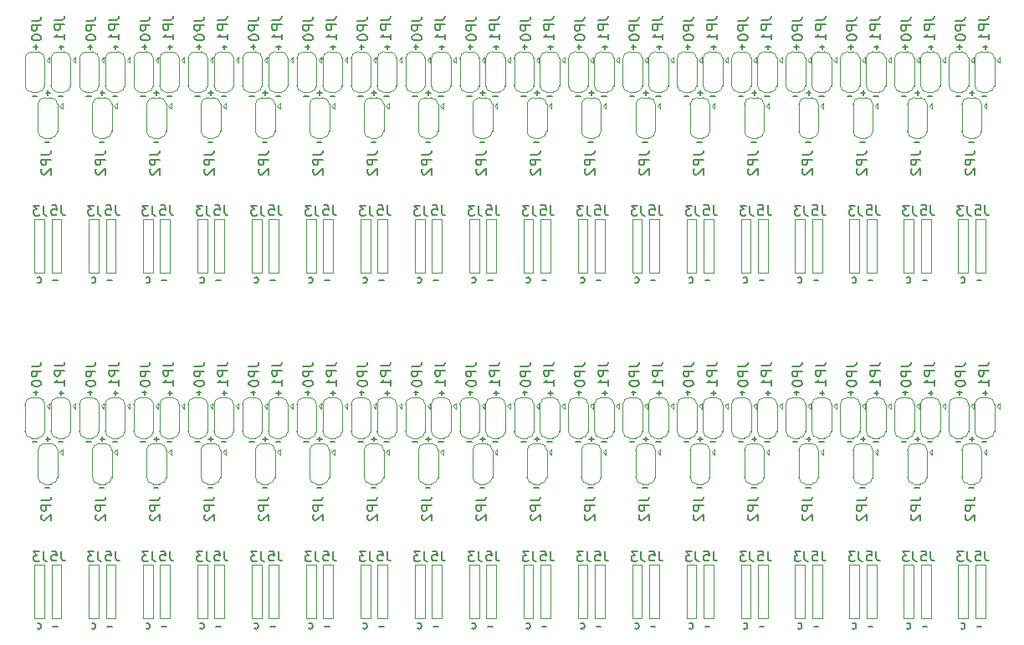
<source format=gbr>
G04 #@! TF.GenerationSoftware,KiCad,Pcbnew,5.1.5+dfsg1-2build2*
G04 #@! TF.CreationDate,2022-01-03T21:35:01-05:00*
G04 #@! TF.ProjectId,,58585858-5858-4585-9858-585858585858,rev?*
G04 #@! TF.SameCoordinates,Original*
G04 #@! TF.FileFunction,Legend,Bot*
G04 #@! TF.FilePolarity,Positive*
%FSLAX46Y46*%
G04 Gerber Fmt 4.6, Leading zero omitted, Abs format (unit mm)*
G04 Created by KiCad (PCBNEW 5.1.5+dfsg1-2build2) date 2022-01-03 21:35:01*
%MOMM*%
%LPD*%
G04 APERTURE LIST*
%ADD10C,0.150000*%
%ADD11C,0.120000*%
G04 APERTURE END LIST*
D10*
X178010585Y-123288785D02*
X178039157Y-123317357D01*
X178124871Y-123345928D01*
X178182014Y-123345928D01*
X178267728Y-123317357D01*
X178324871Y-123260214D01*
X178353442Y-123203071D01*
X178382014Y-123088785D01*
X178382014Y-123003071D01*
X178353442Y-122888785D01*
X178324871Y-122831642D01*
X178267728Y-122774500D01*
X178182014Y-122745928D01*
X178124871Y-122745928D01*
X178039157Y-122774500D01*
X178010585Y-122803071D01*
X172510585Y-123288785D02*
X172539157Y-123317357D01*
X172624871Y-123345928D01*
X172682014Y-123345928D01*
X172767728Y-123317357D01*
X172824871Y-123260214D01*
X172853442Y-123203071D01*
X172882014Y-123088785D01*
X172882014Y-123003071D01*
X172853442Y-122888785D01*
X172824871Y-122831642D01*
X172767728Y-122774500D01*
X172682014Y-122745928D01*
X172624871Y-122745928D01*
X172539157Y-122774500D01*
X172510585Y-122803071D01*
X167010585Y-123288785D02*
X167039157Y-123317357D01*
X167124871Y-123345928D01*
X167182014Y-123345928D01*
X167267728Y-123317357D01*
X167324871Y-123260214D01*
X167353442Y-123203071D01*
X167382014Y-123088785D01*
X167382014Y-123003071D01*
X167353442Y-122888785D01*
X167324871Y-122831642D01*
X167267728Y-122774500D01*
X167182014Y-122745928D01*
X167124871Y-122745928D01*
X167039157Y-122774500D01*
X167010585Y-122803071D01*
X161510585Y-123288785D02*
X161539157Y-123317357D01*
X161624871Y-123345928D01*
X161682014Y-123345928D01*
X161767728Y-123317357D01*
X161824871Y-123260214D01*
X161853442Y-123203071D01*
X161882014Y-123088785D01*
X161882014Y-123003071D01*
X161853442Y-122888785D01*
X161824871Y-122831642D01*
X161767728Y-122774500D01*
X161682014Y-122745928D01*
X161624871Y-122745928D01*
X161539157Y-122774500D01*
X161510585Y-122803071D01*
X156010585Y-123288785D02*
X156039157Y-123317357D01*
X156124871Y-123345928D01*
X156182014Y-123345928D01*
X156267728Y-123317357D01*
X156324871Y-123260214D01*
X156353442Y-123203071D01*
X156382014Y-123088785D01*
X156382014Y-123003071D01*
X156353442Y-122888785D01*
X156324871Y-122831642D01*
X156267728Y-122774500D01*
X156182014Y-122745928D01*
X156124871Y-122745928D01*
X156039157Y-122774500D01*
X156010585Y-122803071D01*
X150510585Y-123288785D02*
X150539157Y-123317357D01*
X150624871Y-123345928D01*
X150682014Y-123345928D01*
X150767728Y-123317357D01*
X150824871Y-123260214D01*
X150853442Y-123203071D01*
X150882014Y-123088785D01*
X150882014Y-123003071D01*
X150853442Y-122888785D01*
X150824871Y-122831642D01*
X150767728Y-122774500D01*
X150682014Y-122745928D01*
X150624871Y-122745928D01*
X150539157Y-122774500D01*
X150510585Y-122803071D01*
X145010585Y-123288785D02*
X145039157Y-123317357D01*
X145124871Y-123345928D01*
X145182014Y-123345928D01*
X145267728Y-123317357D01*
X145324871Y-123260214D01*
X145353442Y-123203071D01*
X145382014Y-123088785D01*
X145382014Y-123003071D01*
X145353442Y-122888785D01*
X145324871Y-122831642D01*
X145267728Y-122774500D01*
X145182014Y-122745928D01*
X145124871Y-122745928D01*
X145039157Y-122774500D01*
X145010585Y-122803071D01*
X139510585Y-123288785D02*
X139539157Y-123317357D01*
X139624871Y-123345928D01*
X139682014Y-123345928D01*
X139767728Y-123317357D01*
X139824871Y-123260214D01*
X139853442Y-123203071D01*
X139882014Y-123088785D01*
X139882014Y-123003071D01*
X139853442Y-122888785D01*
X139824871Y-122831642D01*
X139767728Y-122774500D01*
X139682014Y-122745928D01*
X139624871Y-122745928D01*
X139539157Y-122774500D01*
X139510585Y-122803071D01*
X134010585Y-123288785D02*
X134039157Y-123317357D01*
X134124871Y-123345928D01*
X134182014Y-123345928D01*
X134267728Y-123317357D01*
X134324871Y-123260214D01*
X134353442Y-123203071D01*
X134382014Y-123088785D01*
X134382014Y-123003071D01*
X134353442Y-122888785D01*
X134324871Y-122831642D01*
X134267728Y-122774500D01*
X134182014Y-122745928D01*
X134124871Y-122745928D01*
X134039157Y-122774500D01*
X134010585Y-122803071D01*
X128510585Y-123288785D02*
X128539157Y-123317357D01*
X128624871Y-123345928D01*
X128682014Y-123345928D01*
X128767728Y-123317357D01*
X128824871Y-123260214D01*
X128853442Y-123203071D01*
X128882014Y-123088785D01*
X128882014Y-123003071D01*
X128853442Y-122888785D01*
X128824871Y-122831642D01*
X128767728Y-122774500D01*
X128682014Y-122745928D01*
X128624871Y-122745928D01*
X128539157Y-122774500D01*
X128510585Y-122803071D01*
X123010585Y-123288785D02*
X123039157Y-123317357D01*
X123124871Y-123345928D01*
X123182014Y-123345928D01*
X123267728Y-123317357D01*
X123324871Y-123260214D01*
X123353442Y-123203071D01*
X123382014Y-123088785D01*
X123382014Y-123003071D01*
X123353442Y-122888785D01*
X123324871Y-122831642D01*
X123267728Y-122774500D01*
X123182014Y-122745928D01*
X123124871Y-122745928D01*
X123039157Y-122774500D01*
X123010585Y-122803071D01*
X117510585Y-123288785D02*
X117539157Y-123317357D01*
X117624871Y-123345928D01*
X117682014Y-123345928D01*
X117767728Y-123317357D01*
X117824871Y-123260214D01*
X117853442Y-123203071D01*
X117882014Y-123088785D01*
X117882014Y-123003071D01*
X117853442Y-122888785D01*
X117824871Y-122831642D01*
X117767728Y-122774500D01*
X117682014Y-122745928D01*
X117624871Y-122745928D01*
X117539157Y-122774500D01*
X117510585Y-122803071D01*
X112010585Y-123288785D02*
X112039157Y-123317357D01*
X112124871Y-123345928D01*
X112182014Y-123345928D01*
X112267728Y-123317357D01*
X112324871Y-123260214D01*
X112353442Y-123203071D01*
X112382014Y-123088785D01*
X112382014Y-123003071D01*
X112353442Y-122888785D01*
X112324871Y-122831642D01*
X112267728Y-122774500D01*
X112182014Y-122745928D01*
X112124871Y-122745928D01*
X112039157Y-122774500D01*
X112010585Y-122803071D01*
X106510585Y-123288785D02*
X106539157Y-123317357D01*
X106624871Y-123345928D01*
X106682014Y-123345928D01*
X106767728Y-123317357D01*
X106824871Y-123260214D01*
X106853442Y-123203071D01*
X106882014Y-123088785D01*
X106882014Y-123003071D01*
X106853442Y-122888785D01*
X106824871Y-122831642D01*
X106767728Y-122774500D01*
X106682014Y-122745928D01*
X106624871Y-122745928D01*
X106539157Y-122774500D01*
X106510585Y-122803071D01*
X101010585Y-123288785D02*
X101039157Y-123317357D01*
X101124871Y-123345928D01*
X101182014Y-123345928D01*
X101267728Y-123317357D01*
X101324871Y-123260214D01*
X101353442Y-123203071D01*
X101382014Y-123088785D01*
X101382014Y-123003071D01*
X101353442Y-122888785D01*
X101324871Y-122831642D01*
X101267728Y-122774500D01*
X101182014Y-122745928D01*
X101124871Y-122745928D01*
X101039157Y-122774500D01*
X101010585Y-122803071D01*
X95510585Y-123288785D02*
X95539157Y-123317357D01*
X95624871Y-123345928D01*
X95682014Y-123345928D01*
X95767728Y-123317357D01*
X95824871Y-123260214D01*
X95853442Y-123203071D01*
X95882014Y-123088785D01*
X95882014Y-123003071D01*
X95853442Y-122888785D01*
X95824871Y-122831642D01*
X95767728Y-122774500D01*
X95682014Y-122745928D01*
X95624871Y-122745928D01*
X95539157Y-122774500D01*
X95510585Y-122803071D01*
X90010585Y-123288785D02*
X90039157Y-123317357D01*
X90124871Y-123345928D01*
X90182014Y-123345928D01*
X90267728Y-123317357D01*
X90324871Y-123260214D01*
X90353442Y-123203071D01*
X90382014Y-123088785D01*
X90382014Y-123003071D01*
X90353442Y-122888785D01*
X90324871Y-122831642D01*
X90267728Y-122774500D01*
X90182014Y-122745928D01*
X90124871Y-122745928D01*
X90039157Y-122774500D01*
X90010585Y-122803071D01*
X84510585Y-123288785D02*
X84539157Y-123317357D01*
X84624871Y-123345928D01*
X84682014Y-123345928D01*
X84767728Y-123317357D01*
X84824871Y-123260214D01*
X84853442Y-123203071D01*
X84882014Y-123088785D01*
X84882014Y-123003071D01*
X84853442Y-122888785D01*
X84824871Y-122831642D01*
X84767728Y-122774500D01*
X84682014Y-122745928D01*
X84624871Y-122745928D01*
X84539157Y-122774500D01*
X84510585Y-122803071D01*
X178010585Y-88288785D02*
X178039157Y-88317357D01*
X178124871Y-88345928D01*
X178182014Y-88345928D01*
X178267728Y-88317357D01*
X178324871Y-88260214D01*
X178353442Y-88203071D01*
X178382014Y-88088785D01*
X178382014Y-88003071D01*
X178353442Y-87888785D01*
X178324871Y-87831642D01*
X178267728Y-87774500D01*
X178182014Y-87745928D01*
X178124871Y-87745928D01*
X178039157Y-87774500D01*
X178010585Y-87803071D01*
X172510585Y-88288785D02*
X172539157Y-88317357D01*
X172624871Y-88345928D01*
X172682014Y-88345928D01*
X172767728Y-88317357D01*
X172824871Y-88260214D01*
X172853442Y-88203071D01*
X172882014Y-88088785D01*
X172882014Y-88003071D01*
X172853442Y-87888785D01*
X172824871Y-87831642D01*
X172767728Y-87774500D01*
X172682014Y-87745928D01*
X172624871Y-87745928D01*
X172539157Y-87774500D01*
X172510585Y-87803071D01*
X167010585Y-88288785D02*
X167039157Y-88317357D01*
X167124871Y-88345928D01*
X167182014Y-88345928D01*
X167267728Y-88317357D01*
X167324871Y-88260214D01*
X167353442Y-88203071D01*
X167382014Y-88088785D01*
X167382014Y-88003071D01*
X167353442Y-87888785D01*
X167324871Y-87831642D01*
X167267728Y-87774500D01*
X167182014Y-87745928D01*
X167124871Y-87745928D01*
X167039157Y-87774500D01*
X167010585Y-87803071D01*
X161510585Y-88288785D02*
X161539157Y-88317357D01*
X161624871Y-88345928D01*
X161682014Y-88345928D01*
X161767728Y-88317357D01*
X161824871Y-88260214D01*
X161853442Y-88203071D01*
X161882014Y-88088785D01*
X161882014Y-88003071D01*
X161853442Y-87888785D01*
X161824871Y-87831642D01*
X161767728Y-87774500D01*
X161682014Y-87745928D01*
X161624871Y-87745928D01*
X161539157Y-87774500D01*
X161510585Y-87803071D01*
X156010585Y-88288785D02*
X156039157Y-88317357D01*
X156124871Y-88345928D01*
X156182014Y-88345928D01*
X156267728Y-88317357D01*
X156324871Y-88260214D01*
X156353442Y-88203071D01*
X156382014Y-88088785D01*
X156382014Y-88003071D01*
X156353442Y-87888785D01*
X156324871Y-87831642D01*
X156267728Y-87774500D01*
X156182014Y-87745928D01*
X156124871Y-87745928D01*
X156039157Y-87774500D01*
X156010585Y-87803071D01*
X150510585Y-88288785D02*
X150539157Y-88317357D01*
X150624871Y-88345928D01*
X150682014Y-88345928D01*
X150767728Y-88317357D01*
X150824871Y-88260214D01*
X150853442Y-88203071D01*
X150882014Y-88088785D01*
X150882014Y-88003071D01*
X150853442Y-87888785D01*
X150824871Y-87831642D01*
X150767728Y-87774500D01*
X150682014Y-87745928D01*
X150624871Y-87745928D01*
X150539157Y-87774500D01*
X150510585Y-87803071D01*
X145010585Y-88288785D02*
X145039157Y-88317357D01*
X145124871Y-88345928D01*
X145182014Y-88345928D01*
X145267728Y-88317357D01*
X145324871Y-88260214D01*
X145353442Y-88203071D01*
X145382014Y-88088785D01*
X145382014Y-88003071D01*
X145353442Y-87888785D01*
X145324871Y-87831642D01*
X145267728Y-87774500D01*
X145182014Y-87745928D01*
X145124871Y-87745928D01*
X145039157Y-87774500D01*
X145010585Y-87803071D01*
X139510585Y-88288785D02*
X139539157Y-88317357D01*
X139624871Y-88345928D01*
X139682014Y-88345928D01*
X139767728Y-88317357D01*
X139824871Y-88260214D01*
X139853442Y-88203071D01*
X139882014Y-88088785D01*
X139882014Y-88003071D01*
X139853442Y-87888785D01*
X139824871Y-87831642D01*
X139767728Y-87774500D01*
X139682014Y-87745928D01*
X139624871Y-87745928D01*
X139539157Y-87774500D01*
X139510585Y-87803071D01*
X134010585Y-88288785D02*
X134039157Y-88317357D01*
X134124871Y-88345928D01*
X134182014Y-88345928D01*
X134267728Y-88317357D01*
X134324871Y-88260214D01*
X134353442Y-88203071D01*
X134382014Y-88088785D01*
X134382014Y-88003071D01*
X134353442Y-87888785D01*
X134324871Y-87831642D01*
X134267728Y-87774500D01*
X134182014Y-87745928D01*
X134124871Y-87745928D01*
X134039157Y-87774500D01*
X134010585Y-87803071D01*
X128510585Y-88288785D02*
X128539157Y-88317357D01*
X128624871Y-88345928D01*
X128682014Y-88345928D01*
X128767728Y-88317357D01*
X128824871Y-88260214D01*
X128853442Y-88203071D01*
X128882014Y-88088785D01*
X128882014Y-88003071D01*
X128853442Y-87888785D01*
X128824871Y-87831642D01*
X128767728Y-87774500D01*
X128682014Y-87745928D01*
X128624871Y-87745928D01*
X128539157Y-87774500D01*
X128510585Y-87803071D01*
X123010585Y-88288785D02*
X123039157Y-88317357D01*
X123124871Y-88345928D01*
X123182014Y-88345928D01*
X123267728Y-88317357D01*
X123324871Y-88260214D01*
X123353442Y-88203071D01*
X123382014Y-88088785D01*
X123382014Y-88003071D01*
X123353442Y-87888785D01*
X123324871Y-87831642D01*
X123267728Y-87774500D01*
X123182014Y-87745928D01*
X123124871Y-87745928D01*
X123039157Y-87774500D01*
X123010585Y-87803071D01*
X117510585Y-88288785D02*
X117539157Y-88317357D01*
X117624871Y-88345928D01*
X117682014Y-88345928D01*
X117767728Y-88317357D01*
X117824871Y-88260214D01*
X117853442Y-88203071D01*
X117882014Y-88088785D01*
X117882014Y-88003071D01*
X117853442Y-87888785D01*
X117824871Y-87831642D01*
X117767728Y-87774500D01*
X117682014Y-87745928D01*
X117624871Y-87745928D01*
X117539157Y-87774500D01*
X117510585Y-87803071D01*
X112010585Y-88288785D02*
X112039157Y-88317357D01*
X112124871Y-88345928D01*
X112182014Y-88345928D01*
X112267728Y-88317357D01*
X112324871Y-88260214D01*
X112353442Y-88203071D01*
X112382014Y-88088785D01*
X112382014Y-88003071D01*
X112353442Y-87888785D01*
X112324871Y-87831642D01*
X112267728Y-87774500D01*
X112182014Y-87745928D01*
X112124871Y-87745928D01*
X112039157Y-87774500D01*
X112010585Y-87803071D01*
X106510585Y-88288785D02*
X106539157Y-88317357D01*
X106624871Y-88345928D01*
X106682014Y-88345928D01*
X106767728Y-88317357D01*
X106824871Y-88260214D01*
X106853442Y-88203071D01*
X106882014Y-88088785D01*
X106882014Y-88003071D01*
X106853442Y-87888785D01*
X106824871Y-87831642D01*
X106767728Y-87774500D01*
X106682014Y-87745928D01*
X106624871Y-87745928D01*
X106539157Y-87774500D01*
X106510585Y-87803071D01*
X101010585Y-88288785D02*
X101039157Y-88317357D01*
X101124871Y-88345928D01*
X101182014Y-88345928D01*
X101267728Y-88317357D01*
X101324871Y-88260214D01*
X101353442Y-88203071D01*
X101382014Y-88088785D01*
X101382014Y-88003071D01*
X101353442Y-87888785D01*
X101324871Y-87831642D01*
X101267728Y-87774500D01*
X101182014Y-87745928D01*
X101124871Y-87745928D01*
X101039157Y-87774500D01*
X101010585Y-87803071D01*
X95510585Y-88288785D02*
X95539157Y-88317357D01*
X95624871Y-88345928D01*
X95682014Y-88345928D01*
X95767728Y-88317357D01*
X95824871Y-88260214D01*
X95853442Y-88203071D01*
X95882014Y-88088785D01*
X95882014Y-88003071D01*
X95853442Y-87888785D01*
X95824871Y-87831642D01*
X95767728Y-87774500D01*
X95682014Y-87745928D01*
X95624871Y-87745928D01*
X95539157Y-87774500D01*
X95510585Y-87803071D01*
X90010585Y-88288785D02*
X90039157Y-88317357D01*
X90124871Y-88345928D01*
X90182014Y-88345928D01*
X90267728Y-88317357D01*
X90324871Y-88260214D01*
X90353442Y-88203071D01*
X90382014Y-88088785D01*
X90382014Y-88003071D01*
X90353442Y-87888785D01*
X90324871Y-87831642D01*
X90267728Y-87774500D01*
X90182014Y-87745928D01*
X90124871Y-87745928D01*
X90039157Y-87774500D01*
X90010585Y-87803071D01*
X178081971Y-99444557D02*
X177624828Y-99444557D01*
X177853400Y-99673128D02*
X177853400Y-99215985D01*
X172581971Y-99444557D02*
X172124828Y-99444557D01*
X172353400Y-99673128D02*
X172353400Y-99215985D01*
X167081971Y-99444557D02*
X166624828Y-99444557D01*
X166853400Y-99673128D02*
X166853400Y-99215985D01*
X161581971Y-99444557D02*
X161124828Y-99444557D01*
X161353400Y-99673128D02*
X161353400Y-99215985D01*
X156081971Y-99444557D02*
X155624828Y-99444557D01*
X155853400Y-99673128D02*
X155853400Y-99215985D01*
X150581971Y-99444557D02*
X150124828Y-99444557D01*
X150353400Y-99673128D02*
X150353400Y-99215985D01*
X145081971Y-99444557D02*
X144624828Y-99444557D01*
X144853400Y-99673128D02*
X144853400Y-99215985D01*
X139581971Y-99444557D02*
X139124828Y-99444557D01*
X139353400Y-99673128D02*
X139353400Y-99215985D01*
X134081971Y-99444557D02*
X133624828Y-99444557D01*
X133853400Y-99673128D02*
X133853400Y-99215985D01*
X128581971Y-99444557D02*
X128124828Y-99444557D01*
X128353400Y-99673128D02*
X128353400Y-99215985D01*
X123081971Y-99444557D02*
X122624828Y-99444557D01*
X122853400Y-99673128D02*
X122853400Y-99215985D01*
X117581971Y-99444557D02*
X117124828Y-99444557D01*
X117353400Y-99673128D02*
X117353400Y-99215985D01*
X112081971Y-99444557D02*
X111624828Y-99444557D01*
X111853400Y-99673128D02*
X111853400Y-99215985D01*
X106581971Y-99444557D02*
X106124828Y-99444557D01*
X106353400Y-99673128D02*
X106353400Y-99215985D01*
X101081971Y-99444557D02*
X100624828Y-99444557D01*
X100853400Y-99673128D02*
X100853400Y-99215985D01*
X95581971Y-99444557D02*
X95124828Y-99444557D01*
X95353400Y-99673128D02*
X95353400Y-99215985D01*
X90081971Y-99444557D02*
X89624828Y-99444557D01*
X89853400Y-99673128D02*
X89853400Y-99215985D01*
X84581971Y-99444557D02*
X84124828Y-99444557D01*
X84353400Y-99673128D02*
X84353400Y-99215985D01*
X178081971Y-64444557D02*
X177624828Y-64444557D01*
X177853400Y-64673128D02*
X177853400Y-64215985D01*
X172581971Y-64444557D02*
X172124828Y-64444557D01*
X172353400Y-64673128D02*
X172353400Y-64215985D01*
X167081971Y-64444557D02*
X166624828Y-64444557D01*
X166853400Y-64673128D02*
X166853400Y-64215985D01*
X161581971Y-64444557D02*
X161124828Y-64444557D01*
X161353400Y-64673128D02*
X161353400Y-64215985D01*
X156081971Y-64444557D02*
X155624828Y-64444557D01*
X155853400Y-64673128D02*
X155853400Y-64215985D01*
X150581971Y-64444557D02*
X150124828Y-64444557D01*
X150353400Y-64673128D02*
X150353400Y-64215985D01*
X145081971Y-64444557D02*
X144624828Y-64444557D01*
X144853400Y-64673128D02*
X144853400Y-64215985D01*
X139581971Y-64444557D02*
X139124828Y-64444557D01*
X139353400Y-64673128D02*
X139353400Y-64215985D01*
X134081971Y-64444557D02*
X133624828Y-64444557D01*
X133853400Y-64673128D02*
X133853400Y-64215985D01*
X128581971Y-64444557D02*
X128124828Y-64444557D01*
X128353400Y-64673128D02*
X128353400Y-64215985D01*
X123081971Y-64444557D02*
X122624828Y-64444557D01*
X122853400Y-64673128D02*
X122853400Y-64215985D01*
X117581971Y-64444557D02*
X117124828Y-64444557D01*
X117353400Y-64673128D02*
X117353400Y-64215985D01*
X112081971Y-64444557D02*
X111624828Y-64444557D01*
X111853400Y-64673128D02*
X111853400Y-64215985D01*
X106581971Y-64444557D02*
X106124828Y-64444557D01*
X106353400Y-64673128D02*
X106353400Y-64215985D01*
X101081971Y-64444557D02*
X100624828Y-64444557D01*
X100853400Y-64673128D02*
X100853400Y-64215985D01*
X95581971Y-64444557D02*
X95124828Y-64444557D01*
X95353400Y-64673128D02*
X95353400Y-64215985D01*
X90081971Y-64444557D02*
X89624828Y-64444557D01*
X89853400Y-64673128D02*
X89853400Y-64215985D01*
X180063171Y-123079257D02*
X179606028Y-123079257D01*
X174563171Y-123079257D02*
X174106028Y-123079257D01*
X169063171Y-123079257D02*
X168606028Y-123079257D01*
X163563171Y-123079257D02*
X163106028Y-123079257D01*
X158063171Y-123079257D02*
X157606028Y-123079257D01*
X152563171Y-123079257D02*
X152106028Y-123079257D01*
X147063171Y-123079257D02*
X146606028Y-123079257D01*
X141563171Y-123079257D02*
X141106028Y-123079257D01*
X136063171Y-123079257D02*
X135606028Y-123079257D01*
X130563171Y-123079257D02*
X130106028Y-123079257D01*
X125063171Y-123079257D02*
X124606028Y-123079257D01*
X119563171Y-123079257D02*
X119106028Y-123079257D01*
X114063171Y-123079257D02*
X113606028Y-123079257D01*
X108563171Y-123079257D02*
X108106028Y-123079257D01*
X103063171Y-123079257D02*
X102606028Y-123079257D01*
X97563171Y-123079257D02*
X97106028Y-123079257D01*
X92063171Y-123079257D02*
X91606028Y-123079257D01*
X86563171Y-123079257D02*
X86106028Y-123079257D01*
X180063171Y-88079257D02*
X179606028Y-88079257D01*
X174563171Y-88079257D02*
X174106028Y-88079257D01*
X169063171Y-88079257D02*
X168606028Y-88079257D01*
X163563171Y-88079257D02*
X163106028Y-88079257D01*
X158063171Y-88079257D02*
X157606028Y-88079257D01*
X152563171Y-88079257D02*
X152106028Y-88079257D01*
X147063171Y-88079257D02*
X146606028Y-88079257D01*
X141563171Y-88079257D02*
X141106028Y-88079257D01*
X136063171Y-88079257D02*
X135606028Y-88079257D01*
X130563171Y-88079257D02*
X130106028Y-88079257D01*
X125063171Y-88079257D02*
X124606028Y-88079257D01*
X119563171Y-88079257D02*
X119106028Y-88079257D01*
X114063171Y-88079257D02*
X113606028Y-88079257D01*
X108563171Y-88079257D02*
X108106028Y-88079257D01*
X103063171Y-88079257D02*
X102606028Y-88079257D01*
X97563171Y-88079257D02*
X97106028Y-88079257D01*
X92063171Y-88079257D02*
X91606028Y-88079257D01*
X177954971Y-104435657D02*
X177497828Y-104435657D01*
X172454971Y-104435657D02*
X171997828Y-104435657D01*
X166954971Y-104435657D02*
X166497828Y-104435657D01*
X161454971Y-104435657D02*
X160997828Y-104435657D01*
X155954971Y-104435657D02*
X155497828Y-104435657D01*
X150454971Y-104435657D02*
X149997828Y-104435657D01*
X144954971Y-104435657D02*
X144497828Y-104435657D01*
X139454971Y-104435657D02*
X138997828Y-104435657D01*
X133954971Y-104435657D02*
X133497828Y-104435657D01*
X128454971Y-104435657D02*
X127997828Y-104435657D01*
X122954971Y-104435657D02*
X122497828Y-104435657D01*
X117454971Y-104435657D02*
X116997828Y-104435657D01*
X111954971Y-104435657D02*
X111497828Y-104435657D01*
X106454971Y-104435657D02*
X105997828Y-104435657D01*
X100954971Y-104435657D02*
X100497828Y-104435657D01*
X95454971Y-104435657D02*
X94997828Y-104435657D01*
X89954971Y-104435657D02*
X89497828Y-104435657D01*
X84454971Y-104435657D02*
X83997828Y-104435657D01*
X177954971Y-69435657D02*
X177497828Y-69435657D01*
X172454971Y-69435657D02*
X171997828Y-69435657D01*
X166954971Y-69435657D02*
X166497828Y-69435657D01*
X161454971Y-69435657D02*
X160997828Y-69435657D01*
X155954971Y-69435657D02*
X155497828Y-69435657D01*
X150454971Y-69435657D02*
X149997828Y-69435657D01*
X144954971Y-69435657D02*
X144497828Y-69435657D01*
X139454971Y-69435657D02*
X138997828Y-69435657D01*
X133954971Y-69435657D02*
X133497828Y-69435657D01*
X128454971Y-69435657D02*
X127997828Y-69435657D01*
X122954971Y-69435657D02*
X122497828Y-69435657D01*
X117454971Y-69435657D02*
X116997828Y-69435657D01*
X111954971Y-69435657D02*
X111497828Y-69435657D01*
X106454971Y-69435657D02*
X105997828Y-69435657D01*
X100954971Y-69435657D02*
X100497828Y-69435657D01*
X95454971Y-69435657D02*
X94997828Y-69435657D01*
X89954971Y-69435657D02*
X89497828Y-69435657D01*
X179250371Y-109096557D02*
X178793228Y-109096557D01*
X173750371Y-109096557D02*
X173293228Y-109096557D01*
X168250371Y-109096557D02*
X167793228Y-109096557D01*
X162750371Y-109096557D02*
X162293228Y-109096557D01*
X157250371Y-109096557D02*
X156793228Y-109096557D01*
X151750371Y-109096557D02*
X151293228Y-109096557D01*
X146250371Y-109096557D02*
X145793228Y-109096557D01*
X140750371Y-109096557D02*
X140293228Y-109096557D01*
X135250371Y-109096557D02*
X134793228Y-109096557D01*
X129750371Y-109096557D02*
X129293228Y-109096557D01*
X124250371Y-109096557D02*
X123793228Y-109096557D01*
X118750371Y-109096557D02*
X118293228Y-109096557D01*
X113250371Y-109096557D02*
X112793228Y-109096557D01*
X107750371Y-109096557D02*
X107293228Y-109096557D01*
X102250371Y-109096557D02*
X101793228Y-109096557D01*
X96750371Y-109096557D02*
X96293228Y-109096557D01*
X91250371Y-109096557D02*
X90793228Y-109096557D01*
X85750371Y-109096557D02*
X85293228Y-109096557D01*
X179250371Y-74096557D02*
X178793228Y-74096557D01*
X173750371Y-74096557D02*
X173293228Y-74096557D01*
X168250371Y-74096557D02*
X167793228Y-74096557D01*
X162750371Y-74096557D02*
X162293228Y-74096557D01*
X157250371Y-74096557D02*
X156793228Y-74096557D01*
X151750371Y-74096557D02*
X151293228Y-74096557D01*
X146250371Y-74096557D02*
X145793228Y-74096557D01*
X140750371Y-74096557D02*
X140293228Y-74096557D01*
X135250371Y-74096557D02*
X134793228Y-74096557D01*
X129750371Y-74096557D02*
X129293228Y-74096557D01*
X124250371Y-74096557D02*
X123793228Y-74096557D01*
X118750371Y-74096557D02*
X118293228Y-74096557D01*
X113250371Y-74096557D02*
X112793228Y-74096557D01*
X107750371Y-74096557D02*
X107293228Y-74096557D01*
X102250371Y-74096557D02*
X101793228Y-74096557D01*
X96750371Y-74096557D02*
X96293228Y-74096557D01*
X91250371Y-74096557D02*
X90793228Y-74096557D01*
X179313871Y-104105457D02*
X178856728Y-104105457D01*
X179085300Y-104334028D02*
X179085300Y-103876885D01*
X173813871Y-104105457D02*
X173356728Y-104105457D01*
X173585300Y-104334028D02*
X173585300Y-103876885D01*
X168313871Y-104105457D02*
X167856728Y-104105457D01*
X168085300Y-104334028D02*
X168085300Y-103876885D01*
X162813871Y-104105457D02*
X162356728Y-104105457D01*
X162585300Y-104334028D02*
X162585300Y-103876885D01*
X157313871Y-104105457D02*
X156856728Y-104105457D01*
X157085300Y-104334028D02*
X157085300Y-103876885D01*
X151813871Y-104105457D02*
X151356728Y-104105457D01*
X151585300Y-104334028D02*
X151585300Y-103876885D01*
X146313871Y-104105457D02*
X145856728Y-104105457D01*
X146085300Y-104334028D02*
X146085300Y-103876885D01*
X140813871Y-104105457D02*
X140356728Y-104105457D01*
X140585300Y-104334028D02*
X140585300Y-103876885D01*
X135313871Y-104105457D02*
X134856728Y-104105457D01*
X135085300Y-104334028D02*
X135085300Y-103876885D01*
X129813871Y-104105457D02*
X129356728Y-104105457D01*
X129585300Y-104334028D02*
X129585300Y-103876885D01*
X124313871Y-104105457D02*
X123856728Y-104105457D01*
X124085300Y-104334028D02*
X124085300Y-103876885D01*
X118813871Y-104105457D02*
X118356728Y-104105457D01*
X118585300Y-104334028D02*
X118585300Y-103876885D01*
X113313871Y-104105457D02*
X112856728Y-104105457D01*
X113085300Y-104334028D02*
X113085300Y-103876885D01*
X107813871Y-104105457D02*
X107356728Y-104105457D01*
X107585300Y-104334028D02*
X107585300Y-103876885D01*
X102313871Y-104105457D02*
X101856728Y-104105457D01*
X102085300Y-104334028D02*
X102085300Y-103876885D01*
X96813871Y-104105457D02*
X96356728Y-104105457D01*
X96585300Y-104334028D02*
X96585300Y-103876885D01*
X91313871Y-104105457D02*
X90856728Y-104105457D01*
X91085300Y-104334028D02*
X91085300Y-103876885D01*
X85813871Y-104105457D02*
X85356728Y-104105457D01*
X85585300Y-104334028D02*
X85585300Y-103876885D01*
X179313871Y-69105457D02*
X178856728Y-69105457D01*
X179085300Y-69334028D02*
X179085300Y-68876885D01*
X173813871Y-69105457D02*
X173356728Y-69105457D01*
X173585300Y-69334028D02*
X173585300Y-68876885D01*
X168313871Y-69105457D02*
X167856728Y-69105457D01*
X168085300Y-69334028D02*
X168085300Y-68876885D01*
X162813871Y-69105457D02*
X162356728Y-69105457D01*
X162585300Y-69334028D02*
X162585300Y-68876885D01*
X157313871Y-69105457D02*
X156856728Y-69105457D01*
X157085300Y-69334028D02*
X157085300Y-68876885D01*
X151813871Y-69105457D02*
X151356728Y-69105457D01*
X151585300Y-69334028D02*
X151585300Y-68876885D01*
X146313871Y-69105457D02*
X145856728Y-69105457D01*
X146085300Y-69334028D02*
X146085300Y-68876885D01*
X140813871Y-69105457D02*
X140356728Y-69105457D01*
X140585300Y-69334028D02*
X140585300Y-68876885D01*
X135313871Y-69105457D02*
X134856728Y-69105457D01*
X135085300Y-69334028D02*
X135085300Y-68876885D01*
X129813871Y-69105457D02*
X129356728Y-69105457D01*
X129585300Y-69334028D02*
X129585300Y-68876885D01*
X124313871Y-69105457D02*
X123856728Y-69105457D01*
X124085300Y-69334028D02*
X124085300Y-68876885D01*
X118813871Y-69105457D02*
X118356728Y-69105457D01*
X118585300Y-69334028D02*
X118585300Y-68876885D01*
X113313871Y-69105457D02*
X112856728Y-69105457D01*
X113085300Y-69334028D02*
X113085300Y-68876885D01*
X107813871Y-69105457D02*
X107356728Y-69105457D01*
X107585300Y-69334028D02*
X107585300Y-68876885D01*
X102313871Y-69105457D02*
X101856728Y-69105457D01*
X102085300Y-69334028D02*
X102085300Y-68876885D01*
X96813871Y-69105457D02*
X96356728Y-69105457D01*
X96585300Y-69334028D02*
X96585300Y-68876885D01*
X91313871Y-69105457D02*
X90856728Y-69105457D01*
X91085300Y-69334028D02*
X91085300Y-68876885D01*
X180672771Y-99457257D02*
X180215628Y-99457257D01*
X180444200Y-99685828D02*
X180444200Y-99228685D01*
X175172771Y-99457257D02*
X174715628Y-99457257D01*
X174944200Y-99685828D02*
X174944200Y-99228685D01*
X169672771Y-99457257D02*
X169215628Y-99457257D01*
X169444200Y-99685828D02*
X169444200Y-99228685D01*
X164172771Y-99457257D02*
X163715628Y-99457257D01*
X163944200Y-99685828D02*
X163944200Y-99228685D01*
X158672771Y-99457257D02*
X158215628Y-99457257D01*
X158444200Y-99685828D02*
X158444200Y-99228685D01*
X153172771Y-99457257D02*
X152715628Y-99457257D01*
X152944200Y-99685828D02*
X152944200Y-99228685D01*
X147672771Y-99457257D02*
X147215628Y-99457257D01*
X147444200Y-99685828D02*
X147444200Y-99228685D01*
X142172771Y-99457257D02*
X141715628Y-99457257D01*
X141944200Y-99685828D02*
X141944200Y-99228685D01*
X136672771Y-99457257D02*
X136215628Y-99457257D01*
X136444200Y-99685828D02*
X136444200Y-99228685D01*
X131172771Y-99457257D02*
X130715628Y-99457257D01*
X130944200Y-99685828D02*
X130944200Y-99228685D01*
X125672771Y-99457257D02*
X125215628Y-99457257D01*
X125444200Y-99685828D02*
X125444200Y-99228685D01*
X120172771Y-99457257D02*
X119715628Y-99457257D01*
X119944200Y-99685828D02*
X119944200Y-99228685D01*
X114672771Y-99457257D02*
X114215628Y-99457257D01*
X114444200Y-99685828D02*
X114444200Y-99228685D01*
X109172771Y-99457257D02*
X108715628Y-99457257D01*
X108944200Y-99685828D02*
X108944200Y-99228685D01*
X103672771Y-99457257D02*
X103215628Y-99457257D01*
X103444200Y-99685828D02*
X103444200Y-99228685D01*
X98172771Y-99457257D02*
X97715628Y-99457257D01*
X97944200Y-99685828D02*
X97944200Y-99228685D01*
X92672771Y-99457257D02*
X92215628Y-99457257D01*
X92444200Y-99685828D02*
X92444200Y-99228685D01*
X87172771Y-99457257D02*
X86715628Y-99457257D01*
X86944200Y-99685828D02*
X86944200Y-99228685D01*
X180672771Y-64457257D02*
X180215628Y-64457257D01*
X180444200Y-64685828D02*
X180444200Y-64228685D01*
X175172771Y-64457257D02*
X174715628Y-64457257D01*
X174944200Y-64685828D02*
X174944200Y-64228685D01*
X169672771Y-64457257D02*
X169215628Y-64457257D01*
X169444200Y-64685828D02*
X169444200Y-64228685D01*
X164172771Y-64457257D02*
X163715628Y-64457257D01*
X163944200Y-64685828D02*
X163944200Y-64228685D01*
X158672771Y-64457257D02*
X158215628Y-64457257D01*
X158444200Y-64685828D02*
X158444200Y-64228685D01*
X153172771Y-64457257D02*
X152715628Y-64457257D01*
X152944200Y-64685828D02*
X152944200Y-64228685D01*
X147672771Y-64457257D02*
X147215628Y-64457257D01*
X147444200Y-64685828D02*
X147444200Y-64228685D01*
X142172771Y-64457257D02*
X141715628Y-64457257D01*
X141944200Y-64685828D02*
X141944200Y-64228685D01*
X136672771Y-64457257D02*
X136215628Y-64457257D01*
X136444200Y-64685828D02*
X136444200Y-64228685D01*
X131172771Y-64457257D02*
X130715628Y-64457257D01*
X130944200Y-64685828D02*
X130944200Y-64228685D01*
X125672771Y-64457257D02*
X125215628Y-64457257D01*
X125444200Y-64685828D02*
X125444200Y-64228685D01*
X120172771Y-64457257D02*
X119715628Y-64457257D01*
X119944200Y-64685828D02*
X119944200Y-64228685D01*
X114672771Y-64457257D02*
X114215628Y-64457257D01*
X114444200Y-64685828D02*
X114444200Y-64228685D01*
X109172771Y-64457257D02*
X108715628Y-64457257D01*
X108944200Y-64685828D02*
X108944200Y-64228685D01*
X103672771Y-64457257D02*
X103215628Y-64457257D01*
X103444200Y-64685828D02*
X103444200Y-64228685D01*
X98172771Y-64457257D02*
X97715628Y-64457257D01*
X97944200Y-64685828D02*
X97944200Y-64228685D01*
X92672771Y-64457257D02*
X92215628Y-64457257D01*
X92444200Y-64685828D02*
X92444200Y-64228685D01*
X180596571Y-104435657D02*
X180139428Y-104435657D01*
X175096571Y-104435657D02*
X174639428Y-104435657D01*
X169596571Y-104435657D02*
X169139428Y-104435657D01*
X164096571Y-104435657D02*
X163639428Y-104435657D01*
X158596571Y-104435657D02*
X158139428Y-104435657D01*
X153096571Y-104435657D02*
X152639428Y-104435657D01*
X147596571Y-104435657D02*
X147139428Y-104435657D01*
X142096571Y-104435657D02*
X141639428Y-104435657D01*
X136596571Y-104435657D02*
X136139428Y-104435657D01*
X131096571Y-104435657D02*
X130639428Y-104435657D01*
X125596571Y-104435657D02*
X125139428Y-104435657D01*
X120096571Y-104435657D02*
X119639428Y-104435657D01*
X114596571Y-104435657D02*
X114139428Y-104435657D01*
X109096571Y-104435657D02*
X108639428Y-104435657D01*
X103596571Y-104435657D02*
X103139428Y-104435657D01*
X98096571Y-104435657D02*
X97639428Y-104435657D01*
X92596571Y-104435657D02*
X92139428Y-104435657D01*
X87096571Y-104435657D02*
X86639428Y-104435657D01*
X180596571Y-69435657D02*
X180139428Y-69435657D01*
X175096571Y-69435657D02*
X174639428Y-69435657D01*
X169596571Y-69435657D02*
X169139428Y-69435657D01*
X164096571Y-69435657D02*
X163639428Y-69435657D01*
X158596571Y-69435657D02*
X158139428Y-69435657D01*
X153096571Y-69435657D02*
X152639428Y-69435657D01*
X147596571Y-69435657D02*
X147139428Y-69435657D01*
X142096571Y-69435657D02*
X141639428Y-69435657D01*
X136596571Y-69435657D02*
X136139428Y-69435657D01*
X131096571Y-69435657D02*
X130639428Y-69435657D01*
X125596571Y-69435657D02*
X125139428Y-69435657D01*
X120096571Y-69435657D02*
X119639428Y-69435657D01*
X114596571Y-69435657D02*
X114139428Y-69435657D01*
X109096571Y-69435657D02*
X108639428Y-69435657D01*
X103596571Y-69435657D02*
X103139428Y-69435657D01*
X98096571Y-69435657D02*
X97639428Y-69435657D01*
X92596571Y-69435657D02*
X92139428Y-69435657D01*
X85813871Y-69105457D02*
X85356728Y-69105457D01*
X85585300Y-69334028D02*
X85585300Y-68876885D01*
X87172771Y-64457257D02*
X86715628Y-64457257D01*
X86944200Y-64685828D02*
X86944200Y-64228685D01*
X84581971Y-64444557D02*
X84124828Y-64444557D01*
X84353400Y-64673128D02*
X84353400Y-64215985D01*
X84454971Y-69435657D02*
X83997828Y-69435657D01*
X87096571Y-69435657D02*
X86639428Y-69435657D01*
X85750371Y-74096557D02*
X85293228Y-74096557D01*
X84510585Y-88288785D02*
X84539157Y-88317357D01*
X84624871Y-88345928D01*
X84682014Y-88345928D01*
X84767728Y-88317357D01*
X84824871Y-88260214D01*
X84853442Y-88203071D01*
X84882014Y-88088785D01*
X84882014Y-88003071D01*
X84853442Y-87888785D01*
X84824871Y-87831642D01*
X84767728Y-87774500D01*
X84682014Y-87745928D01*
X84624871Y-87745928D01*
X84539157Y-87774500D01*
X84510585Y-87803071D01*
X86563171Y-88079257D02*
X86106028Y-88079257D01*
D11*
X179448900Y-122281500D02*
X180448900Y-122281500D01*
X180448900Y-122281500D02*
X180448900Y-116881500D01*
X180448900Y-116881500D02*
X179448900Y-116881500D01*
X179448900Y-116881500D02*
X179448900Y-122281500D01*
X173948900Y-122281500D02*
X174948900Y-122281500D01*
X174948900Y-122281500D02*
X174948900Y-116881500D01*
X174948900Y-116881500D02*
X173948900Y-116881500D01*
X173948900Y-116881500D02*
X173948900Y-122281500D01*
X168448900Y-122281500D02*
X169448900Y-122281500D01*
X169448900Y-122281500D02*
X169448900Y-116881500D01*
X169448900Y-116881500D02*
X168448900Y-116881500D01*
X168448900Y-116881500D02*
X168448900Y-122281500D01*
X162948900Y-122281500D02*
X163948900Y-122281500D01*
X163948900Y-122281500D02*
X163948900Y-116881500D01*
X163948900Y-116881500D02*
X162948900Y-116881500D01*
X162948900Y-116881500D02*
X162948900Y-122281500D01*
X157448900Y-122281500D02*
X158448900Y-122281500D01*
X158448900Y-122281500D02*
X158448900Y-116881500D01*
X158448900Y-116881500D02*
X157448900Y-116881500D01*
X157448900Y-116881500D02*
X157448900Y-122281500D01*
X151948900Y-122281500D02*
X152948900Y-122281500D01*
X152948900Y-122281500D02*
X152948900Y-116881500D01*
X152948900Y-116881500D02*
X151948900Y-116881500D01*
X151948900Y-116881500D02*
X151948900Y-122281500D01*
X146448900Y-122281500D02*
X147448900Y-122281500D01*
X147448900Y-122281500D02*
X147448900Y-116881500D01*
X147448900Y-116881500D02*
X146448900Y-116881500D01*
X146448900Y-116881500D02*
X146448900Y-122281500D01*
X140948900Y-122281500D02*
X141948900Y-122281500D01*
X141948900Y-122281500D02*
X141948900Y-116881500D01*
X141948900Y-116881500D02*
X140948900Y-116881500D01*
X140948900Y-116881500D02*
X140948900Y-122281500D01*
X135448900Y-122281500D02*
X136448900Y-122281500D01*
X136448900Y-122281500D02*
X136448900Y-116881500D01*
X136448900Y-116881500D02*
X135448900Y-116881500D01*
X135448900Y-116881500D02*
X135448900Y-122281500D01*
X129948900Y-122281500D02*
X130948900Y-122281500D01*
X130948900Y-122281500D02*
X130948900Y-116881500D01*
X130948900Y-116881500D02*
X129948900Y-116881500D01*
X129948900Y-116881500D02*
X129948900Y-122281500D01*
X124448900Y-122281500D02*
X125448900Y-122281500D01*
X125448900Y-122281500D02*
X125448900Y-116881500D01*
X125448900Y-116881500D02*
X124448900Y-116881500D01*
X124448900Y-116881500D02*
X124448900Y-122281500D01*
X118948900Y-122281500D02*
X119948900Y-122281500D01*
X119948900Y-122281500D02*
X119948900Y-116881500D01*
X119948900Y-116881500D02*
X118948900Y-116881500D01*
X118948900Y-116881500D02*
X118948900Y-122281500D01*
X113448900Y-122281500D02*
X114448900Y-122281500D01*
X114448900Y-122281500D02*
X114448900Y-116881500D01*
X114448900Y-116881500D02*
X113448900Y-116881500D01*
X113448900Y-116881500D02*
X113448900Y-122281500D01*
X107948900Y-122281500D02*
X108948900Y-122281500D01*
X108948900Y-122281500D02*
X108948900Y-116881500D01*
X108948900Y-116881500D02*
X107948900Y-116881500D01*
X107948900Y-116881500D02*
X107948900Y-122281500D01*
X102448900Y-122281500D02*
X103448900Y-122281500D01*
X103448900Y-122281500D02*
X103448900Y-116881500D01*
X103448900Y-116881500D02*
X102448900Y-116881500D01*
X102448900Y-116881500D02*
X102448900Y-122281500D01*
X96948900Y-122281500D02*
X97948900Y-122281500D01*
X97948900Y-122281500D02*
X97948900Y-116881500D01*
X97948900Y-116881500D02*
X96948900Y-116881500D01*
X96948900Y-116881500D02*
X96948900Y-122281500D01*
X91448900Y-122281500D02*
X92448900Y-122281500D01*
X92448900Y-122281500D02*
X92448900Y-116881500D01*
X92448900Y-116881500D02*
X91448900Y-116881500D01*
X91448900Y-116881500D02*
X91448900Y-122281500D01*
X85948900Y-122281500D02*
X86948900Y-122281500D01*
X86948900Y-122281500D02*
X86948900Y-116881500D01*
X86948900Y-116881500D02*
X85948900Y-116881500D01*
X85948900Y-116881500D02*
X85948900Y-122281500D01*
X179448900Y-87281500D02*
X180448900Y-87281500D01*
X180448900Y-87281500D02*
X180448900Y-81881500D01*
X180448900Y-81881500D02*
X179448900Y-81881500D01*
X179448900Y-81881500D02*
X179448900Y-87281500D01*
X173948900Y-87281500D02*
X174948900Y-87281500D01*
X174948900Y-87281500D02*
X174948900Y-81881500D01*
X174948900Y-81881500D02*
X173948900Y-81881500D01*
X173948900Y-81881500D02*
X173948900Y-87281500D01*
X168448900Y-87281500D02*
X169448900Y-87281500D01*
X169448900Y-87281500D02*
X169448900Y-81881500D01*
X169448900Y-81881500D02*
X168448900Y-81881500D01*
X168448900Y-81881500D02*
X168448900Y-87281500D01*
X162948900Y-87281500D02*
X163948900Y-87281500D01*
X163948900Y-87281500D02*
X163948900Y-81881500D01*
X163948900Y-81881500D02*
X162948900Y-81881500D01*
X162948900Y-81881500D02*
X162948900Y-87281500D01*
X157448900Y-87281500D02*
X158448900Y-87281500D01*
X158448900Y-87281500D02*
X158448900Y-81881500D01*
X158448900Y-81881500D02*
X157448900Y-81881500D01*
X157448900Y-81881500D02*
X157448900Y-87281500D01*
X151948900Y-87281500D02*
X152948900Y-87281500D01*
X152948900Y-87281500D02*
X152948900Y-81881500D01*
X152948900Y-81881500D02*
X151948900Y-81881500D01*
X151948900Y-81881500D02*
X151948900Y-87281500D01*
X146448900Y-87281500D02*
X147448900Y-87281500D01*
X147448900Y-87281500D02*
X147448900Y-81881500D01*
X147448900Y-81881500D02*
X146448900Y-81881500D01*
X146448900Y-81881500D02*
X146448900Y-87281500D01*
X140948900Y-87281500D02*
X141948900Y-87281500D01*
X141948900Y-87281500D02*
X141948900Y-81881500D01*
X141948900Y-81881500D02*
X140948900Y-81881500D01*
X140948900Y-81881500D02*
X140948900Y-87281500D01*
X135448900Y-87281500D02*
X136448900Y-87281500D01*
X136448900Y-87281500D02*
X136448900Y-81881500D01*
X136448900Y-81881500D02*
X135448900Y-81881500D01*
X135448900Y-81881500D02*
X135448900Y-87281500D01*
X129948900Y-87281500D02*
X130948900Y-87281500D01*
X130948900Y-87281500D02*
X130948900Y-81881500D01*
X130948900Y-81881500D02*
X129948900Y-81881500D01*
X129948900Y-81881500D02*
X129948900Y-87281500D01*
X124448900Y-87281500D02*
X125448900Y-87281500D01*
X125448900Y-87281500D02*
X125448900Y-81881500D01*
X125448900Y-81881500D02*
X124448900Y-81881500D01*
X124448900Y-81881500D02*
X124448900Y-87281500D01*
X118948900Y-87281500D02*
X119948900Y-87281500D01*
X119948900Y-87281500D02*
X119948900Y-81881500D01*
X119948900Y-81881500D02*
X118948900Y-81881500D01*
X118948900Y-81881500D02*
X118948900Y-87281500D01*
X113448900Y-87281500D02*
X114448900Y-87281500D01*
X114448900Y-87281500D02*
X114448900Y-81881500D01*
X114448900Y-81881500D02*
X113448900Y-81881500D01*
X113448900Y-81881500D02*
X113448900Y-87281500D01*
X107948900Y-87281500D02*
X108948900Y-87281500D01*
X108948900Y-87281500D02*
X108948900Y-81881500D01*
X108948900Y-81881500D02*
X107948900Y-81881500D01*
X107948900Y-81881500D02*
X107948900Y-87281500D01*
X102448900Y-87281500D02*
X103448900Y-87281500D01*
X103448900Y-87281500D02*
X103448900Y-81881500D01*
X103448900Y-81881500D02*
X102448900Y-81881500D01*
X102448900Y-81881500D02*
X102448900Y-87281500D01*
X96948900Y-87281500D02*
X97948900Y-87281500D01*
X97948900Y-87281500D02*
X97948900Y-81881500D01*
X97948900Y-81881500D02*
X96948900Y-81881500D01*
X96948900Y-81881500D02*
X96948900Y-87281500D01*
X91448900Y-87281500D02*
X92448900Y-87281500D01*
X92448900Y-87281500D02*
X92448900Y-81881500D01*
X92448900Y-81881500D02*
X91448900Y-81881500D01*
X91448900Y-81881500D02*
X91448900Y-87281500D01*
X177464900Y-99931500D02*
G75*
G03X176764900Y-100631500I0J-700000D01*
G01*
X178764900Y-100631500D02*
G75*
G03X178064900Y-99931500I-700000J0D01*
G01*
X178064900Y-104031500D02*
G75*
G03X178764900Y-103331500I0J700000D01*
G01*
X176764900Y-103331500D02*
G75*
G03X177464900Y-104031500I700000J0D01*
G01*
X176764900Y-100581500D02*
X176764900Y-103381500D01*
X177464900Y-104031500D02*
X178064900Y-104031500D01*
X178764900Y-103381500D02*
X178764900Y-100581500D01*
X178064900Y-99931500D02*
X177464900Y-99931500D01*
X178964900Y-100781500D02*
X179264900Y-100481500D01*
X179264900Y-100481500D02*
X179264900Y-101081500D01*
X178964900Y-100781500D02*
X179264900Y-101081500D01*
X171964900Y-99931500D02*
G75*
G03X171264900Y-100631500I0J-700000D01*
G01*
X173264900Y-100631500D02*
G75*
G03X172564900Y-99931500I-700000J0D01*
G01*
X172564900Y-104031500D02*
G75*
G03X173264900Y-103331500I0J700000D01*
G01*
X171264900Y-103331500D02*
G75*
G03X171964900Y-104031500I700000J0D01*
G01*
X171264900Y-100581500D02*
X171264900Y-103381500D01*
X171964900Y-104031500D02*
X172564900Y-104031500D01*
X173264900Y-103381500D02*
X173264900Y-100581500D01*
X172564900Y-99931500D02*
X171964900Y-99931500D01*
X173464900Y-100781500D02*
X173764900Y-100481500D01*
X173764900Y-100481500D02*
X173764900Y-101081500D01*
X173464900Y-100781500D02*
X173764900Y-101081500D01*
X166464900Y-99931500D02*
G75*
G03X165764900Y-100631500I0J-700000D01*
G01*
X167764900Y-100631500D02*
G75*
G03X167064900Y-99931500I-700000J0D01*
G01*
X167064900Y-104031500D02*
G75*
G03X167764900Y-103331500I0J700000D01*
G01*
X165764900Y-103331500D02*
G75*
G03X166464900Y-104031500I700000J0D01*
G01*
X165764900Y-100581500D02*
X165764900Y-103381500D01*
X166464900Y-104031500D02*
X167064900Y-104031500D01*
X167764900Y-103381500D02*
X167764900Y-100581500D01*
X167064900Y-99931500D02*
X166464900Y-99931500D01*
X167964900Y-100781500D02*
X168264900Y-100481500D01*
X168264900Y-100481500D02*
X168264900Y-101081500D01*
X167964900Y-100781500D02*
X168264900Y-101081500D01*
X160964900Y-99931500D02*
G75*
G03X160264900Y-100631500I0J-700000D01*
G01*
X162264900Y-100631500D02*
G75*
G03X161564900Y-99931500I-700000J0D01*
G01*
X161564900Y-104031500D02*
G75*
G03X162264900Y-103331500I0J700000D01*
G01*
X160264900Y-103331500D02*
G75*
G03X160964900Y-104031500I700000J0D01*
G01*
X160264900Y-100581500D02*
X160264900Y-103381500D01*
X160964900Y-104031500D02*
X161564900Y-104031500D01*
X162264900Y-103381500D02*
X162264900Y-100581500D01*
X161564900Y-99931500D02*
X160964900Y-99931500D01*
X162464900Y-100781500D02*
X162764900Y-100481500D01*
X162764900Y-100481500D02*
X162764900Y-101081500D01*
X162464900Y-100781500D02*
X162764900Y-101081500D01*
X155464900Y-99931500D02*
G75*
G03X154764900Y-100631500I0J-700000D01*
G01*
X156764900Y-100631500D02*
G75*
G03X156064900Y-99931500I-700000J0D01*
G01*
X156064900Y-104031500D02*
G75*
G03X156764900Y-103331500I0J700000D01*
G01*
X154764900Y-103331500D02*
G75*
G03X155464900Y-104031500I700000J0D01*
G01*
X154764900Y-100581500D02*
X154764900Y-103381500D01*
X155464900Y-104031500D02*
X156064900Y-104031500D01*
X156764900Y-103381500D02*
X156764900Y-100581500D01*
X156064900Y-99931500D02*
X155464900Y-99931500D01*
X156964900Y-100781500D02*
X157264900Y-100481500D01*
X157264900Y-100481500D02*
X157264900Y-101081500D01*
X156964900Y-100781500D02*
X157264900Y-101081500D01*
X149964900Y-99931500D02*
G75*
G03X149264900Y-100631500I0J-700000D01*
G01*
X151264900Y-100631500D02*
G75*
G03X150564900Y-99931500I-700000J0D01*
G01*
X150564900Y-104031500D02*
G75*
G03X151264900Y-103331500I0J700000D01*
G01*
X149264900Y-103331500D02*
G75*
G03X149964900Y-104031500I700000J0D01*
G01*
X149264900Y-100581500D02*
X149264900Y-103381500D01*
X149964900Y-104031500D02*
X150564900Y-104031500D01*
X151264900Y-103381500D02*
X151264900Y-100581500D01*
X150564900Y-99931500D02*
X149964900Y-99931500D01*
X151464900Y-100781500D02*
X151764900Y-100481500D01*
X151764900Y-100481500D02*
X151764900Y-101081500D01*
X151464900Y-100781500D02*
X151764900Y-101081500D01*
X144464900Y-99931500D02*
G75*
G03X143764900Y-100631500I0J-700000D01*
G01*
X145764900Y-100631500D02*
G75*
G03X145064900Y-99931500I-700000J0D01*
G01*
X145064900Y-104031500D02*
G75*
G03X145764900Y-103331500I0J700000D01*
G01*
X143764900Y-103331500D02*
G75*
G03X144464900Y-104031500I700000J0D01*
G01*
X143764900Y-100581500D02*
X143764900Y-103381500D01*
X144464900Y-104031500D02*
X145064900Y-104031500D01*
X145764900Y-103381500D02*
X145764900Y-100581500D01*
X145064900Y-99931500D02*
X144464900Y-99931500D01*
X145964900Y-100781500D02*
X146264900Y-100481500D01*
X146264900Y-100481500D02*
X146264900Y-101081500D01*
X145964900Y-100781500D02*
X146264900Y-101081500D01*
X138964900Y-99931500D02*
G75*
G03X138264900Y-100631500I0J-700000D01*
G01*
X140264900Y-100631500D02*
G75*
G03X139564900Y-99931500I-700000J0D01*
G01*
X139564900Y-104031500D02*
G75*
G03X140264900Y-103331500I0J700000D01*
G01*
X138264900Y-103331500D02*
G75*
G03X138964900Y-104031500I700000J0D01*
G01*
X138264900Y-100581500D02*
X138264900Y-103381500D01*
X138964900Y-104031500D02*
X139564900Y-104031500D01*
X140264900Y-103381500D02*
X140264900Y-100581500D01*
X139564900Y-99931500D02*
X138964900Y-99931500D01*
X140464900Y-100781500D02*
X140764900Y-100481500D01*
X140764900Y-100481500D02*
X140764900Y-101081500D01*
X140464900Y-100781500D02*
X140764900Y-101081500D01*
X133464900Y-99931500D02*
G75*
G03X132764900Y-100631500I0J-700000D01*
G01*
X134764900Y-100631500D02*
G75*
G03X134064900Y-99931500I-700000J0D01*
G01*
X134064900Y-104031500D02*
G75*
G03X134764900Y-103331500I0J700000D01*
G01*
X132764900Y-103331500D02*
G75*
G03X133464900Y-104031500I700000J0D01*
G01*
X132764900Y-100581500D02*
X132764900Y-103381500D01*
X133464900Y-104031500D02*
X134064900Y-104031500D01*
X134764900Y-103381500D02*
X134764900Y-100581500D01*
X134064900Y-99931500D02*
X133464900Y-99931500D01*
X134964900Y-100781500D02*
X135264900Y-100481500D01*
X135264900Y-100481500D02*
X135264900Y-101081500D01*
X134964900Y-100781500D02*
X135264900Y-101081500D01*
X127964900Y-99931500D02*
G75*
G03X127264900Y-100631500I0J-700000D01*
G01*
X129264900Y-100631500D02*
G75*
G03X128564900Y-99931500I-700000J0D01*
G01*
X128564900Y-104031500D02*
G75*
G03X129264900Y-103331500I0J700000D01*
G01*
X127264900Y-103331500D02*
G75*
G03X127964900Y-104031500I700000J0D01*
G01*
X127264900Y-100581500D02*
X127264900Y-103381500D01*
X127964900Y-104031500D02*
X128564900Y-104031500D01*
X129264900Y-103381500D02*
X129264900Y-100581500D01*
X128564900Y-99931500D02*
X127964900Y-99931500D01*
X129464900Y-100781500D02*
X129764900Y-100481500D01*
X129764900Y-100481500D02*
X129764900Y-101081500D01*
X129464900Y-100781500D02*
X129764900Y-101081500D01*
X122464900Y-99931500D02*
G75*
G03X121764900Y-100631500I0J-700000D01*
G01*
X123764900Y-100631500D02*
G75*
G03X123064900Y-99931500I-700000J0D01*
G01*
X123064900Y-104031500D02*
G75*
G03X123764900Y-103331500I0J700000D01*
G01*
X121764900Y-103331500D02*
G75*
G03X122464900Y-104031500I700000J0D01*
G01*
X121764900Y-100581500D02*
X121764900Y-103381500D01*
X122464900Y-104031500D02*
X123064900Y-104031500D01*
X123764900Y-103381500D02*
X123764900Y-100581500D01*
X123064900Y-99931500D02*
X122464900Y-99931500D01*
X123964900Y-100781500D02*
X124264900Y-100481500D01*
X124264900Y-100481500D02*
X124264900Y-101081500D01*
X123964900Y-100781500D02*
X124264900Y-101081500D01*
X116964900Y-99931500D02*
G75*
G03X116264900Y-100631500I0J-700000D01*
G01*
X118264900Y-100631500D02*
G75*
G03X117564900Y-99931500I-700000J0D01*
G01*
X117564900Y-104031500D02*
G75*
G03X118264900Y-103331500I0J700000D01*
G01*
X116264900Y-103331500D02*
G75*
G03X116964900Y-104031500I700000J0D01*
G01*
X116264900Y-100581500D02*
X116264900Y-103381500D01*
X116964900Y-104031500D02*
X117564900Y-104031500D01*
X118264900Y-103381500D02*
X118264900Y-100581500D01*
X117564900Y-99931500D02*
X116964900Y-99931500D01*
X118464900Y-100781500D02*
X118764900Y-100481500D01*
X118764900Y-100481500D02*
X118764900Y-101081500D01*
X118464900Y-100781500D02*
X118764900Y-101081500D01*
X111464900Y-99931500D02*
G75*
G03X110764900Y-100631500I0J-700000D01*
G01*
X112764900Y-100631500D02*
G75*
G03X112064900Y-99931500I-700000J0D01*
G01*
X112064900Y-104031500D02*
G75*
G03X112764900Y-103331500I0J700000D01*
G01*
X110764900Y-103331500D02*
G75*
G03X111464900Y-104031500I700000J0D01*
G01*
X110764900Y-100581500D02*
X110764900Y-103381500D01*
X111464900Y-104031500D02*
X112064900Y-104031500D01*
X112764900Y-103381500D02*
X112764900Y-100581500D01*
X112064900Y-99931500D02*
X111464900Y-99931500D01*
X112964900Y-100781500D02*
X113264900Y-100481500D01*
X113264900Y-100481500D02*
X113264900Y-101081500D01*
X112964900Y-100781500D02*
X113264900Y-101081500D01*
X105964900Y-99931500D02*
G75*
G03X105264900Y-100631500I0J-700000D01*
G01*
X107264900Y-100631500D02*
G75*
G03X106564900Y-99931500I-700000J0D01*
G01*
X106564900Y-104031500D02*
G75*
G03X107264900Y-103331500I0J700000D01*
G01*
X105264900Y-103331500D02*
G75*
G03X105964900Y-104031500I700000J0D01*
G01*
X105264900Y-100581500D02*
X105264900Y-103381500D01*
X105964900Y-104031500D02*
X106564900Y-104031500D01*
X107264900Y-103381500D02*
X107264900Y-100581500D01*
X106564900Y-99931500D02*
X105964900Y-99931500D01*
X107464900Y-100781500D02*
X107764900Y-100481500D01*
X107764900Y-100481500D02*
X107764900Y-101081500D01*
X107464900Y-100781500D02*
X107764900Y-101081500D01*
X100464900Y-99931500D02*
G75*
G03X99764900Y-100631500I0J-700000D01*
G01*
X101764900Y-100631500D02*
G75*
G03X101064900Y-99931500I-700000J0D01*
G01*
X101064900Y-104031500D02*
G75*
G03X101764900Y-103331500I0J700000D01*
G01*
X99764900Y-103331500D02*
G75*
G03X100464900Y-104031500I700000J0D01*
G01*
X99764900Y-100581500D02*
X99764900Y-103381500D01*
X100464900Y-104031500D02*
X101064900Y-104031500D01*
X101764900Y-103381500D02*
X101764900Y-100581500D01*
X101064900Y-99931500D02*
X100464900Y-99931500D01*
X101964900Y-100781500D02*
X102264900Y-100481500D01*
X102264900Y-100481500D02*
X102264900Y-101081500D01*
X101964900Y-100781500D02*
X102264900Y-101081500D01*
X94964900Y-99931500D02*
G75*
G03X94264900Y-100631500I0J-700000D01*
G01*
X96264900Y-100631500D02*
G75*
G03X95564900Y-99931500I-700000J0D01*
G01*
X95564900Y-104031500D02*
G75*
G03X96264900Y-103331500I0J700000D01*
G01*
X94264900Y-103331500D02*
G75*
G03X94964900Y-104031500I700000J0D01*
G01*
X94264900Y-100581500D02*
X94264900Y-103381500D01*
X94964900Y-104031500D02*
X95564900Y-104031500D01*
X96264900Y-103381500D02*
X96264900Y-100581500D01*
X95564900Y-99931500D02*
X94964900Y-99931500D01*
X96464900Y-100781500D02*
X96764900Y-100481500D01*
X96764900Y-100481500D02*
X96764900Y-101081500D01*
X96464900Y-100781500D02*
X96764900Y-101081500D01*
X89464900Y-99931500D02*
G75*
G03X88764900Y-100631500I0J-700000D01*
G01*
X90764900Y-100631500D02*
G75*
G03X90064900Y-99931500I-700000J0D01*
G01*
X90064900Y-104031500D02*
G75*
G03X90764900Y-103331500I0J700000D01*
G01*
X88764900Y-103331500D02*
G75*
G03X89464900Y-104031500I700000J0D01*
G01*
X88764900Y-100581500D02*
X88764900Y-103381500D01*
X89464900Y-104031500D02*
X90064900Y-104031500D01*
X90764900Y-103381500D02*
X90764900Y-100581500D01*
X90064900Y-99931500D02*
X89464900Y-99931500D01*
X90964900Y-100781500D02*
X91264900Y-100481500D01*
X91264900Y-100481500D02*
X91264900Y-101081500D01*
X90964900Y-100781500D02*
X91264900Y-101081500D01*
X83964900Y-99931500D02*
G75*
G03X83264900Y-100631500I0J-700000D01*
G01*
X85264900Y-100631500D02*
G75*
G03X84564900Y-99931500I-700000J0D01*
G01*
X84564900Y-104031500D02*
G75*
G03X85264900Y-103331500I0J700000D01*
G01*
X83264900Y-103331500D02*
G75*
G03X83964900Y-104031500I700000J0D01*
G01*
X83264900Y-100581500D02*
X83264900Y-103381500D01*
X83964900Y-104031500D02*
X84564900Y-104031500D01*
X85264900Y-103381500D02*
X85264900Y-100581500D01*
X84564900Y-99931500D02*
X83964900Y-99931500D01*
X85464900Y-100781500D02*
X85764900Y-100481500D01*
X85764900Y-100481500D02*
X85764900Y-101081500D01*
X85464900Y-100781500D02*
X85764900Y-101081500D01*
X177464900Y-64931500D02*
G75*
G03X176764900Y-65631500I0J-700000D01*
G01*
X178764900Y-65631500D02*
G75*
G03X178064900Y-64931500I-700000J0D01*
G01*
X178064900Y-69031500D02*
G75*
G03X178764900Y-68331500I0J700000D01*
G01*
X176764900Y-68331500D02*
G75*
G03X177464900Y-69031500I700000J0D01*
G01*
X176764900Y-65581500D02*
X176764900Y-68381500D01*
X177464900Y-69031500D02*
X178064900Y-69031500D01*
X178764900Y-68381500D02*
X178764900Y-65581500D01*
X178064900Y-64931500D02*
X177464900Y-64931500D01*
X178964900Y-65781500D02*
X179264900Y-65481500D01*
X179264900Y-65481500D02*
X179264900Y-66081500D01*
X178964900Y-65781500D02*
X179264900Y-66081500D01*
X171964900Y-64931500D02*
G75*
G03X171264900Y-65631500I0J-700000D01*
G01*
X173264900Y-65631500D02*
G75*
G03X172564900Y-64931500I-700000J0D01*
G01*
X172564900Y-69031500D02*
G75*
G03X173264900Y-68331500I0J700000D01*
G01*
X171264900Y-68331500D02*
G75*
G03X171964900Y-69031500I700000J0D01*
G01*
X171264900Y-65581500D02*
X171264900Y-68381500D01*
X171964900Y-69031500D02*
X172564900Y-69031500D01*
X173264900Y-68381500D02*
X173264900Y-65581500D01*
X172564900Y-64931500D02*
X171964900Y-64931500D01*
X173464900Y-65781500D02*
X173764900Y-65481500D01*
X173764900Y-65481500D02*
X173764900Y-66081500D01*
X173464900Y-65781500D02*
X173764900Y-66081500D01*
X166464900Y-64931500D02*
G75*
G03X165764900Y-65631500I0J-700000D01*
G01*
X167764900Y-65631500D02*
G75*
G03X167064900Y-64931500I-700000J0D01*
G01*
X167064900Y-69031500D02*
G75*
G03X167764900Y-68331500I0J700000D01*
G01*
X165764900Y-68331500D02*
G75*
G03X166464900Y-69031500I700000J0D01*
G01*
X165764900Y-65581500D02*
X165764900Y-68381500D01*
X166464900Y-69031500D02*
X167064900Y-69031500D01*
X167764900Y-68381500D02*
X167764900Y-65581500D01*
X167064900Y-64931500D02*
X166464900Y-64931500D01*
X167964900Y-65781500D02*
X168264900Y-65481500D01*
X168264900Y-65481500D02*
X168264900Y-66081500D01*
X167964900Y-65781500D02*
X168264900Y-66081500D01*
X160964900Y-64931500D02*
G75*
G03X160264900Y-65631500I0J-700000D01*
G01*
X162264900Y-65631500D02*
G75*
G03X161564900Y-64931500I-700000J0D01*
G01*
X161564900Y-69031500D02*
G75*
G03X162264900Y-68331500I0J700000D01*
G01*
X160264900Y-68331500D02*
G75*
G03X160964900Y-69031500I700000J0D01*
G01*
X160264900Y-65581500D02*
X160264900Y-68381500D01*
X160964900Y-69031500D02*
X161564900Y-69031500D01*
X162264900Y-68381500D02*
X162264900Y-65581500D01*
X161564900Y-64931500D02*
X160964900Y-64931500D01*
X162464900Y-65781500D02*
X162764900Y-65481500D01*
X162764900Y-65481500D02*
X162764900Y-66081500D01*
X162464900Y-65781500D02*
X162764900Y-66081500D01*
X155464900Y-64931500D02*
G75*
G03X154764900Y-65631500I0J-700000D01*
G01*
X156764900Y-65631500D02*
G75*
G03X156064900Y-64931500I-700000J0D01*
G01*
X156064900Y-69031500D02*
G75*
G03X156764900Y-68331500I0J700000D01*
G01*
X154764900Y-68331500D02*
G75*
G03X155464900Y-69031500I700000J0D01*
G01*
X154764900Y-65581500D02*
X154764900Y-68381500D01*
X155464900Y-69031500D02*
X156064900Y-69031500D01*
X156764900Y-68381500D02*
X156764900Y-65581500D01*
X156064900Y-64931500D02*
X155464900Y-64931500D01*
X156964900Y-65781500D02*
X157264900Y-65481500D01*
X157264900Y-65481500D02*
X157264900Y-66081500D01*
X156964900Y-65781500D02*
X157264900Y-66081500D01*
X149964900Y-64931500D02*
G75*
G03X149264900Y-65631500I0J-700000D01*
G01*
X151264900Y-65631500D02*
G75*
G03X150564900Y-64931500I-700000J0D01*
G01*
X150564900Y-69031500D02*
G75*
G03X151264900Y-68331500I0J700000D01*
G01*
X149264900Y-68331500D02*
G75*
G03X149964900Y-69031500I700000J0D01*
G01*
X149264900Y-65581500D02*
X149264900Y-68381500D01*
X149964900Y-69031500D02*
X150564900Y-69031500D01*
X151264900Y-68381500D02*
X151264900Y-65581500D01*
X150564900Y-64931500D02*
X149964900Y-64931500D01*
X151464900Y-65781500D02*
X151764900Y-65481500D01*
X151764900Y-65481500D02*
X151764900Y-66081500D01*
X151464900Y-65781500D02*
X151764900Y-66081500D01*
X144464900Y-64931500D02*
G75*
G03X143764900Y-65631500I0J-700000D01*
G01*
X145764900Y-65631500D02*
G75*
G03X145064900Y-64931500I-700000J0D01*
G01*
X145064900Y-69031500D02*
G75*
G03X145764900Y-68331500I0J700000D01*
G01*
X143764900Y-68331500D02*
G75*
G03X144464900Y-69031500I700000J0D01*
G01*
X143764900Y-65581500D02*
X143764900Y-68381500D01*
X144464900Y-69031500D02*
X145064900Y-69031500D01*
X145764900Y-68381500D02*
X145764900Y-65581500D01*
X145064900Y-64931500D02*
X144464900Y-64931500D01*
X145964900Y-65781500D02*
X146264900Y-65481500D01*
X146264900Y-65481500D02*
X146264900Y-66081500D01*
X145964900Y-65781500D02*
X146264900Y-66081500D01*
X138964900Y-64931500D02*
G75*
G03X138264900Y-65631500I0J-700000D01*
G01*
X140264900Y-65631500D02*
G75*
G03X139564900Y-64931500I-700000J0D01*
G01*
X139564900Y-69031500D02*
G75*
G03X140264900Y-68331500I0J700000D01*
G01*
X138264900Y-68331500D02*
G75*
G03X138964900Y-69031500I700000J0D01*
G01*
X138264900Y-65581500D02*
X138264900Y-68381500D01*
X138964900Y-69031500D02*
X139564900Y-69031500D01*
X140264900Y-68381500D02*
X140264900Y-65581500D01*
X139564900Y-64931500D02*
X138964900Y-64931500D01*
X140464900Y-65781500D02*
X140764900Y-65481500D01*
X140764900Y-65481500D02*
X140764900Y-66081500D01*
X140464900Y-65781500D02*
X140764900Y-66081500D01*
X133464900Y-64931500D02*
G75*
G03X132764900Y-65631500I0J-700000D01*
G01*
X134764900Y-65631500D02*
G75*
G03X134064900Y-64931500I-700000J0D01*
G01*
X134064900Y-69031500D02*
G75*
G03X134764900Y-68331500I0J700000D01*
G01*
X132764900Y-68331500D02*
G75*
G03X133464900Y-69031500I700000J0D01*
G01*
X132764900Y-65581500D02*
X132764900Y-68381500D01*
X133464900Y-69031500D02*
X134064900Y-69031500D01*
X134764900Y-68381500D02*
X134764900Y-65581500D01*
X134064900Y-64931500D02*
X133464900Y-64931500D01*
X134964900Y-65781500D02*
X135264900Y-65481500D01*
X135264900Y-65481500D02*
X135264900Y-66081500D01*
X134964900Y-65781500D02*
X135264900Y-66081500D01*
X127964900Y-64931500D02*
G75*
G03X127264900Y-65631500I0J-700000D01*
G01*
X129264900Y-65631500D02*
G75*
G03X128564900Y-64931500I-700000J0D01*
G01*
X128564900Y-69031500D02*
G75*
G03X129264900Y-68331500I0J700000D01*
G01*
X127264900Y-68331500D02*
G75*
G03X127964900Y-69031500I700000J0D01*
G01*
X127264900Y-65581500D02*
X127264900Y-68381500D01*
X127964900Y-69031500D02*
X128564900Y-69031500D01*
X129264900Y-68381500D02*
X129264900Y-65581500D01*
X128564900Y-64931500D02*
X127964900Y-64931500D01*
X129464900Y-65781500D02*
X129764900Y-65481500D01*
X129764900Y-65481500D02*
X129764900Y-66081500D01*
X129464900Y-65781500D02*
X129764900Y-66081500D01*
X122464900Y-64931500D02*
G75*
G03X121764900Y-65631500I0J-700000D01*
G01*
X123764900Y-65631500D02*
G75*
G03X123064900Y-64931500I-700000J0D01*
G01*
X123064900Y-69031500D02*
G75*
G03X123764900Y-68331500I0J700000D01*
G01*
X121764900Y-68331500D02*
G75*
G03X122464900Y-69031500I700000J0D01*
G01*
X121764900Y-65581500D02*
X121764900Y-68381500D01*
X122464900Y-69031500D02*
X123064900Y-69031500D01*
X123764900Y-68381500D02*
X123764900Y-65581500D01*
X123064900Y-64931500D02*
X122464900Y-64931500D01*
X123964900Y-65781500D02*
X124264900Y-65481500D01*
X124264900Y-65481500D02*
X124264900Y-66081500D01*
X123964900Y-65781500D02*
X124264900Y-66081500D01*
X116964900Y-64931500D02*
G75*
G03X116264900Y-65631500I0J-700000D01*
G01*
X118264900Y-65631500D02*
G75*
G03X117564900Y-64931500I-700000J0D01*
G01*
X117564900Y-69031500D02*
G75*
G03X118264900Y-68331500I0J700000D01*
G01*
X116264900Y-68331500D02*
G75*
G03X116964900Y-69031500I700000J0D01*
G01*
X116264900Y-65581500D02*
X116264900Y-68381500D01*
X116964900Y-69031500D02*
X117564900Y-69031500D01*
X118264900Y-68381500D02*
X118264900Y-65581500D01*
X117564900Y-64931500D02*
X116964900Y-64931500D01*
X118464900Y-65781500D02*
X118764900Y-65481500D01*
X118764900Y-65481500D02*
X118764900Y-66081500D01*
X118464900Y-65781500D02*
X118764900Y-66081500D01*
X111464900Y-64931500D02*
G75*
G03X110764900Y-65631500I0J-700000D01*
G01*
X112764900Y-65631500D02*
G75*
G03X112064900Y-64931500I-700000J0D01*
G01*
X112064900Y-69031500D02*
G75*
G03X112764900Y-68331500I0J700000D01*
G01*
X110764900Y-68331500D02*
G75*
G03X111464900Y-69031500I700000J0D01*
G01*
X110764900Y-65581500D02*
X110764900Y-68381500D01*
X111464900Y-69031500D02*
X112064900Y-69031500D01*
X112764900Y-68381500D02*
X112764900Y-65581500D01*
X112064900Y-64931500D02*
X111464900Y-64931500D01*
X112964900Y-65781500D02*
X113264900Y-65481500D01*
X113264900Y-65481500D02*
X113264900Y-66081500D01*
X112964900Y-65781500D02*
X113264900Y-66081500D01*
X105964900Y-64931500D02*
G75*
G03X105264900Y-65631500I0J-700000D01*
G01*
X107264900Y-65631500D02*
G75*
G03X106564900Y-64931500I-700000J0D01*
G01*
X106564900Y-69031500D02*
G75*
G03X107264900Y-68331500I0J700000D01*
G01*
X105264900Y-68331500D02*
G75*
G03X105964900Y-69031500I700000J0D01*
G01*
X105264900Y-65581500D02*
X105264900Y-68381500D01*
X105964900Y-69031500D02*
X106564900Y-69031500D01*
X107264900Y-68381500D02*
X107264900Y-65581500D01*
X106564900Y-64931500D02*
X105964900Y-64931500D01*
X107464900Y-65781500D02*
X107764900Y-65481500D01*
X107764900Y-65481500D02*
X107764900Y-66081500D01*
X107464900Y-65781500D02*
X107764900Y-66081500D01*
X100464900Y-64931500D02*
G75*
G03X99764900Y-65631500I0J-700000D01*
G01*
X101764900Y-65631500D02*
G75*
G03X101064900Y-64931500I-700000J0D01*
G01*
X101064900Y-69031500D02*
G75*
G03X101764900Y-68331500I0J700000D01*
G01*
X99764900Y-68331500D02*
G75*
G03X100464900Y-69031500I700000J0D01*
G01*
X99764900Y-65581500D02*
X99764900Y-68381500D01*
X100464900Y-69031500D02*
X101064900Y-69031500D01*
X101764900Y-68381500D02*
X101764900Y-65581500D01*
X101064900Y-64931500D02*
X100464900Y-64931500D01*
X101964900Y-65781500D02*
X102264900Y-65481500D01*
X102264900Y-65481500D02*
X102264900Y-66081500D01*
X101964900Y-65781500D02*
X102264900Y-66081500D01*
X94964900Y-64931500D02*
G75*
G03X94264900Y-65631500I0J-700000D01*
G01*
X96264900Y-65631500D02*
G75*
G03X95564900Y-64931500I-700000J0D01*
G01*
X95564900Y-69031500D02*
G75*
G03X96264900Y-68331500I0J700000D01*
G01*
X94264900Y-68331500D02*
G75*
G03X94964900Y-69031500I700000J0D01*
G01*
X94264900Y-65581500D02*
X94264900Y-68381500D01*
X94964900Y-69031500D02*
X95564900Y-69031500D01*
X96264900Y-68381500D02*
X96264900Y-65581500D01*
X95564900Y-64931500D02*
X94964900Y-64931500D01*
X96464900Y-65781500D02*
X96764900Y-65481500D01*
X96764900Y-65481500D02*
X96764900Y-66081500D01*
X96464900Y-65781500D02*
X96764900Y-66081500D01*
X89464900Y-64931500D02*
G75*
G03X88764900Y-65631500I0J-700000D01*
G01*
X90764900Y-65631500D02*
G75*
G03X90064900Y-64931500I-700000J0D01*
G01*
X90064900Y-69031500D02*
G75*
G03X90764900Y-68331500I0J700000D01*
G01*
X88764900Y-68331500D02*
G75*
G03X89464900Y-69031500I700000J0D01*
G01*
X88764900Y-65581500D02*
X88764900Y-68381500D01*
X89464900Y-69031500D02*
X90064900Y-69031500D01*
X90764900Y-68381500D02*
X90764900Y-65581500D01*
X90064900Y-64931500D02*
X89464900Y-64931500D01*
X90964900Y-65781500D02*
X91264900Y-65481500D01*
X91264900Y-65481500D02*
X91264900Y-66081500D01*
X90964900Y-65781500D02*
X91264900Y-66081500D01*
X180080900Y-99931500D02*
G75*
G03X179380900Y-100631500I0J-700000D01*
G01*
X181380900Y-100631500D02*
G75*
G03X180680900Y-99931500I-700000J0D01*
G01*
X180680900Y-104031500D02*
G75*
G03X181380900Y-103331500I0J700000D01*
G01*
X179380900Y-103331500D02*
G75*
G03X180080900Y-104031500I700000J0D01*
G01*
X179380900Y-100581500D02*
X179380900Y-103381500D01*
X180080900Y-104031500D02*
X180680900Y-104031500D01*
X181380900Y-103381500D02*
X181380900Y-100581500D01*
X180680900Y-99931500D02*
X180080900Y-99931500D01*
X181580900Y-100781500D02*
X181880900Y-100481500D01*
X181880900Y-100481500D02*
X181880900Y-101081500D01*
X181580900Y-100781500D02*
X181880900Y-101081500D01*
X174580900Y-99931500D02*
G75*
G03X173880900Y-100631500I0J-700000D01*
G01*
X175880900Y-100631500D02*
G75*
G03X175180900Y-99931500I-700000J0D01*
G01*
X175180900Y-104031500D02*
G75*
G03X175880900Y-103331500I0J700000D01*
G01*
X173880900Y-103331500D02*
G75*
G03X174580900Y-104031500I700000J0D01*
G01*
X173880900Y-100581500D02*
X173880900Y-103381500D01*
X174580900Y-104031500D02*
X175180900Y-104031500D01*
X175880900Y-103381500D02*
X175880900Y-100581500D01*
X175180900Y-99931500D02*
X174580900Y-99931500D01*
X176080900Y-100781500D02*
X176380900Y-100481500D01*
X176380900Y-100481500D02*
X176380900Y-101081500D01*
X176080900Y-100781500D02*
X176380900Y-101081500D01*
X169080900Y-99931500D02*
G75*
G03X168380900Y-100631500I0J-700000D01*
G01*
X170380900Y-100631500D02*
G75*
G03X169680900Y-99931500I-700000J0D01*
G01*
X169680900Y-104031500D02*
G75*
G03X170380900Y-103331500I0J700000D01*
G01*
X168380900Y-103331500D02*
G75*
G03X169080900Y-104031500I700000J0D01*
G01*
X168380900Y-100581500D02*
X168380900Y-103381500D01*
X169080900Y-104031500D02*
X169680900Y-104031500D01*
X170380900Y-103381500D02*
X170380900Y-100581500D01*
X169680900Y-99931500D02*
X169080900Y-99931500D01*
X170580900Y-100781500D02*
X170880900Y-100481500D01*
X170880900Y-100481500D02*
X170880900Y-101081500D01*
X170580900Y-100781500D02*
X170880900Y-101081500D01*
X163580900Y-99931500D02*
G75*
G03X162880900Y-100631500I0J-700000D01*
G01*
X164880900Y-100631500D02*
G75*
G03X164180900Y-99931500I-700000J0D01*
G01*
X164180900Y-104031500D02*
G75*
G03X164880900Y-103331500I0J700000D01*
G01*
X162880900Y-103331500D02*
G75*
G03X163580900Y-104031500I700000J0D01*
G01*
X162880900Y-100581500D02*
X162880900Y-103381500D01*
X163580900Y-104031500D02*
X164180900Y-104031500D01*
X164880900Y-103381500D02*
X164880900Y-100581500D01*
X164180900Y-99931500D02*
X163580900Y-99931500D01*
X165080900Y-100781500D02*
X165380900Y-100481500D01*
X165380900Y-100481500D02*
X165380900Y-101081500D01*
X165080900Y-100781500D02*
X165380900Y-101081500D01*
X158080900Y-99931500D02*
G75*
G03X157380900Y-100631500I0J-700000D01*
G01*
X159380900Y-100631500D02*
G75*
G03X158680900Y-99931500I-700000J0D01*
G01*
X158680900Y-104031500D02*
G75*
G03X159380900Y-103331500I0J700000D01*
G01*
X157380900Y-103331500D02*
G75*
G03X158080900Y-104031500I700000J0D01*
G01*
X157380900Y-100581500D02*
X157380900Y-103381500D01*
X158080900Y-104031500D02*
X158680900Y-104031500D01*
X159380900Y-103381500D02*
X159380900Y-100581500D01*
X158680900Y-99931500D02*
X158080900Y-99931500D01*
X159580900Y-100781500D02*
X159880900Y-100481500D01*
X159880900Y-100481500D02*
X159880900Y-101081500D01*
X159580900Y-100781500D02*
X159880900Y-101081500D01*
X152580900Y-99931500D02*
G75*
G03X151880900Y-100631500I0J-700000D01*
G01*
X153880900Y-100631500D02*
G75*
G03X153180900Y-99931500I-700000J0D01*
G01*
X153180900Y-104031500D02*
G75*
G03X153880900Y-103331500I0J700000D01*
G01*
X151880900Y-103331500D02*
G75*
G03X152580900Y-104031500I700000J0D01*
G01*
X151880900Y-100581500D02*
X151880900Y-103381500D01*
X152580900Y-104031500D02*
X153180900Y-104031500D01*
X153880900Y-103381500D02*
X153880900Y-100581500D01*
X153180900Y-99931500D02*
X152580900Y-99931500D01*
X154080900Y-100781500D02*
X154380900Y-100481500D01*
X154380900Y-100481500D02*
X154380900Y-101081500D01*
X154080900Y-100781500D02*
X154380900Y-101081500D01*
X147080900Y-99931500D02*
G75*
G03X146380900Y-100631500I0J-700000D01*
G01*
X148380900Y-100631500D02*
G75*
G03X147680900Y-99931500I-700000J0D01*
G01*
X147680900Y-104031500D02*
G75*
G03X148380900Y-103331500I0J700000D01*
G01*
X146380900Y-103331500D02*
G75*
G03X147080900Y-104031500I700000J0D01*
G01*
X146380900Y-100581500D02*
X146380900Y-103381500D01*
X147080900Y-104031500D02*
X147680900Y-104031500D01*
X148380900Y-103381500D02*
X148380900Y-100581500D01*
X147680900Y-99931500D02*
X147080900Y-99931500D01*
X148580900Y-100781500D02*
X148880900Y-100481500D01*
X148880900Y-100481500D02*
X148880900Y-101081500D01*
X148580900Y-100781500D02*
X148880900Y-101081500D01*
X141580900Y-99931500D02*
G75*
G03X140880900Y-100631500I0J-700000D01*
G01*
X142880900Y-100631500D02*
G75*
G03X142180900Y-99931500I-700000J0D01*
G01*
X142180900Y-104031500D02*
G75*
G03X142880900Y-103331500I0J700000D01*
G01*
X140880900Y-103331500D02*
G75*
G03X141580900Y-104031500I700000J0D01*
G01*
X140880900Y-100581500D02*
X140880900Y-103381500D01*
X141580900Y-104031500D02*
X142180900Y-104031500D01*
X142880900Y-103381500D02*
X142880900Y-100581500D01*
X142180900Y-99931500D02*
X141580900Y-99931500D01*
X143080900Y-100781500D02*
X143380900Y-100481500D01*
X143380900Y-100481500D02*
X143380900Y-101081500D01*
X143080900Y-100781500D02*
X143380900Y-101081500D01*
X136080900Y-99931500D02*
G75*
G03X135380900Y-100631500I0J-700000D01*
G01*
X137380900Y-100631500D02*
G75*
G03X136680900Y-99931500I-700000J0D01*
G01*
X136680900Y-104031500D02*
G75*
G03X137380900Y-103331500I0J700000D01*
G01*
X135380900Y-103331500D02*
G75*
G03X136080900Y-104031500I700000J0D01*
G01*
X135380900Y-100581500D02*
X135380900Y-103381500D01*
X136080900Y-104031500D02*
X136680900Y-104031500D01*
X137380900Y-103381500D02*
X137380900Y-100581500D01*
X136680900Y-99931500D02*
X136080900Y-99931500D01*
X137580900Y-100781500D02*
X137880900Y-100481500D01*
X137880900Y-100481500D02*
X137880900Y-101081500D01*
X137580900Y-100781500D02*
X137880900Y-101081500D01*
X130580900Y-99931500D02*
G75*
G03X129880900Y-100631500I0J-700000D01*
G01*
X131880900Y-100631500D02*
G75*
G03X131180900Y-99931500I-700000J0D01*
G01*
X131180900Y-104031500D02*
G75*
G03X131880900Y-103331500I0J700000D01*
G01*
X129880900Y-103331500D02*
G75*
G03X130580900Y-104031500I700000J0D01*
G01*
X129880900Y-100581500D02*
X129880900Y-103381500D01*
X130580900Y-104031500D02*
X131180900Y-104031500D01*
X131880900Y-103381500D02*
X131880900Y-100581500D01*
X131180900Y-99931500D02*
X130580900Y-99931500D01*
X132080900Y-100781500D02*
X132380900Y-100481500D01*
X132380900Y-100481500D02*
X132380900Y-101081500D01*
X132080900Y-100781500D02*
X132380900Y-101081500D01*
X125080900Y-99931500D02*
G75*
G03X124380900Y-100631500I0J-700000D01*
G01*
X126380900Y-100631500D02*
G75*
G03X125680900Y-99931500I-700000J0D01*
G01*
X125680900Y-104031500D02*
G75*
G03X126380900Y-103331500I0J700000D01*
G01*
X124380900Y-103331500D02*
G75*
G03X125080900Y-104031500I700000J0D01*
G01*
X124380900Y-100581500D02*
X124380900Y-103381500D01*
X125080900Y-104031500D02*
X125680900Y-104031500D01*
X126380900Y-103381500D02*
X126380900Y-100581500D01*
X125680900Y-99931500D02*
X125080900Y-99931500D01*
X126580900Y-100781500D02*
X126880900Y-100481500D01*
X126880900Y-100481500D02*
X126880900Y-101081500D01*
X126580900Y-100781500D02*
X126880900Y-101081500D01*
X119580900Y-99931500D02*
G75*
G03X118880900Y-100631500I0J-700000D01*
G01*
X120880900Y-100631500D02*
G75*
G03X120180900Y-99931500I-700000J0D01*
G01*
X120180900Y-104031500D02*
G75*
G03X120880900Y-103331500I0J700000D01*
G01*
X118880900Y-103331500D02*
G75*
G03X119580900Y-104031500I700000J0D01*
G01*
X118880900Y-100581500D02*
X118880900Y-103381500D01*
X119580900Y-104031500D02*
X120180900Y-104031500D01*
X120880900Y-103381500D02*
X120880900Y-100581500D01*
X120180900Y-99931500D02*
X119580900Y-99931500D01*
X121080900Y-100781500D02*
X121380900Y-100481500D01*
X121380900Y-100481500D02*
X121380900Y-101081500D01*
X121080900Y-100781500D02*
X121380900Y-101081500D01*
X114080900Y-99931500D02*
G75*
G03X113380900Y-100631500I0J-700000D01*
G01*
X115380900Y-100631500D02*
G75*
G03X114680900Y-99931500I-700000J0D01*
G01*
X114680900Y-104031500D02*
G75*
G03X115380900Y-103331500I0J700000D01*
G01*
X113380900Y-103331500D02*
G75*
G03X114080900Y-104031500I700000J0D01*
G01*
X113380900Y-100581500D02*
X113380900Y-103381500D01*
X114080900Y-104031500D02*
X114680900Y-104031500D01*
X115380900Y-103381500D02*
X115380900Y-100581500D01*
X114680900Y-99931500D02*
X114080900Y-99931500D01*
X115580900Y-100781500D02*
X115880900Y-100481500D01*
X115880900Y-100481500D02*
X115880900Y-101081500D01*
X115580900Y-100781500D02*
X115880900Y-101081500D01*
X108580900Y-99931500D02*
G75*
G03X107880900Y-100631500I0J-700000D01*
G01*
X109880900Y-100631500D02*
G75*
G03X109180900Y-99931500I-700000J0D01*
G01*
X109180900Y-104031500D02*
G75*
G03X109880900Y-103331500I0J700000D01*
G01*
X107880900Y-103331500D02*
G75*
G03X108580900Y-104031500I700000J0D01*
G01*
X107880900Y-100581500D02*
X107880900Y-103381500D01*
X108580900Y-104031500D02*
X109180900Y-104031500D01*
X109880900Y-103381500D02*
X109880900Y-100581500D01*
X109180900Y-99931500D02*
X108580900Y-99931500D01*
X110080900Y-100781500D02*
X110380900Y-100481500D01*
X110380900Y-100481500D02*
X110380900Y-101081500D01*
X110080900Y-100781500D02*
X110380900Y-101081500D01*
X103080900Y-99931500D02*
G75*
G03X102380900Y-100631500I0J-700000D01*
G01*
X104380900Y-100631500D02*
G75*
G03X103680900Y-99931500I-700000J0D01*
G01*
X103680900Y-104031500D02*
G75*
G03X104380900Y-103331500I0J700000D01*
G01*
X102380900Y-103331500D02*
G75*
G03X103080900Y-104031500I700000J0D01*
G01*
X102380900Y-100581500D02*
X102380900Y-103381500D01*
X103080900Y-104031500D02*
X103680900Y-104031500D01*
X104380900Y-103381500D02*
X104380900Y-100581500D01*
X103680900Y-99931500D02*
X103080900Y-99931500D01*
X104580900Y-100781500D02*
X104880900Y-100481500D01*
X104880900Y-100481500D02*
X104880900Y-101081500D01*
X104580900Y-100781500D02*
X104880900Y-101081500D01*
X97580900Y-99931500D02*
G75*
G03X96880900Y-100631500I0J-700000D01*
G01*
X98880900Y-100631500D02*
G75*
G03X98180900Y-99931500I-700000J0D01*
G01*
X98180900Y-104031500D02*
G75*
G03X98880900Y-103331500I0J700000D01*
G01*
X96880900Y-103331500D02*
G75*
G03X97580900Y-104031500I700000J0D01*
G01*
X96880900Y-100581500D02*
X96880900Y-103381500D01*
X97580900Y-104031500D02*
X98180900Y-104031500D01*
X98880900Y-103381500D02*
X98880900Y-100581500D01*
X98180900Y-99931500D02*
X97580900Y-99931500D01*
X99080900Y-100781500D02*
X99380900Y-100481500D01*
X99380900Y-100481500D02*
X99380900Y-101081500D01*
X99080900Y-100781500D02*
X99380900Y-101081500D01*
X92080900Y-99931500D02*
G75*
G03X91380900Y-100631500I0J-700000D01*
G01*
X93380900Y-100631500D02*
G75*
G03X92680900Y-99931500I-700000J0D01*
G01*
X92680900Y-104031500D02*
G75*
G03X93380900Y-103331500I0J700000D01*
G01*
X91380900Y-103331500D02*
G75*
G03X92080900Y-104031500I700000J0D01*
G01*
X91380900Y-100581500D02*
X91380900Y-103381500D01*
X92080900Y-104031500D02*
X92680900Y-104031500D01*
X93380900Y-103381500D02*
X93380900Y-100581500D01*
X92680900Y-99931500D02*
X92080900Y-99931500D01*
X93580900Y-100781500D02*
X93880900Y-100481500D01*
X93880900Y-100481500D02*
X93880900Y-101081500D01*
X93580900Y-100781500D02*
X93880900Y-101081500D01*
X86580900Y-99931500D02*
G75*
G03X85880900Y-100631500I0J-700000D01*
G01*
X87880900Y-100631500D02*
G75*
G03X87180900Y-99931500I-700000J0D01*
G01*
X87180900Y-104031500D02*
G75*
G03X87880900Y-103331500I0J700000D01*
G01*
X85880900Y-103331500D02*
G75*
G03X86580900Y-104031500I700000J0D01*
G01*
X85880900Y-100581500D02*
X85880900Y-103381500D01*
X86580900Y-104031500D02*
X87180900Y-104031500D01*
X87880900Y-103381500D02*
X87880900Y-100581500D01*
X87180900Y-99931500D02*
X86580900Y-99931500D01*
X88080900Y-100781500D02*
X88380900Y-100481500D01*
X88380900Y-100481500D02*
X88380900Y-101081500D01*
X88080900Y-100781500D02*
X88380900Y-101081500D01*
X180080900Y-64931500D02*
G75*
G03X179380900Y-65631500I0J-700000D01*
G01*
X181380900Y-65631500D02*
G75*
G03X180680900Y-64931500I-700000J0D01*
G01*
X180680900Y-69031500D02*
G75*
G03X181380900Y-68331500I0J700000D01*
G01*
X179380900Y-68331500D02*
G75*
G03X180080900Y-69031500I700000J0D01*
G01*
X179380900Y-65581500D02*
X179380900Y-68381500D01*
X180080900Y-69031500D02*
X180680900Y-69031500D01*
X181380900Y-68381500D02*
X181380900Y-65581500D01*
X180680900Y-64931500D02*
X180080900Y-64931500D01*
X181580900Y-65781500D02*
X181880900Y-65481500D01*
X181880900Y-65481500D02*
X181880900Y-66081500D01*
X181580900Y-65781500D02*
X181880900Y-66081500D01*
X174580900Y-64931500D02*
G75*
G03X173880900Y-65631500I0J-700000D01*
G01*
X175880900Y-65631500D02*
G75*
G03X175180900Y-64931500I-700000J0D01*
G01*
X175180900Y-69031500D02*
G75*
G03X175880900Y-68331500I0J700000D01*
G01*
X173880900Y-68331500D02*
G75*
G03X174580900Y-69031500I700000J0D01*
G01*
X173880900Y-65581500D02*
X173880900Y-68381500D01*
X174580900Y-69031500D02*
X175180900Y-69031500D01*
X175880900Y-68381500D02*
X175880900Y-65581500D01*
X175180900Y-64931500D02*
X174580900Y-64931500D01*
X176080900Y-65781500D02*
X176380900Y-65481500D01*
X176380900Y-65481500D02*
X176380900Y-66081500D01*
X176080900Y-65781500D02*
X176380900Y-66081500D01*
X169080900Y-64931500D02*
G75*
G03X168380900Y-65631500I0J-700000D01*
G01*
X170380900Y-65631500D02*
G75*
G03X169680900Y-64931500I-700000J0D01*
G01*
X169680900Y-69031500D02*
G75*
G03X170380900Y-68331500I0J700000D01*
G01*
X168380900Y-68331500D02*
G75*
G03X169080900Y-69031500I700000J0D01*
G01*
X168380900Y-65581500D02*
X168380900Y-68381500D01*
X169080900Y-69031500D02*
X169680900Y-69031500D01*
X170380900Y-68381500D02*
X170380900Y-65581500D01*
X169680900Y-64931500D02*
X169080900Y-64931500D01*
X170580900Y-65781500D02*
X170880900Y-65481500D01*
X170880900Y-65481500D02*
X170880900Y-66081500D01*
X170580900Y-65781500D02*
X170880900Y-66081500D01*
X163580900Y-64931500D02*
G75*
G03X162880900Y-65631500I0J-700000D01*
G01*
X164880900Y-65631500D02*
G75*
G03X164180900Y-64931500I-700000J0D01*
G01*
X164180900Y-69031500D02*
G75*
G03X164880900Y-68331500I0J700000D01*
G01*
X162880900Y-68331500D02*
G75*
G03X163580900Y-69031500I700000J0D01*
G01*
X162880900Y-65581500D02*
X162880900Y-68381500D01*
X163580900Y-69031500D02*
X164180900Y-69031500D01*
X164880900Y-68381500D02*
X164880900Y-65581500D01*
X164180900Y-64931500D02*
X163580900Y-64931500D01*
X165080900Y-65781500D02*
X165380900Y-65481500D01*
X165380900Y-65481500D02*
X165380900Y-66081500D01*
X165080900Y-65781500D02*
X165380900Y-66081500D01*
X158080900Y-64931500D02*
G75*
G03X157380900Y-65631500I0J-700000D01*
G01*
X159380900Y-65631500D02*
G75*
G03X158680900Y-64931500I-700000J0D01*
G01*
X158680900Y-69031500D02*
G75*
G03X159380900Y-68331500I0J700000D01*
G01*
X157380900Y-68331500D02*
G75*
G03X158080900Y-69031500I700000J0D01*
G01*
X157380900Y-65581500D02*
X157380900Y-68381500D01*
X158080900Y-69031500D02*
X158680900Y-69031500D01*
X159380900Y-68381500D02*
X159380900Y-65581500D01*
X158680900Y-64931500D02*
X158080900Y-64931500D01*
X159580900Y-65781500D02*
X159880900Y-65481500D01*
X159880900Y-65481500D02*
X159880900Y-66081500D01*
X159580900Y-65781500D02*
X159880900Y-66081500D01*
X152580900Y-64931500D02*
G75*
G03X151880900Y-65631500I0J-700000D01*
G01*
X153880900Y-65631500D02*
G75*
G03X153180900Y-64931500I-700000J0D01*
G01*
X153180900Y-69031500D02*
G75*
G03X153880900Y-68331500I0J700000D01*
G01*
X151880900Y-68331500D02*
G75*
G03X152580900Y-69031500I700000J0D01*
G01*
X151880900Y-65581500D02*
X151880900Y-68381500D01*
X152580900Y-69031500D02*
X153180900Y-69031500D01*
X153880900Y-68381500D02*
X153880900Y-65581500D01*
X153180900Y-64931500D02*
X152580900Y-64931500D01*
X154080900Y-65781500D02*
X154380900Y-65481500D01*
X154380900Y-65481500D02*
X154380900Y-66081500D01*
X154080900Y-65781500D02*
X154380900Y-66081500D01*
X147080900Y-64931500D02*
G75*
G03X146380900Y-65631500I0J-700000D01*
G01*
X148380900Y-65631500D02*
G75*
G03X147680900Y-64931500I-700000J0D01*
G01*
X147680900Y-69031500D02*
G75*
G03X148380900Y-68331500I0J700000D01*
G01*
X146380900Y-68331500D02*
G75*
G03X147080900Y-69031500I700000J0D01*
G01*
X146380900Y-65581500D02*
X146380900Y-68381500D01*
X147080900Y-69031500D02*
X147680900Y-69031500D01*
X148380900Y-68381500D02*
X148380900Y-65581500D01*
X147680900Y-64931500D02*
X147080900Y-64931500D01*
X148580900Y-65781500D02*
X148880900Y-65481500D01*
X148880900Y-65481500D02*
X148880900Y-66081500D01*
X148580900Y-65781500D02*
X148880900Y-66081500D01*
X141580900Y-64931500D02*
G75*
G03X140880900Y-65631500I0J-700000D01*
G01*
X142880900Y-65631500D02*
G75*
G03X142180900Y-64931500I-700000J0D01*
G01*
X142180900Y-69031500D02*
G75*
G03X142880900Y-68331500I0J700000D01*
G01*
X140880900Y-68331500D02*
G75*
G03X141580900Y-69031500I700000J0D01*
G01*
X140880900Y-65581500D02*
X140880900Y-68381500D01*
X141580900Y-69031500D02*
X142180900Y-69031500D01*
X142880900Y-68381500D02*
X142880900Y-65581500D01*
X142180900Y-64931500D02*
X141580900Y-64931500D01*
X143080900Y-65781500D02*
X143380900Y-65481500D01*
X143380900Y-65481500D02*
X143380900Y-66081500D01*
X143080900Y-65781500D02*
X143380900Y-66081500D01*
X136080900Y-64931500D02*
G75*
G03X135380900Y-65631500I0J-700000D01*
G01*
X137380900Y-65631500D02*
G75*
G03X136680900Y-64931500I-700000J0D01*
G01*
X136680900Y-69031500D02*
G75*
G03X137380900Y-68331500I0J700000D01*
G01*
X135380900Y-68331500D02*
G75*
G03X136080900Y-69031500I700000J0D01*
G01*
X135380900Y-65581500D02*
X135380900Y-68381500D01*
X136080900Y-69031500D02*
X136680900Y-69031500D01*
X137380900Y-68381500D02*
X137380900Y-65581500D01*
X136680900Y-64931500D02*
X136080900Y-64931500D01*
X137580900Y-65781500D02*
X137880900Y-65481500D01*
X137880900Y-65481500D02*
X137880900Y-66081500D01*
X137580900Y-65781500D02*
X137880900Y-66081500D01*
X130580900Y-64931500D02*
G75*
G03X129880900Y-65631500I0J-700000D01*
G01*
X131880900Y-65631500D02*
G75*
G03X131180900Y-64931500I-700000J0D01*
G01*
X131180900Y-69031500D02*
G75*
G03X131880900Y-68331500I0J700000D01*
G01*
X129880900Y-68331500D02*
G75*
G03X130580900Y-69031500I700000J0D01*
G01*
X129880900Y-65581500D02*
X129880900Y-68381500D01*
X130580900Y-69031500D02*
X131180900Y-69031500D01*
X131880900Y-68381500D02*
X131880900Y-65581500D01*
X131180900Y-64931500D02*
X130580900Y-64931500D01*
X132080900Y-65781500D02*
X132380900Y-65481500D01*
X132380900Y-65481500D02*
X132380900Y-66081500D01*
X132080900Y-65781500D02*
X132380900Y-66081500D01*
X125080900Y-64931500D02*
G75*
G03X124380900Y-65631500I0J-700000D01*
G01*
X126380900Y-65631500D02*
G75*
G03X125680900Y-64931500I-700000J0D01*
G01*
X125680900Y-69031500D02*
G75*
G03X126380900Y-68331500I0J700000D01*
G01*
X124380900Y-68331500D02*
G75*
G03X125080900Y-69031500I700000J0D01*
G01*
X124380900Y-65581500D02*
X124380900Y-68381500D01*
X125080900Y-69031500D02*
X125680900Y-69031500D01*
X126380900Y-68381500D02*
X126380900Y-65581500D01*
X125680900Y-64931500D02*
X125080900Y-64931500D01*
X126580900Y-65781500D02*
X126880900Y-65481500D01*
X126880900Y-65481500D02*
X126880900Y-66081500D01*
X126580900Y-65781500D02*
X126880900Y-66081500D01*
X119580900Y-64931500D02*
G75*
G03X118880900Y-65631500I0J-700000D01*
G01*
X120880900Y-65631500D02*
G75*
G03X120180900Y-64931500I-700000J0D01*
G01*
X120180900Y-69031500D02*
G75*
G03X120880900Y-68331500I0J700000D01*
G01*
X118880900Y-68331500D02*
G75*
G03X119580900Y-69031500I700000J0D01*
G01*
X118880900Y-65581500D02*
X118880900Y-68381500D01*
X119580900Y-69031500D02*
X120180900Y-69031500D01*
X120880900Y-68381500D02*
X120880900Y-65581500D01*
X120180900Y-64931500D02*
X119580900Y-64931500D01*
X121080900Y-65781500D02*
X121380900Y-65481500D01*
X121380900Y-65481500D02*
X121380900Y-66081500D01*
X121080900Y-65781500D02*
X121380900Y-66081500D01*
X114080900Y-64931500D02*
G75*
G03X113380900Y-65631500I0J-700000D01*
G01*
X115380900Y-65631500D02*
G75*
G03X114680900Y-64931500I-700000J0D01*
G01*
X114680900Y-69031500D02*
G75*
G03X115380900Y-68331500I0J700000D01*
G01*
X113380900Y-68331500D02*
G75*
G03X114080900Y-69031500I700000J0D01*
G01*
X113380900Y-65581500D02*
X113380900Y-68381500D01*
X114080900Y-69031500D02*
X114680900Y-69031500D01*
X115380900Y-68381500D02*
X115380900Y-65581500D01*
X114680900Y-64931500D02*
X114080900Y-64931500D01*
X115580900Y-65781500D02*
X115880900Y-65481500D01*
X115880900Y-65481500D02*
X115880900Y-66081500D01*
X115580900Y-65781500D02*
X115880900Y-66081500D01*
X108580900Y-64931500D02*
G75*
G03X107880900Y-65631500I0J-700000D01*
G01*
X109880900Y-65631500D02*
G75*
G03X109180900Y-64931500I-700000J0D01*
G01*
X109180900Y-69031500D02*
G75*
G03X109880900Y-68331500I0J700000D01*
G01*
X107880900Y-68331500D02*
G75*
G03X108580900Y-69031500I700000J0D01*
G01*
X107880900Y-65581500D02*
X107880900Y-68381500D01*
X108580900Y-69031500D02*
X109180900Y-69031500D01*
X109880900Y-68381500D02*
X109880900Y-65581500D01*
X109180900Y-64931500D02*
X108580900Y-64931500D01*
X110080900Y-65781500D02*
X110380900Y-65481500D01*
X110380900Y-65481500D02*
X110380900Y-66081500D01*
X110080900Y-65781500D02*
X110380900Y-66081500D01*
X103080900Y-64931500D02*
G75*
G03X102380900Y-65631500I0J-700000D01*
G01*
X104380900Y-65631500D02*
G75*
G03X103680900Y-64931500I-700000J0D01*
G01*
X103680900Y-69031500D02*
G75*
G03X104380900Y-68331500I0J700000D01*
G01*
X102380900Y-68331500D02*
G75*
G03X103080900Y-69031500I700000J0D01*
G01*
X102380900Y-65581500D02*
X102380900Y-68381500D01*
X103080900Y-69031500D02*
X103680900Y-69031500D01*
X104380900Y-68381500D02*
X104380900Y-65581500D01*
X103680900Y-64931500D02*
X103080900Y-64931500D01*
X104580900Y-65781500D02*
X104880900Y-65481500D01*
X104880900Y-65481500D02*
X104880900Y-66081500D01*
X104580900Y-65781500D02*
X104880900Y-66081500D01*
X97580900Y-64931500D02*
G75*
G03X96880900Y-65631500I0J-700000D01*
G01*
X98880900Y-65631500D02*
G75*
G03X98180900Y-64931500I-700000J0D01*
G01*
X98180900Y-69031500D02*
G75*
G03X98880900Y-68331500I0J700000D01*
G01*
X96880900Y-68331500D02*
G75*
G03X97580900Y-69031500I700000J0D01*
G01*
X96880900Y-65581500D02*
X96880900Y-68381500D01*
X97580900Y-69031500D02*
X98180900Y-69031500D01*
X98880900Y-68381500D02*
X98880900Y-65581500D01*
X98180900Y-64931500D02*
X97580900Y-64931500D01*
X99080900Y-65781500D02*
X99380900Y-65481500D01*
X99380900Y-65481500D02*
X99380900Y-66081500D01*
X99080900Y-65781500D02*
X99380900Y-66081500D01*
X92080900Y-64931500D02*
G75*
G03X91380900Y-65631500I0J-700000D01*
G01*
X93380900Y-65631500D02*
G75*
G03X92680900Y-64931500I-700000J0D01*
G01*
X92680900Y-69031500D02*
G75*
G03X93380900Y-68331500I0J700000D01*
G01*
X91380900Y-68331500D02*
G75*
G03X92080900Y-69031500I700000J0D01*
G01*
X91380900Y-65581500D02*
X91380900Y-68381500D01*
X92080900Y-69031500D02*
X92680900Y-69031500D01*
X93380900Y-68381500D02*
X93380900Y-65581500D01*
X92680900Y-64931500D02*
X92080900Y-64931500D01*
X93580900Y-65781500D02*
X93880900Y-65481500D01*
X93880900Y-65481500D02*
X93880900Y-66081500D01*
X93580900Y-65781500D02*
X93880900Y-66081500D01*
X178766900Y-104577500D02*
G75*
G03X178066900Y-105277500I0J-700000D01*
G01*
X180066900Y-105277500D02*
G75*
G03X179366900Y-104577500I-700000J0D01*
G01*
X179366900Y-108677500D02*
G75*
G03X180066900Y-107977500I0J700000D01*
G01*
X178066900Y-107977500D02*
G75*
G03X178766900Y-108677500I700000J0D01*
G01*
X178066900Y-105227500D02*
X178066900Y-108027500D01*
X178766900Y-108677500D02*
X179366900Y-108677500D01*
X180066900Y-108027500D02*
X180066900Y-105227500D01*
X179366900Y-104577500D02*
X178766900Y-104577500D01*
X180266900Y-105427500D02*
X180566900Y-105127500D01*
X180566900Y-105127500D02*
X180566900Y-105727500D01*
X180266900Y-105427500D02*
X180566900Y-105727500D01*
X173266900Y-104577500D02*
G75*
G03X172566900Y-105277500I0J-700000D01*
G01*
X174566900Y-105277500D02*
G75*
G03X173866900Y-104577500I-700000J0D01*
G01*
X173866900Y-108677500D02*
G75*
G03X174566900Y-107977500I0J700000D01*
G01*
X172566900Y-107977500D02*
G75*
G03X173266900Y-108677500I700000J0D01*
G01*
X172566900Y-105227500D02*
X172566900Y-108027500D01*
X173266900Y-108677500D02*
X173866900Y-108677500D01*
X174566900Y-108027500D02*
X174566900Y-105227500D01*
X173866900Y-104577500D02*
X173266900Y-104577500D01*
X174766900Y-105427500D02*
X175066900Y-105127500D01*
X175066900Y-105127500D02*
X175066900Y-105727500D01*
X174766900Y-105427500D02*
X175066900Y-105727500D01*
X167766900Y-104577500D02*
G75*
G03X167066900Y-105277500I0J-700000D01*
G01*
X169066900Y-105277500D02*
G75*
G03X168366900Y-104577500I-700000J0D01*
G01*
X168366900Y-108677500D02*
G75*
G03X169066900Y-107977500I0J700000D01*
G01*
X167066900Y-107977500D02*
G75*
G03X167766900Y-108677500I700000J0D01*
G01*
X167066900Y-105227500D02*
X167066900Y-108027500D01*
X167766900Y-108677500D02*
X168366900Y-108677500D01*
X169066900Y-108027500D02*
X169066900Y-105227500D01*
X168366900Y-104577500D02*
X167766900Y-104577500D01*
X169266900Y-105427500D02*
X169566900Y-105127500D01*
X169566900Y-105127500D02*
X169566900Y-105727500D01*
X169266900Y-105427500D02*
X169566900Y-105727500D01*
X162266900Y-104577500D02*
G75*
G03X161566900Y-105277500I0J-700000D01*
G01*
X163566900Y-105277500D02*
G75*
G03X162866900Y-104577500I-700000J0D01*
G01*
X162866900Y-108677500D02*
G75*
G03X163566900Y-107977500I0J700000D01*
G01*
X161566900Y-107977500D02*
G75*
G03X162266900Y-108677500I700000J0D01*
G01*
X161566900Y-105227500D02*
X161566900Y-108027500D01*
X162266900Y-108677500D02*
X162866900Y-108677500D01*
X163566900Y-108027500D02*
X163566900Y-105227500D01*
X162866900Y-104577500D02*
X162266900Y-104577500D01*
X163766900Y-105427500D02*
X164066900Y-105127500D01*
X164066900Y-105127500D02*
X164066900Y-105727500D01*
X163766900Y-105427500D02*
X164066900Y-105727500D01*
X156766900Y-104577500D02*
G75*
G03X156066900Y-105277500I0J-700000D01*
G01*
X158066900Y-105277500D02*
G75*
G03X157366900Y-104577500I-700000J0D01*
G01*
X157366900Y-108677500D02*
G75*
G03X158066900Y-107977500I0J700000D01*
G01*
X156066900Y-107977500D02*
G75*
G03X156766900Y-108677500I700000J0D01*
G01*
X156066900Y-105227500D02*
X156066900Y-108027500D01*
X156766900Y-108677500D02*
X157366900Y-108677500D01*
X158066900Y-108027500D02*
X158066900Y-105227500D01*
X157366900Y-104577500D02*
X156766900Y-104577500D01*
X158266900Y-105427500D02*
X158566900Y-105127500D01*
X158566900Y-105127500D02*
X158566900Y-105727500D01*
X158266900Y-105427500D02*
X158566900Y-105727500D01*
X151266900Y-104577500D02*
G75*
G03X150566900Y-105277500I0J-700000D01*
G01*
X152566900Y-105277500D02*
G75*
G03X151866900Y-104577500I-700000J0D01*
G01*
X151866900Y-108677500D02*
G75*
G03X152566900Y-107977500I0J700000D01*
G01*
X150566900Y-107977500D02*
G75*
G03X151266900Y-108677500I700000J0D01*
G01*
X150566900Y-105227500D02*
X150566900Y-108027500D01*
X151266900Y-108677500D02*
X151866900Y-108677500D01*
X152566900Y-108027500D02*
X152566900Y-105227500D01*
X151866900Y-104577500D02*
X151266900Y-104577500D01*
X152766900Y-105427500D02*
X153066900Y-105127500D01*
X153066900Y-105127500D02*
X153066900Y-105727500D01*
X152766900Y-105427500D02*
X153066900Y-105727500D01*
X145766900Y-104577500D02*
G75*
G03X145066900Y-105277500I0J-700000D01*
G01*
X147066900Y-105277500D02*
G75*
G03X146366900Y-104577500I-700000J0D01*
G01*
X146366900Y-108677500D02*
G75*
G03X147066900Y-107977500I0J700000D01*
G01*
X145066900Y-107977500D02*
G75*
G03X145766900Y-108677500I700000J0D01*
G01*
X145066900Y-105227500D02*
X145066900Y-108027500D01*
X145766900Y-108677500D02*
X146366900Y-108677500D01*
X147066900Y-108027500D02*
X147066900Y-105227500D01*
X146366900Y-104577500D02*
X145766900Y-104577500D01*
X147266900Y-105427500D02*
X147566900Y-105127500D01*
X147566900Y-105127500D02*
X147566900Y-105727500D01*
X147266900Y-105427500D02*
X147566900Y-105727500D01*
X140266900Y-104577500D02*
G75*
G03X139566900Y-105277500I0J-700000D01*
G01*
X141566900Y-105277500D02*
G75*
G03X140866900Y-104577500I-700000J0D01*
G01*
X140866900Y-108677500D02*
G75*
G03X141566900Y-107977500I0J700000D01*
G01*
X139566900Y-107977500D02*
G75*
G03X140266900Y-108677500I700000J0D01*
G01*
X139566900Y-105227500D02*
X139566900Y-108027500D01*
X140266900Y-108677500D02*
X140866900Y-108677500D01*
X141566900Y-108027500D02*
X141566900Y-105227500D01*
X140866900Y-104577500D02*
X140266900Y-104577500D01*
X141766900Y-105427500D02*
X142066900Y-105127500D01*
X142066900Y-105127500D02*
X142066900Y-105727500D01*
X141766900Y-105427500D02*
X142066900Y-105727500D01*
X134766900Y-104577500D02*
G75*
G03X134066900Y-105277500I0J-700000D01*
G01*
X136066900Y-105277500D02*
G75*
G03X135366900Y-104577500I-700000J0D01*
G01*
X135366900Y-108677500D02*
G75*
G03X136066900Y-107977500I0J700000D01*
G01*
X134066900Y-107977500D02*
G75*
G03X134766900Y-108677500I700000J0D01*
G01*
X134066900Y-105227500D02*
X134066900Y-108027500D01*
X134766900Y-108677500D02*
X135366900Y-108677500D01*
X136066900Y-108027500D02*
X136066900Y-105227500D01*
X135366900Y-104577500D02*
X134766900Y-104577500D01*
X136266900Y-105427500D02*
X136566900Y-105127500D01*
X136566900Y-105127500D02*
X136566900Y-105727500D01*
X136266900Y-105427500D02*
X136566900Y-105727500D01*
X129266900Y-104577500D02*
G75*
G03X128566900Y-105277500I0J-700000D01*
G01*
X130566900Y-105277500D02*
G75*
G03X129866900Y-104577500I-700000J0D01*
G01*
X129866900Y-108677500D02*
G75*
G03X130566900Y-107977500I0J700000D01*
G01*
X128566900Y-107977500D02*
G75*
G03X129266900Y-108677500I700000J0D01*
G01*
X128566900Y-105227500D02*
X128566900Y-108027500D01*
X129266900Y-108677500D02*
X129866900Y-108677500D01*
X130566900Y-108027500D02*
X130566900Y-105227500D01*
X129866900Y-104577500D02*
X129266900Y-104577500D01*
X130766900Y-105427500D02*
X131066900Y-105127500D01*
X131066900Y-105127500D02*
X131066900Y-105727500D01*
X130766900Y-105427500D02*
X131066900Y-105727500D01*
X123766900Y-104577500D02*
G75*
G03X123066900Y-105277500I0J-700000D01*
G01*
X125066900Y-105277500D02*
G75*
G03X124366900Y-104577500I-700000J0D01*
G01*
X124366900Y-108677500D02*
G75*
G03X125066900Y-107977500I0J700000D01*
G01*
X123066900Y-107977500D02*
G75*
G03X123766900Y-108677500I700000J0D01*
G01*
X123066900Y-105227500D02*
X123066900Y-108027500D01*
X123766900Y-108677500D02*
X124366900Y-108677500D01*
X125066900Y-108027500D02*
X125066900Y-105227500D01*
X124366900Y-104577500D02*
X123766900Y-104577500D01*
X125266900Y-105427500D02*
X125566900Y-105127500D01*
X125566900Y-105127500D02*
X125566900Y-105727500D01*
X125266900Y-105427500D02*
X125566900Y-105727500D01*
X118266900Y-104577500D02*
G75*
G03X117566900Y-105277500I0J-700000D01*
G01*
X119566900Y-105277500D02*
G75*
G03X118866900Y-104577500I-700000J0D01*
G01*
X118866900Y-108677500D02*
G75*
G03X119566900Y-107977500I0J700000D01*
G01*
X117566900Y-107977500D02*
G75*
G03X118266900Y-108677500I700000J0D01*
G01*
X117566900Y-105227500D02*
X117566900Y-108027500D01*
X118266900Y-108677500D02*
X118866900Y-108677500D01*
X119566900Y-108027500D02*
X119566900Y-105227500D01*
X118866900Y-104577500D02*
X118266900Y-104577500D01*
X119766900Y-105427500D02*
X120066900Y-105127500D01*
X120066900Y-105127500D02*
X120066900Y-105727500D01*
X119766900Y-105427500D02*
X120066900Y-105727500D01*
X112766900Y-104577500D02*
G75*
G03X112066900Y-105277500I0J-700000D01*
G01*
X114066900Y-105277500D02*
G75*
G03X113366900Y-104577500I-700000J0D01*
G01*
X113366900Y-108677500D02*
G75*
G03X114066900Y-107977500I0J700000D01*
G01*
X112066900Y-107977500D02*
G75*
G03X112766900Y-108677500I700000J0D01*
G01*
X112066900Y-105227500D02*
X112066900Y-108027500D01*
X112766900Y-108677500D02*
X113366900Y-108677500D01*
X114066900Y-108027500D02*
X114066900Y-105227500D01*
X113366900Y-104577500D02*
X112766900Y-104577500D01*
X114266900Y-105427500D02*
X114566900Y-105127500D01*
X114566900Y-105127500D02*
X114566900Y-105727500D01*
X114266900Y-105427500D02*
X114566900Y-105727500D01*
X107266900Y-104577500D02*
G75*
G03X106566900Y-105277500I0J-700000D01*
G01*
X108566900Y-105277500D02*
G75*
G03X107866900Y-104577500I-700000J0D01*
G01*
X107866900Y-108677500D02*
G75*
G03X108566900Y-107977500I0J700000D01*
G01*
X106566900Y-107977500D02*
G75*
G03X107266900Y-108677500I700000J0D01*
G01*
X106566900Y-105227500D02*
X106566900Y-108027500D01*
X107266900Y-108677500D02*
X107866900Y-108677500D01*
X108566900Y-108027500D02*
X108566900Y-105227500D01*
X107866900Y-104577500D02*
X107266900Y-104577500D01*
X108766900Y-105427500D02*
X109066900Y-105127500D01*
X109066900Y-105127500D02*
X109066900Y-105727500D01*
X108766900Y-105427500D02*
X109066900Y-105727500D01*
X101766900Y-104577500D02*
G75*
G03X101066900Y-105277500I0J-700000D01*
G01*
X103066900Y-105277500D02*
G75*
G03X102366900Y-104577500I-700000J0D01*
G01*
X102366900Y-108677500D02*
G75*
G03X103066900Y-107977500I0J700000D01*
G01*
X101066900Y-107977500D02*
G75*
G03X101766900Y-108677500I700000J0D01*
G01*
X101066900Y-105227500D02*
X101066900Y-108027500D01*
X101766900Y-108677500D02*
X102366900Y-108677500D01*
X103066900Y-108027500D02*
X103066900Y-105227500D01*
X102366900Y-104577500D02*
X101766900Y-104577500D01*
X103266900Y-105427500D02*
X103566900Y-105127500D01*
X103566900Y-105127500D02*
X103566900Y-105727500D01*
X103266900Y-105427500D02*
X103566900Y-105727500D01*
X96266900Y-104577500D02*
G75*
G03X95566900Y-105277500I0J-700000D01*
G01*
X97566900Y-105277500D02*
G75*
G03X96866900Y-104577500I-700000J0D01*
G01*
X96866900Y-108677500D02*
G75*
G03X97566900Y-107977500I0J700000D01*
G01*
X95566900Y-107977500D02*
G75*
G03X96266900Y-108677500I700000J0D01*
G01*
X95566900Y-105227500D02*
X95566900Y-108027500D01*
X96266900Y-108677500D02*
X96866900Y-108677500D01*
X97566900Y-108027500D02*
X97566900Y-105227500D01*
X96866900Y-104577500D02*
X96266900Y-104577500D01*
X97766900Y-105427500D02*
X98066900Y-105127500D01*
X98066900Y-105127500D02*
X98066900Y-105727500D01*
X97766900Y-105427500D02*
X98066900Y-105727500D01*
X90766900Y-104577500D02*
G75*
G03X90066900Y-105277500I0J-700000D01*
G01*
X92066900Y-105277500D02*
G75*
G03X91366900Y-104577500I-700000J0D01*
G01*
X91366900Y-108677500D02*
G75*
G03X92066900Y-107977500I0J700000D01*
G01*
X90066900Y-107977500D02*
G75*
G03X90766900Y-108677500I700000J0D01*
G01*
X90066900Y-105227500D02*
X90066900Y-108027500D01*
X90766900Y-108677500D02*
X91366900Y-108677500D01*
X92066900Y-108027500D02*
X92066900Y-105227500D01*
X91366900Y-104577500D02*
X90766900Y-104577500D01*
X92266900Y-105427500D02*
X92566900Y-105127500D01*
X92566900Y-105127500D02*
X92566900Y-105727500D01*
X92266900Y-105427500D02*
X92566900Y-105727500D01*
X85266900Y-104577500D02*
G75*
G03X84566900Y-105277500I0J-700000D01*
G01*
X86566900Y-105277500D02*
G75*
G03X85866900Y-104577500I-700000J0D01*
G01*
X85866900Y-108677500D02*
G75*
G03X86566900Y-107977500I0J700000D01*
G01*
X84566900Y-107977500D02*
G75*
G03X85266900Y-108677500I700000J0D01*
G01*
X84566900Y-105227500D02*
X84566900Y-108027500D01*
X85266900Y-108677500D02*
X85866900Y-108677500D01*
X86566900Y-108027500D02*
X86566900Y-105227500D01*
X85866900Y-104577500D02*
X85266900Y-104577500D01*
X86766900Y-105427500D02*
X87066900Y-105127500D01*
X87066900Y-105127500D02*
X87066900Y-105727500D01*
X86766900Y-105427500D02*
X87066900Y-105727500D01*
X178766900Y-69577500D02*
G75*
G03X178066900Y-70277500I0J-700000D01*
G01*
X180066900Y-70277500D02*
G75*
G03X179366900Y-69577500I-700000J0D01*
G01*
X179366900Y-73677500D02*
G75*
G03X180066900Y-72977500I0J700000D01*
G01*
X178066900Y-72977500D02*
G75*
G03X178766900Y-73677500I700000J0D01*
G01*
X178066900Y-70227500D02*
X178066900Y-73027500D01*
X178766900Y-73677500D02*
X179366900Y-73677500D01*
X180066900Y-73027500D02*
X180066900Y-70227500D01*
X179366900Y-69577500D02*
X178766900Y-69577500D01*
X180266900Y-70427500D02*
X180566900Y-70127500D01*
X180566900Y-70127500D02*
X180566900Y-70727500D01*
X180266900Y-70427500D02*
X180566900Y-70727500D01*
X173266900Y-69577500D02*
G75*
G03X172566900Y-70277500I0J-700000D01*
G01*
X174566900Y-70277500D02*
G75*
G03X173866900Y-69577500I-700000J0D01*
G01*
X173866900Y-73677500D02*
G75*
G03X174566900Y-72977500I0J700000D01*
G01*
X172566900Y-72977500D02*
G75*
G03X173266900Y-73677500I700000J0D01*
G01*
X172566900Y-70227500D02*
X172566900Y-73027500D01*
X173266900Y-73677500D02*
X173866900Y-73677500D01*
X174566900Y-73027500D02*
X174566900Y-70227500D01*
X173866900Y-69577500D02*
X173266900Y-69577500D01*
X174766900Y-70427500D02*
X175066900Y-70127500D01*
X175066900Y-70127500D02*
X175066900Y-70727500D01*
X174766900Y-70427500D02*
X175066900Y-70727500D01*
X167766900Y-69577500D02*
G75*
G03X167066900Y-70277500I0J-700000D01*
G01*
X169066900Y-70277500D02*
G75*
G03X168366900Y-69577500I-700000J0D01*
G01*
X168366900Y-73677500D02*
G75*
G03X169066900Y-72977500I0J700000D01*
G01*
X167066900Y-72977500D02*
G75*
G03X167766900Y-73677500I700000J0D01*
G01*
X167066900Y-70227500D02*
X167066900Y-73027500D01*
X167766900Y-73677500D02*
X168366900Y-73677500D01*
X169066900Y-73027500D02*
X169066900Y-70227500D01*
X168366900Y-69577500D02*
X167766900Y-69577500D01*
X169266900Y-70427500D02*
X169566900Y-70127500D01*
X169566900Y-70127500D02*
X169566900Y-70727500D01*
X169266900Y-70427500D02*
X169566900Y-70727500D01*
X162266900Y-69577500D02*
G75*
G03X161566900Y-70277500I0J-700000D01*
G01*
X163566900Y-70277500D02*
G75*
G03X162866900Y-69577500I-700000J0D01*
G01*
X162866900Y-73677500D02*
G75*
G03X163566900Y-72977500I0J700000D01*
G01*
X161566900Y-72977500D02*
G75*
G03X162266900Y-73677500I700000J0D01*
G01*
X161566900Y-70227500D02*
X161566900Y-73027500D01*
X162266900Y-73677500D02*
X162866900Y-73677500D01*
X163566900Y-73027500D02*
X163566900Y-70227500D01*
X162866900Y-69577500D02*
X162266900Y-69577500D01*
X163766900Y-70427500D02*
X164066900Y-70127500D01*
X164066900Y-70127500D02*
X164066900Y-70727500D01*
X163766900Y-70427500D02*
X164066900Y-70727500D01*
X156766900Y-69577500D02*
G75*
G03X156066900Y-70277500I0J-700000D01*
G01*
X158066900Y-70277500D02*
G75*
G03X157366900Y-69577500I-700000J0D01*
G01*
X157366900Y-73677500D02*
G75*
G03X158066900Y-72977500I0J700000D01*
G01*
X156066900Y-72977500D02*
G75*
G03X156766900Y-73677500I700000J0D01*
G01*
X156066900Y-70227500D02*
X156066900Y-73027500D01*
X156766900Y-73677500D02*
X157366900Y-73677500D01*
X158066900Y-73027500D02*
X158066900Y-70227500D01*
X157366900Y-69577500D02*
X156766900Y-69577500D01*
X158266900Y-70427500D02*
X158566900Y-70127500D01*
X158566900Y-70127500D02*
X158566900Y-70727500D01*
X158266900Y-70427500D02*
X158566900Y-70727500D01*
X151266900Y-69577500D02*
G75*
G03X150566900Y-70277500I0J-700000D01*
G01*
X152566900Y-70277500D02*
G75*
G03X151866900Y-69577500I-700000J0D01*
G01*
X151866900Y-73677500D02*
G75*
G03X152566900Y-72977500I0J700000D01*
G01*
X150566900Y-72977500D02*
G75*
G03X151266900Y-73677500I700000J0D01*
G01*
X150566900Y-70227500D02*
X150566900Y-73027500D01*
X151266900Y-73677500D02*
X151866900Y-73677500D01*
X152566900Y-73027500D02*
X152566900Y-70227500D01*
X151866900Y-69577500D02*
X151266900Y-69577500D01*
X152766900Y-70427500D02*
X153066900Y-70127500D01*
X153066900Y-70127500D02*
X153066900Y-70727500D01*
X152766900Y-70427500D02*
X153066900Y-70727500D01*
X145766900Y-69577500D02*
G75*
G03X145066900Y-70277500I0J-700000D01*
G01*
X147066900Y-70277500D02*
G75*
G03X146366900Y-69577500I-700000J0D01*
G01*
X146366900Y-73677500D02*
G75*
G03X147066900Y-72977500I0J700000D01*
G01*
X145066900Y-72977500D02*
G75*
G03X145766900Y-73677500I700000J0D01*
G01*
X145066900Y-70227500D02*
X145066900Y-73027500D01*
X145766900Y-73677500D02*
X146366900Y-73677500D01*
X147066900Y-73027500D02*
X147066900Y-70227500D01*
X146366900Y-69577500D02*
X145766900Y-69577500D01*
X147266900Y-70427500D02*
X147566900Y-70127500D01*
X147566900Y-70127500D02*
X147566900Y-70727500D01*
X147266900Y-70427500D02*
X147566900Y-70727500D01*
X140266900Y-69577500D02*
G75*
G03X139566900Y-70277500I0J-700000D01*
G01*
X141566900Y-70277500D02*
G75*
G03X140866900Y-69577500I-700000J0D01*
G01*
X140866900Y-73677500D02*
G75*
G03X141566900Y-72977500I0J700000D01*
G01*
X139566900Y-72977500D02*
G75*
G03X140266900Y-73677500I700000J0D01*
G01*
X139566900Y-70227500D02*
X139566900Y-73027500D01*
X140266900Y-73677500D02*
X140866900Y-73677500D01*
X141566900Y-73027500D02*
X141566900Y-70227500D01*
X140866900Y-69577500D02*
X140266900Y-69577500D01*
X141766900Y-70427500D02*
X142066900Y-70127500D01*
X142066900Y-70127500D02*
X142066900Y-70727500D01*
X141766900Y-70427500D02*
X142066900Y-70727500D01*
X134766900Y-69577500D02*
G75*
G03X134066900Y-70277500I0J-700000D01*
G01*
X136066900Y-70277500D02*
G75*
G03X135366900Y-69577500I-700000J0D01*
G01*
X135366900Y-73677500D02*
G75*
G03X136066900Y-72977500I0J700000D01*
G01*
X134066900Y-72977500D02*
G75*
G03X134766900Y-73677500I700000J0D01*
G01*
X134066900Y-70227500D02*
X134066900Y-73027500D01*
X134766900Y-73677500D02*
X135366900Y-73677500D01*
X136066900Y-73027500D02*
X136066900Y-70227500D01*
X135366900Y-69577500D02*
X134766900Y-69577500D01*
X136266900Y-70427500D02*
X136566900Y-70127500D01*
X136566900Y-70127500D02*
X136566900Y-70727500D01*
X136266900Y-70427500D02*
X136566900Y-70727500D01*
X129266900Y-69577500D02*
G75*
G03X128566900Y-70277500I0J-700000D01*
G01*
X130566900Y-70277500D02*
G75*
G03X129866900Y-69577500I-700000J0D01*
G01*
X129866900Y-73677500D02*
G75*
G03X130566900Y-72977500I0J700000D01*
G01*
X128566900Y-72977500D02*
G75*
G03X129266900Y-73677500I700000J0D01*
G01*
X128566900Y-70227500D02*
X128566900Y-73027500D01*
X129266900Y-73677500D02*
X129866900Y-73677500D01*
X130566900Y-73027500D02*
X130566900Y-70227500D01*
X129866900Y-69577500D02*
X129266900Y-69577500D01*
X130766900Y-70427500D02*
X131066900Y-70127500D01*
X131066900Y-70127500D02*
X131066900Y-70727500D01*
X130766900Y-70427500D02*
X131066900Y-70727500D01*
X123766900Y-69577500D02*
G75*
G03X123066900Y-70277500I0J-700000D01*
G01*
X125066900Y-70277500D02*
G75*
G03X124366900Y-69577500I-700000J0D01*
G01*
X124366900Y-73677500D02*
G75*
G03X125066900Y-72977500I0J700000D01*
G01*
X123066900Y-72977500D02*
G75*
G03X123766900Y-73677500I700000J0D01*
G01*
X123066900Y-70227500D02*
X123066900Y-73027500D01*
X123766900Y-73677500D02*
X124366900Y-73677500D01*
X125066900Y-73027500D02*
X125066900Y-70227500D01*
X124366900Y-69577500D02*
X123766900Y-69577500D01*
X125266900Y-70427500D02*
X125566900Y-70127500D01*
X125566900Y-70127500D02*
X125566900Y-70727500D01*
X125266900Y-70427500D02*
X125566900Y-70727500D01*
X118266900Y-69577500D02*
G75*
G03X117566900Y-70277500I0J-700000D01*
G01*
X119566900Y-70277500D02*
G75*
G03X118866900Y-69577500I-700000J0D01*
G01*
X118866900Y-73677500D02*
G75*
G03X119566900Y-72977500I0J700000D01*
G01*
X117566900Y-72977500D02*
G75*
G03X118266900Y-73677500I700000J0D01*
G01*
X117566900Y-70227500D02*
X117566900Y-73027500D01*
X118266900Y-73677500D02*
X118866900Y-73677500D01*
X119566900Y-73027500D02*
X119566900Y-70227500D01*
X118866900Y-69577500D02*
X118266900Y-69577500D01*
X119766900Y-70427500D02*
X120066900Y-70127500D01*
X120066900Y-70127500D02*
X120066900Y-70727500D01*
X119766900Y-70427500D02*
X120066900Y-70727500D01*
X112766900Y-69577500D02*
G75*
G03X112066900Y-70277500I0J-700000D01*
G01*
X114066900Y-70277500D02*
G75*
G03X113366900Y-69577500I-700000J0D01*
G01*
X113366900Y-73677500D02*
G75*
G03X114066900Y-72977500I0J700000D01*
G01*
X112066900Y-72977500D02*
G75*
G03X112766900Y-73677500I700000J0D01*
G01*
X112066900Y-70227500D02*
X112066900Y-73027500D01*
X112766900Y-73677500D02*
X113366900Y-73677500D01*
X114066900Y-73027500D02*
X114066900Y-70227500D01*
X113366900Y-69577500D02*
X112766900Y-69577500D01*
X114266900Y-70427500D02*
X114566900Y-70127500D01*
X114566900Y-70127500D02*
X114566900Y-70727500D01*
X114266900Y-70427500D02*
X114566900Y-70727500D01*
X107266900Y-69577500D02*
G75*
G03X106566900Y-70277500I0J-700000D01*
G01*
X108566900Y-70277500D02*
G75*
G03X107866900Y-69577500I-700000J0D01*
G01*
X107866900Y-73677500D02*
G75*
G03X108566900Y-72977500I0J700000D01*
G01*
X106566900Y-72977500D02*
G75*
G03X107266900Y-73677500I700000J0D01*
G01*
X106566900Y-70227500D02*
X106566900Y-73027500D01*
X107266900Y-73677500D02*
X107866900Y-73677500D01*
X108566900Y-73027500D02*
X108566900Y-70227500D01*
X107866900Y-69577500D02*
X107266900Y-69577500D01*
X108766900Y-70427500D02*
X109066900Y-70127500D01*
X109066900Y-70127500D02*
X109066900Y-70727500D01*
X108766900Y-70427500D02*
X109066900Y-70727500D01*
X101766900Y-69577500D02*
G75*
G03X101066900Y-70277500I0J-700000D01*
G01*
X103066900Y-70277500D02*
G75*
G03X102366900Y-69577500I-700000J0D01*
G01*
X102366900Y-73677500D02*
G75*
G03X103066900Y-72977500I0J700000D01*
G01*
X101066900Y-72977500D02*
G75*
G03X101766900Y-73677500I700000J0D01*
G01*
X101066900Y-70227500D02*
X101066900Y-73027500D01*
X101766900Y-73677500D02*
X102366900Y-73677500D01*
X103066900Y-73027500D02*
X103066900Y-70227500D01*
X102366900Y-69577500D02*
X101766900Y-69577500D01*
X103266900Y-70427500D02*
X103566900Y-70127500D01*
X103566900Y-70127500D02*
X103566900Y-70727500D01*
X103266900Y-70427500D02*
X103566900Y-70727500D01*
X96266900Y-69577500D02*
G75*
G03X95566900Y-70277500I0J-700000D01*
G01*
X97566900Y-70277500D02*
G75*
G03X96866900Y-69577500I-700000J0D01*
G01*
X96866900Y-73677500D02*
G75*
G03X97566900Y-72977500I0J700000D01*
G01*
X95566900Y-72977500D02*
G75*
G03X96266900Y-73677500I700000J0D01*
G01*
X95566900Y-70227500D02*
X95566900Y-73027500D01*
X96266900Y-73677500D02*
X96866900Y-73677500D01*
X97566900Y-73027500D02*
X97566900Y-70227500D01*
X96866900Y-69577500D02*
X96266900Y-69577500D01*
X97766900Y-70427500D02*
X98066900Y-70127500D01*
X98066900Y-70127500D02*
X98066900Y-70727500D01*
X97766900Y-70427500D02*
X98066900Y-70727500D01*
X90766900Y-69577500D02*
G75*
G03X90066900Y-70277500I0J-700000D01*
G01*
X92066900Y-70277500D02*
G75*
G03X91366900Y-69577500I-700000J0D01*
G01*
X91366900Y-73677500D02*
G75*
G03X92066900Y-72977500I0J700000D01*
G01*
X90066900Y-72977500D02*
G75*
G03X90766900Y-73677500I700000J0D01*
G01*
X90066900Y-70227500D02*
X90066900Y-73027500D01*
X90766900Y-73677500D02*
X91366900Y-73677500D01*
X92066900Y-73027500D02*
X92066900Y-70227500D01*
X91366900Y-69577500D02*
X90766900Y-69577500D01*
X92266900Y-70427500D02*
X92566900Y-70127500D01*
X92566900Y-70127500D02*
X92566900Y-70727500D01*
X92266900Y-70427500D02*
X92566900Y-70727500D01*
X177708900Y-122281500D02*
X178708900Y-122281500D01*
X178708900Y-122281500D02*
X178708900Y-116881500D01*
X178708900Y-116881500D02*
X177708900Y-116881500D01*
X177708900Y-116881500D02*
X177708900Y-122281500D01*
X172208900Y-122281500D02*
X173208900Y-122281500D01*
X173208900Y-122281500D02*
X173208900Y-116881500D01*
X173208900Y-116881500D02*
X172208900Y-116881500D01*
X172208900Y-116881500D02*
X172208900Y-122281500D01*
X166708900Y-122281500D02*
X167708900Y-122281500D01*
X167708900Y-122281500D02*
X167708900Y-116881500D01*
X167708900Y-116881500D02*
X166708900Y-116881500D01*
X166708900Y-116881500D02*
X166708900Y-122281500D01*
X161208900Y-122281500D02*
X162208900Y-122281500D01*
X162208900Y-122281500D02*
X162208900Y-116881500D01*
X162208900Y-116881500D02*
X161208900Y-116881500D01*
X161208900Y-116881500D02*
X161208900Y-122281500D01*
X155708900Y-122281500D02*
X156708900Y-122281500D01*
X156708900Y-122281500D02*
X156708900Y-116881500D01*
X156708900Y-116881500D02*
X155708900Y-116881500D01*
X155708900Y-116881500D02*
X155708900Y-122281500D01*
X150208900Y-122281500D02*
X151208900Y-122281500D01*
X151208900Y-122281500D02*
X151208900Y-116881500D01*
X151208900Y-116881500D02*
X150208900Y-116881500D01*
X150208900Y-116881500D02*
X150208900Y-122281500D01*
X144708900Y-122281500D02*
X145708900Y-122281500D01*
X145708900Y-122281500D02*
X145708900Y-116881500D01*
X145708900Y-116881500D02*
X144708900Y-116881500D01*
X144708900Y-116881500D02*
X144708900Y-122281500D01*
X139208900Y-122281500D02*
X140208900Y-122281500D01*
X140208900Y-122281500D02*
X140208900Y-116881500D01*
X140208900Y-116881500D02*
X139208900Y-116881500D01*
X139208900Y-116881500D02*
X139208900Y-122281500D01*
X133708900Y-122281500D02*
X134708900Y-122281500D01*
X134708900Y-122281500D02*
X134708900Y-116881500D01*
X134708900Y-116881500D02*
X133708900Y-116881500D01*
X133708900Y-116881500D02*
X133708900Y-122281500D01*
X128208900Y-122281500D02*
X129208900Y-122281500D01*
X129208900Y-122281500D02*
X129208900Y-116881500D01*
X129208900Y-116881500D02*
X128208900Y-116881500D01*
X128208900Y-116881500D02*
X128208900Y-122281500D01*
X122708900Y-122281500D02*
X123708900Y-122281500D01*
X123708900Y-122281500D02*
X123708900Y-116881500D01*
X123708900Y-116881500D02*
X122708900Y-116881500D01*
X122708900Y-116881500D02*
X122708900Y-122281500D01*
X117208900Y-122281500D02*
X118208900Y-122281500D01*
X118208900Y-122281500D02*
X118208900Y-116881500D01*
X118208900Y-116881500D02*
X117208900Y-116881500D01*
X117208900Y-116881500D02*
X117208900Y-122281500D01*
X111708900Y-122281500D02*
X112708900Y-122281500D01*
X112708900Y-122281500D02*
X112708900Y-116881500D01*
X112708900Y-116881500D02*
X111708900Y-116881500D01*
X111708900Y-116881500D02*
X111708900Y-122281500D01*
X106208900Y-122281500D02*
X107208900Y-122281500D01*
X107208900Y-122281500D02*
X107208900Y-116881500D01*
X107208900Y-116881500D02*
X106208900Y-116881500D01*
X106208900Y-116881500D02*
X106208900Y-122281500D01*
X100708900Y-122281500D02*
X101708900Y-122281500D01*
X101708900Y-122281500D02*
X101708900Y-116881500D01*
X101708900Y-116881500D02*
X100708900Y-116881500D01*
X100708900Y-116881500D02*
X100708900Y-122281500D01*
X95208900Y-122281500D02*
X96208900Y-122281500D01*
X96208900Y-122281500D02*
X96208900Y-116881500D01*
X96208900Y-116881500D02*
X95208900Y-116881500D01*
X95208900Y-116881500D02*
X95208900Y-122281500D01*
X89708900Y-122281500D02*
X90708900Y-122281500D01*
X90708900Y-122281500D02*
X90708900Y-116881500D01*
X90708900Y-116881500D02*
X89708900Y-116881500D01*
X89708900Y-116881500D02*
X89708900Y-122281500D01*
X84208900Y-122281500D02*
X85208900Y-122281500D01*
X85208900Y-122281500D02*
X85208900Y-116881500D01*
X85208900Y-116881500D02*
X84208900Y-116881500D01*
X84208900Y-116881500D02*
X84208900Y-122281500D01*
X177708900Y-87281500D02*
X178708900Y-87281500D01*
X178708900Y-87281500D02*
X178708900Y-81881500D01*
X178708900Y-81881500D02*
X177708900Y-81881500D01*
X177708900Y-81881500D02*
X177708900Y-87281500D01*
X172208900Y-87281500D02*
X173208900Y-87281500D01*
X173208900Y-87281500D02*
X173208900Y-81881500D01*
X173208900Y-81881500D02*
X172208900Y-81881500D01*
X172208900Y-81881500D02*
X172208900Y-87281500D01*
X166708900Y-87281500D02*
X167708900Y-87281500D01*
X167708900Y-87281500D02*
X167708900Y-81881500D01*
X167708900Y-81881500D02*
X166708900Y-81881500D01*
X166708900Y-81881500D02*
X166708900Y-87281500D01*
X161208900Y-87281500D02*
X162208900Y-87281500D01*
X162208900Y-87281500D02*
X162208900Y-81881500D01*
X162208900Y-81881500D02*
X161208900Y-81881500D01*
X161208900Y-81881500D02*
X161208900Y-87281500D01*
X155708900Y-87281500D02*
X156708900Y-87281500D01*
X156708900Y-87281500D02*
X156708900Y-81881500D01*
X156708900Y-81881500D02*
X155708900Y-81881500D01*
X155708900Y-81881500D02*
X155708900Y-87281500D01*
X150208900Y-87281500D02*
X151208900Y-87281500D01*
X151208900Y-87281500D02*
X151208900Y-81881500D01*
X151208900Y-81881500D02*
X150208900Y-81881500D01*
X150208900Y-81881500D02*
X150208900Y-87281500D01*
X144708900Y-87281500D02*
X145708900Y-87281500D01*
X145708900Y-87281500D02*
X145708900Y-81881500D01*
X145708900Y-81881500D02*
X144708900Y-81881500D01*
X144708900Y-81881500D02*
X144708900Y-87281500D01*
X139208900Y-87281500D02*
X140208900Y-87281500D01*
X140208900Y-87281500D02*
X140208900Y-81881500D01*
X140208900Y-81881500D02*
X139208900Y-81881500D01*
X139208900Y-81881500D02*
X139208900Y-87281500D01*
X133708900Y-87281500D02*
X134708900Y-87281500D01*
X134708900Y-87281500D02*
X134708900Y-81881500D01*
X134708900Y-81881500D02*
X133708900Y-81881500D01*
X133708900Y-81881500D02*
X133708900Y-87281500D01*
X128208900Y-87281500D02*
X129208900Y-87281500D01*
X129208900Y-87281500D02*
X129208900Y-81881500D01*
X129208900Y-81881500D02*
X128208900Y-81881500D01*
X128208900Y-81881500D02*
X128208900Y-87281500D01*
X122708900Y-87281500D02*
X123708900Y-87281500D01*
X123708900Y-87281500D02*
X123708900Y-81881500D01*
X123708900Y-81881500D02*
X122708900Y-81881500D01*
X122708900Y-81881500D02*
X122708900Y-87281500D01*
X117208900Y-87281500D02*
X118208900Y-87281500D01*
X118208900Y-87281500D02*
X118208900Y-81881500D01*
X118208900Y-81881500D02*
X117208900Y-81881500D01*
X117208900Y-81881500D02*
X117208900Y-87281500D01*
X111708900Y-87281500D02*
X112708900Y-87281500D01*
X112708900Y-87281500D02*
X112708900Y-81881500D01*
X112708900Y-81881500D02*
X111708900Y-81881500D01*
X111708900Y-81881500D02*
X111708900Y-87281500D01*
X106208900Y-87281500D02*
X107208900Y-87281500D01*
X107208900Y-87281500D02*
X107208900Y-81881500D01*
X107208900Y-81881500D02*
X106208900Y-81881500D01*
X106208900Y-81881500D02*
X106208900Y-87281500D01*
X100708900Y-87281500D02*
X101708900Y-87281500D01*
X101708900Y-87281500D02*
X101708900Y-81881500D01*
X101708900Y-81881500D02*
X100708900Y-81881500D01*
X100708900Y-81881500D02*
X100708900Y-87281500D01*
X95208900Y-87281500D02*
X96208900Y-87281500D01*
X96208900Y-87281500D02*
X96208900Y-81881500D01*
X96208900Y-81881500D02*
X95208900Y-81881500D01*
X95208900Y-81881500D02*
X95208900Y-87281500D01*
X89708900Y-87281500D02*
X90708900Y-87281500D01*
X90708900Y-87281500D02*
X90708900Y-81881500D01*
X90708900Y-81881500D02*
X89708900Y-81881500D01*
X89708900Y-81881500D02*
X89708900Y-87281500D01*
X85948900Y-81881500D02*
X85948900Y-87281500D01*
X86948900Y-81881500D02*
X85948900Y-81881500D01*
X86948900Y-87281500D02*
X86948900Y-81881500D01*
X85948900Y-87281500D02*
X86948900Y-87281500D01*
X84208900Y-81881500D02*
X84208900Y-87281500D01*
X85208900Y-81881500D02*
X84208900Y-81881500D01*
X85208900Y-87281500D02*
X85208900Y-81881500D01*
X84208900Y-87281500D02*
X85208900Y-87281500D01*
X86766900Y-70427500D02*
X87066900Y-70727500D01*
X87066900Y-70127500D02*
X87066900Y-70727500D01*
X86766900Y-70427500D02*
X87066900Y-70127500D01*
X85866900Y-69577500D02*
X85266900Y-69577500D01*
X86566900Y-73027500D02*
X86566900Y-70227500D01*
X85266900Y-73677500D02*
X85866900Y-73677500D01*
X84566900Y-70227500D02*
X84566900Y-73027500D01*
X84566900Y-72977500D02*
G75*
G03X85266900Y-73677500I700000J0D01*
G01*
X85866900Y-73677500D02*
G75*
G03X86566900Y-72977500I0J700000D01*
G01*
X86566900Y-70277500D02*
G75*
G03X85866900Y-69577500I-700000J0D01*
G01*
X85266900Y-69577500D02*
G75*
G03X84566900Y-70277500I0J-700000D01*
G01*
X88080900Y-65781500D02*
X88380900Y-66081500D01*
X88380900Y-65481500D02*
X88380900Y-66081500D01*
X88080900Y-65781500D02*
X88380900Y-65481500D01*
X87180900Y-64931500D02*
X86580900Y-64931500D01*
X87880900Y-68381500D02*
X87880900Y-65581500D01*
X86580900Y-69031500D02*
X87180900Y-69031500D01*
X85880900Y-65581500D02*
X85880900Y-68381500D01*
X85880900Y-68331500D02*
G75*
G03X86580900Y-69031500I700000J0D01*
G01*
X87180900Y-69031500D02*
G75*
G03X87880900Y-68331500I0J700000D01*
G01*
X87880900Y-65631500D02*
G75*
G03X87180900Y-64931500I-700000J0D01*
G01*
X86580900Y-64931500D02*
G75*
G03X85880900Y-65631500I0J-700000D01*
G01*
X85464900Y-65781500D02*
X85764900Y-66081500D01*
X85764900Y-65481500D02*
X85764900Y-66081500D01*
X85464900Y-65781500D02*
X85764900Y-65481500D01*
X84564900Y-64931500D02*
X83964900Y-64931500D01*
X85264900Y-68381500D02*
X85264900Y-65581500D01*
X83964900Y-69031500D02*
X84564900Y-69031500D01*
X83264900Y-65581500D02*
X83264900Y-68381500D01*
X83264900Y-68331500D02*
G75*
G03X83964900Y-69031500I700000J0D01*
G01*
X84564900Y-69031500D02*
G75*
G03X85264900Y-68331500I0J700000D01*
G01*
X85264900Y-65631500D02*
G75*
G03X84564900Y-64931500I-700000J0D01*
G01*
X83964900Y-64931500D02*
G75*
G03X83264900Y-65631500I0J-700000D01*
G01*
D10*
X180421933Y-115465680D02*
X180421933Y-116179966D01*
X180469552Y-116322823D01*
X180564790Y-116418061D01*
X180707647Y-116465680D01*
X180802885Y-116465680D01*
X179469552Y-115465680D02*
X179945742Y-115465680D01*
X179993361Y-115941871D01*
X179945742Y-115894252D01*
X179850504Y-115846633D01*
X179612409Y-115846633D01*
X179517171Y-115894252D01*
X179469552Y-115941871D01*
X179421933Y-116037109D01*
X179421933Y-116275204D01*
X179469552Y-116370442D01*
X179517171Y-116418061D01*
X179612409Y-116465680D01*
X179850504Y-116465680D01*
X179945742Y-116418061D01*
X179993361Y-116370442D01*
X174921933Y-115465680D02*
X174921933Y-116179966D01*
X174969552Y-116322823D01*
X175064790Y-116418061D01*
X175207647Y-116465680D01*
X175302885Y-116465680D01*
X173969552Y-115465680D02*
X174445742Y-115465680D01*
X174493361Y-115941871D01*
X174445742Y-115894252D01*
X174350504Y-115846633D01*
X174112409Y-115846633D01*
X174017171Y-115894252D01*
X173969552Y-115941871D01*
X173921933Y-116037109D01*
X173921933Y-116275204D01*
X173969552Y-116370442D01*
X174017171Y-116418061D01*
X174112409Y-116465680D01*
X174350504Y-116465680D01*
X174445742Y-116418061D01*
X174493361Y-116370442D01*
X169421933Y-115465680D02*
X169421933Y-116179966D01*
X169469552Y-116322823D01*
X169564790Y-116418061D01*
X169707647Y-116465680D01*
X169802885Y-116465680D01*
X168469552Y-115465680D02*
X168945742Y-115465680D01*
X168993361Y-115941871D01*
X168945742Y-115894252D01*
X168850504Y-115846633D01*
X168612409Y-115846633D01*
X168517171Y-115894252D01*
X168469552Y-115941871D01*
X168421933Y-116037109D01*
X168421933Y-116275204D01*
X168469552Y-116370442D01*
X168517171Y-116418061D01*
X168612409Y-116465680D01*
X168850504Y-116465680D01*
X168945742Y-116418061D01*
X168993361Y-116370442D01*
X163921933Y-115465680D02*
X163921933Y-116179966D01*
X163969552Y-116322823D01*
X164064790Y-116418061D01*
X164207647Y-116465680D01*
X164302885Y-116465680D01*
X162969552Y-115465680D02*
X163445742Y-115465680D01*
X163493361Y-115941871D01*
X163445742Y-115894252D01*
X163350504Y-115846633D01*
X163112409Y-115846633D01*
X163017171Y-115894252D01*
X162969552Y-115941871D01*
X162921933Y-116037109D01*
X162921933Y-116275204D01*
X162969552Y-116370442D01*
X163017171Y-116418061D01*
X163112409Y-116465680D01*
X163350504Y-116465680D01*
X163445742Y-116418061D01*
X163493361Y-116370442D01*
X158421933Y-115465680D02*
X158421933Y-116179966D01*
X158469552Y-116322823D01*
X158564790Y-116418061D01*
X158707647Y-116465680D01*
X158802885Y-116465680D01*
X157469552Y-115465680D02*
X157945742Y-115465680D01*
X157993361Y-115941871D01*
X157945742Y-115894252D01*
X157850504Y-115846633D01*
X157612409Y-115846633D01*
X157517171Y-115894252D01*
X157469552Y-115941871D01*
X157421933Y-116037109D01*
X157421933Y-116275204D01*
X157469552Y-116370442D01*
X157517171Y-116418061D01*
X157612409Y-116465680D01*
X157850504Y-116465680D01*
X157945742Y-116418061D01*
X157993361Y-116370442D01*
X152921933Y-115465680D02*
X152921933Y-116179966D01*
X152969552Y-116322823D01*
X153064790Y-116418061D01*
X153207647Y-116465680D01*
X153302885Y-116465680D01*
X151969552Y-115465680D02*
X152445742Y-115465680D01*
X152493361Y-115941871D01*
X152445742Y-115894252D01*
X152350504Y-115846633D01*
X152112409Y-115846633D01*
X152017171Y-115894252D01*
X151969552Y-115941871D01*
X151921933Y-116037109D01*
X151921933Y-116275204D01*
X151969552Y-116370442D01*
X152017171Y-116418061D01*
X152112409Y-116465680D01*
X152350504Y-116465680D01*
X152445742Y-116418061D01*
X152493361Y-116370442D01*
X147421933Y-115465680D02*
X147421933Y-116179966D01*
X147469552Y-116322823D01*
X147564790Y-116418061D01*
X147707647Y-116465680D01*
X147802885Y-116465680D01*
X146469552Y-115465680D02*
X146945742Y-115465680D01*
X146993361Y-115941871D01*
X146945742Y-115894252D01*
X146850504Y-115846633D01*
X146612409Y-115846633D01*
X146517171Y-115894252D01*
X146469552Y-115941871D01*
X146421933Y-116037109D01*
X146421933Y-116275204D01*
X146469552Y-116370442D01*
X146517171Y-116418061D01*
X146612409Y-116465680D01*
X146850504Y-116465680D01*
X146945742Y-116418061D01*
X146993361Y-116370442D01*
X141921933Y-115465680D02*
X141921933Y-116179966D01*
X141969552Y-116322823D01*
X142064790Y-116418061D01*
X142207647Y-116465680D01*
X142302885Y-116465680D01*
X140969552Y-115465680D02*
X141445742Y-115465680D01*
X141493361Y-115941871D01*
X141445742Y-115894252D01*
X141350504Y-115846633D01*
X141112409Y-115846633D01*
X141017171Y-115894252D01*
X140969552Y-115941871D01*
X140921933Y-116037109D01*
X140921933Y-116275204D01*
X140969552Y-116370442D01*
X141017171Y-116418061D01*
X141112409Y-116465680D01*
X141350504Y-116465680D01*
X141445742Y-116418061D01*
X141493361Y-116370442D01*
X136421933Y-115465680D02*
X136421933Y-116179966D01*
X136469552Y-116322823D01*
X136564790Y-116418061D01*
X136707647Y-116465680D01*
X136802885Y-116465680D01*
X135469552Y-115465680D02*
X135945742Y-115465680D01*
X135993361Y-115941871D01*
X135945742Y-115894252D01*
X135850504Y-115846633D01*
X135612409Y-115846633D01*
X135517171Y-115894252D01*
X135469552Y-115941871D01*
X135421933Y-116037109D01*
X135421933Y-116275204D01*
X135469552Y-116370442D01*
X135517171Y-116418061D01*
X135612409Y-116465680D01*
X135850504Y-116465680D01*
X135945742Y-116418061D01*
X135993361Y-116370442D01*
X130921933Y-115465680D02*
X130921933Y-116179966D01*
X130969552Y-116322823D01*
X131064790Y-116418061D01*
X131207647Y-116465680D01*
X131302885Y-116465680D01*
X129969552Y-115465680D02*
X130445742Y-115465680D01*
X130493361Y-115941871D01*
X130445742Y-115894252D01*
X130350504Y-115846633D01*
X130112409Y-115846633D01*
X130017171Y-115894252D01*
X129969552Y-115941871D01*
X129921933Y-116037109D01*
X129921933Y-116275204D01*
X129969552Y-116370442D01*
X130017171Y-116418061D01*
X130112409Y-116465680D01*
X130350504Y-116465680D01*
X130445742Y-116418061D01*
X130493361Y-116370442D01*
X125421933Y-115465680D02*
X125421933Y-116179966D01*
X125469552Y-116322823D01*
X125564790Y-116418061D01*
X125707647Y-116465680D01*
X125802885Y-116465680D01*
X124469552Y-115465680D02*
X124945742Y-115465680D01*
X124993361Y-115941871D01*
X124945742Y-115894252D01*
X124850504Y-115846633D01*
X124612409Y-115846633D01*
X124517171Y-115894252D01*
X124469552Y-115941871D01*
X124421933Y-116037109D01*
X124421933Y-116275204D01*
X124469552Y-116370442D01*
X124517171Y-116418061D01*
X124612409Y-116465680D01*
X124850504Y-116465680D01*
X124945742Y-116418061D01*
X124993361Y-116370442D01*
X119921933Y-115465680D02*
X119921933Y-116179966D01*
X119969552Y-116322823D01*
X120064790Y-116418061D01*
X120207647Y-116465680D01*
X120302885Y-116465680D01*
X118969552Y-115465680D02*
X119445742Y-115465680D01*
X119493361Y-115941871D01*
X119445742Y-115894252D01*
X119350504Y-115846633D01*
X119112409Y-115846633D01*
X119017171Y-115894252D01*
X118969552Y-115941871D01*
X118921933Y-116037109D01*
X118921933Y-116275204D01*
X118969552Y-116370442D01*
X119017171Y-116418061D01*
X119112409Y-116465680D01*
X119350504Y-116465680D01*
X119445742Y-116418061D01*
X119493361Y-116370442D01*
X114421933Y-115465680D02*
X114421933Y-116179966D01*
X114469552Y-116322823D01*
X114564790Y-116418061D01*
X114707647Y-116465680D01*
X114802885Y-116465680D01*
X113469552Y-115465680D02*
X113945742Y-115465680D01*
X113993361Y-115941871D01*
X113945742Y-115894252D01*
X113850504Y-115846633D01*
X113612409Y-115846633D01*
X113517171Y-115894252D01*
X113469552Y-115941871D01*
X113421933Y-116037109D01*
X113421933Y-116275204D01*
X113469552Y-116370442D01*
X113517171Y-116418061D01*
X113612409Y-116465680D01*
X113850504Y-116465680D01*
X113945742Y-116418061D01*
X113993361Y-116370442D01*
X108921933Y-115465680D02*
X108921933Y-116179966D01*
X108969552Y-116322823D01*
X109064790Y-116418061D01*
X109207647Y-116465680D01*
X109302885Y-116465680D01*
X107969552Y-115465680D02*
X108445742Y-115465680D01*
X108493361Y-115941871D01*
X108445742Y-115894252D01*
X108350504Y-115846633D01*
X108112409Y-115846633D01*
X108017171Y-115894252D01*
X107969552Y-115941871D01*
X107921933Y-116037109D01*
X107921933Y-116275204D01*
X107969552Y-116370442D01*
X108017171Y-116418061D01*
X108112409Y-116465680D01*
X108350504Y-116465680D01*
X108445742Y-116418061D01*
X108493361Y-116370442D01*
X103421933Y-115465680D02*
X103421933Y-116179966D01*
X103469552Y-116322823D01*
X103564790Y-116418061D01*
X103707647Y-116465680D01*
X103802885Y-116465680D01*
X102469552Y-115465680D02*
X102945742Y-115465680D01*
X102993361Y-115941871D01*
X102945742Y-115894252D01*
X102850504Y-115846633D01*
X102612409Y-115846633D01*
X102517171Y-115894252D01*
X102469552Y-115941871D01*
X102421933Y-116037109D01*
X102421933Y-116275204D01*
X102469552Y-116370442D01*
X102517171Y-116418061D01*
X102612409Y-116465680D01*
X102850504Y-116465680D01*
X102945742Y-116418061D01*
X102993361Y-116370442D01*
X97921933Y-115465680D02*
X97921933Y-116179966D01*
X97969552Y-116322823D01*
X98064790Y-116418061D01*
X98207647Y-116465680D01*
X98302885Y-116465680D01*
X96969552Y-115465680D02*
X97445742Y-115465680D01*
X97493361Y-115941871D01*
X97445742Y-115894252D01*
X97350504Y-115846633D01*
X97112409Y-115846633D01*
X97017171Y-115894252D01*
X96969552Y-115941871D01*
X96921933Y-116037109D01*
X96921933Y-116275204D01*
X96969552Y-116370442D01*
X97017171Y-116418061D01*
X97112409Y-116465680D01*
X97350504Y-116465680D01*
X97445742Y-116418061D01*
X97493361Y-116370442D01*
X92421933Y-115465680D02*
X92421933Y-116179966D01*
X92469552Y-116322823D01*
X92564790Y-116418061D01*
X92707647Y-116465680D01*
X92802885Y-116465680D01*
X91469552Y-115465680D02*
X91945742Y-115465680D01*
X91993361Y-115941871D01*
X91945742Y-115894252D01*
X91850504Y-115846633D01*
X91612409Y-115846633D01*
X91517171Y-115894252D01*
X91469552Y-115941871D01*
X91421933Y-116037109D01*
X91421933Y-116275204D01*
X91469552Y-116370442D01*
X91517171Y-116418061D01*
X91612409Y-116465680D01*
X91850504Y-116465680D01*
X91945742Y-116418061D01*
X91993361Y-116370442D01*
X86921933Y-115465680D02*
X86921933Y-116179966D01*
X86969552Y-116322823D01*
X87064790Y-116418061D01*
X87207647Y-116465680D01*
X87302885Y-116465680D01*
X85969552Y-115465680D02*
X86445742Y-115465680D01*
X86493361Y-115941871D01*
X86445742Y-115894252D01*
X86350504Y-115846633D01*
X86112409Y-115846633D01*
X86017171Y-115894252D01*
X85969552Y-115941871D01*
X85921933Y-116037109D01*
X85921933Y-116275204D01*
X85969552Y-116370442D01*
X86017171Y-116418061D01*
X86112409Y-116465680D01*
X86350504Y-116465680D01*
X86445742Y-116418061D01*
X86493361Y-116370442D01*
X180421933Y-80465680D02*
X180421933Y-81179966D01*
X180469552Y-81322823D01*
X180564790Y-81418061D01*
X180707647Y-81465680D01*
X180802885Y-81465680D01*
X179469552Y-80465680D02*
X179945742Y-80465680D01*
X179993361Y-80941871D01*
X179945742Y-80894252D01*
X179850504Y-80846633D01*
X179612409Y-80846633D01*
X179517171Y-80894252D01*
X179469552Y-80941871D01*
X179421933Y-81037109D01*
X179421933Y-81275204D01*
X179469552Y-81370442D01*
X179517171Y-81418061D01*
X179612409Y-81465680D01*
X179850504Y-81465680D01*
X179945742Y-81418061D01*
X179993361Y-81370442D01*
X174921933Y-80465680D02*
X174921933Y-81179966D01*
X174969552Y-81322823D01*
X175064790Y-81418061D01*
X175207647Y-81465680D01*
X175302885Y-81465680D01*
X173969552Y-80465680D02*
X174445742Y-80465680D01*
X174493361Y-80941871D01*
X174445742Y-80894252D01*
X174350504Y-80846633D01*
X174112409Y-80846633D01*
X174017171Y-80894252D01*
X173969552Y-80941871D01*
X173921933Y-81037109D01*
X173921933Y-81275204D01*
X173969552Y-81370442D01*
X174017171Y-81418061D01*
X174112409Y-81465680D01*
X174350504Y-81465680D01*
X174445742Y-81418061D01*
X174493361Y-81370442D01*
X169421933Y-80465680D02*
X169421933Y-81179966D01*
X169469552Y-81322823D01*
X169564790Y-81418061D01*
X169707647Y-81465680D01*
X169802885Y-81465680D01*
X168469552Y-80465680D02*
X168945742Y-80465680D01*
X168993361Y-80941871D01*
X168945742Y-80894252D01*
X168850504Y-80846633D01*
X168612409Y-80846633D01*
X168517171Y-80894252D01*
X168469552Y-80941871D01*
X168421933Y-81037109D01*
X168421933Y-81275204D01*
X168469552Y-81370442D01*
X168517171Y-81418061D01*
X168612409Y-81465680D01*
X168850504Y-81465680D01*
X168945742Y-81418061D01*
X168993361Y-81370442D01*
X163921933Y-80465680D02*
X163921933Y-81179966D01*
X163969552Y-81322823D01*
X164064790Y-81418061D01*
X164207647Y-81465680D01*
X164302885Y-81465680D01*
X162969552Y-80465680D02*
X163445742Y-80465680D01*
X163493361Y-80941871D01*
X163445742Y-80894252D01*
X163350504Y-80846633D01*
X163112409Y-80846633D01*
X163017171Y-80894252D01*
X162969552Y-80941871D01*
X162921933Y-81037109D01*
X162921933Y-81275204D01*
X162969552Y-81370442D01*
X163017171Y-81418061D01*
X163112409Y-81465680D01*
X163350504Y-81465680D01*
X163445742Y-81418061D01*
X163493361Y-81370442D01*
X158421933Y-80465680D02*
X158421933Y-81179966D01*
X158469552Y-81322823D01*
X158564790Y-81418061D01*
X158707647Y-81465680D01*
X158802885Y-81465680D01*
X157469552Y-80465680D02*
X157945742Y-80465680D01*
X157993361Y-80941871D01*
X157945742Y-80894252D01*
X157850504Y-80846633D01*
X157612409Y-80846633D01*
X157517171Y-80894252D01*
X157469552Y-80941871D01*
X157421933Y-81037109D01*
X157421933Y-81275204D01*
X157469552Y-81370442D01*
X157517171Y-81418061D01*
X157612409Y-81465680D01*
X157850504Y-81465680D01*
X157945742Y-81418061D01*
X157993361Y-81370442D01*
X152921933Y-80465680D02*
X152921933Y-81179966D01*
X152969552Y-81322823D01*
X153064790Y-81418061D01*
X153207647Y-81465680D01*
X153302885Y-81465680D01*
X151969552Y-80465680D02*
X152445742Y-80465680D01*
X152493361Y-80941871D01*
X152445742Y-80894252D01*
X152350504Y-80846633D01*
X152112409Y-80846633D01*
X152017171Y-80894252D01*
X151969552Y-80941871D01*
X151921933Y-81037109D01*
X151921933Y-81275204D01*
X151969552Y-81370442D01*
X152017171Y-81418061D01*
X152112409Y-81465680D01*
X152350504Y-81465680D01*
X152445742Y-81418061D01*
X152493361Y-81370442D01*
X147421933Y-80465680D02*
X147421933Y-81179966D01*
X147469552Y-81322823D01*
X147564790Y-81418061D01*
X147707647Y-81465680D01*
X147802885Y-81465680D01*
X146469552Y-80465680D02*
X146945742Y-80465680D01*
X146993361Y-80941871D01*
X146945742Y-80894252D01*
X146850504Y-80846633D01*
X146612409Y-80846633D01*
X146517171Y-80894252D01*
X146469552Y-80941871D01*
X146421933Y-81037109D01*
X146421933Y-81275204D01*
X146469552Y-81370442D01*
X146517171Y-81418061D01*
X146612409Y-81465680D01*
X146850504Y-81465680D01*
X146945742Y-81418061D01*
X146993361Y-81370442D01*
X141921933Y-80465680D02*
X141921933Y-81179966D01*
X141969552Y-81322823D01*
X142064790Y-81418061D01*
X142207647Y-81465680D01*
X142302885Y-81465680D01*
X140969552Y-80465680D02*
X141445742Y-80465680D01*
X141493361Y-80941871D01*
X141445742Y-80894252D01*
X141350504Y-80846633D01*
X141112409Y-80846633D01*
X141017171Y-80894252D01*
X140969552Y-80941871D01*
X140921933Y-81037109D01*
X140921933Y-81275204D01*
X140969552Y-81370442D01*
X141017171Y-81418061D01*
X141112409Y-81465680D01*
X141350504Y-81465680D01*
X141445742Y-81418061D01*
X141493361Y-81370442D01*
X136421933Y-80465680D02*
X136421933Y-81179966D01*
X136469552Y-81322823D01*
X136564790Y-81418061D01*
X136707647Y-81465680D01*
X136802885Y-81465680D01*
X135469552Y-80465680D02*
X135945742Y-80465680D01*
X135993361Y-80941871D01*
X135945742Y-80894252D01*
X135850504Y-80846633D01*
X135612409Y-80846633D01*
X135517171Y-80894252D01*
X135469552Y-80941871D01*
X135421933Y-81037109D01*
X135421933Y-81275204D01*
X135469552Y-81370442D01*
X135517171Y-81418061D01*
X135612409Y-81465680D01*
X135850504Y-81465680D01*
X135945742Y-81418061D01*
X135993361Y-81370442D01*
X130921933Y-80465680D02*
X130921933Y-81179966D01*
X130969552Y-81322823D01*
X131064790Y-81418061D01*
X131207647Y-81465680D01*
X131302885Y-81465680D01*
X129969552Y-80465680D02*
X130445742Y-80465680D01*
X130493361Y-80941871D01*
X130445742Y-80894252D01*
X130350504Y-80846633D01*
X130112409Y-80846633D01*
X130017171Y-80894252D01*
X129969552Y-80941871D01*
X129921933Y-81037109D01*
X129921933Y-81275204D01*
X129969552Y-81370442D01*
X130017171Y-81418061D01*
X130112409Y-81465680D01*
X130350504Y-81465680D01*
X130445742Y-81418061D01*
X130493361Y-81370442D01*
X125421933Y-80465680D02*
X125421933Y-81179966D01*
X125469552Y-81322823D01*
X125564790Y-81418061D01*
X125707647Y-81465680D01*
X125802885Y-81465680D01*
X124469552Y-80465680D02*
X124945742Y-80465680D01*
X124993361Y-80941871D01*
X124945742Y-80894252D01*
X124850504Y-80846633D01*
X124612409Y-80846633D01*
X124517171Y-80894252D01*
X124469552Y-80941871D01*
X124421933Y-81037109D01*
X124421933Y-81275204D01*
X124469552Y-81370442D01*
X124517171Y-81418061D01*
X124612409Y-81465680D01*
X124850504Y-81465680D01*
X124945742Y-81418061D01*
X124993361Y-81370442D01*
X119921933Y-80465680D02*
X119921933Y-81179966D01*
X119969552Y-81322823D01*
X120064790Y-81418061D01*
X120207647Y-81465680D01*
X120302885Y-81465680D01*
X118969552Y-80465680D02*
X119445742Y-80465680D01*
X119493361Y-80941871D01*
X119445742Y-80894252D01*
X119350504Y-80846633D01*
X119112409Y-80846633D01*
X119017171Y-80894252D01*
X118969552Y-80941871D01*
X118921933Y-81037109D01*
X118921933Y-81275204D01*
X118969552Y-81370442D01*
X119017171Y-81418061D01*
X119112409Y-81465680D01*
X119350504Y-81465680D01*
X119445742Y-81418061D01*
X119493361Y-81370442D01*
X114421933Y-80465680D02*
X114421933Y-81179966D01*
X114469552Y-81322823D01*
X114564790Y-81418061D01*
X114707647Y-81465680D01*
X114802885Y-81465680D01*
X113469552Y-80465680D02*
X113945742Y-80465680D01*
X113993361Y-80941871D01*
X113945742Y-80894252D01*
X113850504Y-80846633D01*
X113612409Y-80846633D01*
X113517171Y-80894252D01*
X113469552Y-80941871D01*
X113421933Y-81037109D01*
X113421933Y-81275204D01*
X113469552Y-81370442D01*
X113517171Y-81418061D01*
X113612409Y-81465680D01*
X113850504Y-81465680D01*
X113945742Y-81418061D01*
X113993361Y-81370442D01*
X108921933Y-80465680D02*
X108921933Y-81179966D01*
X108969552Y-81322823D01*
X109064790Y-81418061D01*
X109207647Y-81465680D01*
X109302885Y-81465680D01*
X107969552Y-80465680D02*
X108445742Y-80465680D01*
X108493361Y-80941871D01*
X108445742Y-80894252D01*
X108350504Y-80846633D01*
X108112409Y-80846633D01*
X108017171Y-80894252D01*
X107969552Y-80941871D01*
X107921933Y-81037109D01*
X107921933Y-81275204D01*
X107969552Y-81370442D01*
X108017171Y-81418061D01*
X108112409Y-81465680D01*
X108350504Y-81465680D01*
X108445742Y-81418061D01*
X108493361Y-81370442D01*
X103421933Y-80465680D02*
X103421933Y-81179966D01*
X103469552Y-81322823D01*
X103564790Y-81418061D01*
X103707647Y-81465680D01*
X103802885Y-81465680D01*
X102469552Y-80465680D02*
X102945742Y-80465680D01*
X102993361Y-80941871D01*
X102945742Y-80894252D01*
X102850504Y-80846633D01*
X102612409Y-80846633D01*
X102517171Y-80894252D01*
X102469552Y-80941871D01*
X102421933Y-81037109D01*
X102421933Y-81275204D01*
X102469552Y-81370442D01*
X102517171Y-81418061D01*
X102612409Y-81465680D01*
X102850504Y-81465680D01*
X102945742Y-81418061D01*
X102993361Y-81370442D01*
X97921933Y-80465680D02*
X97921933Y-81179966D01*
X97969552Y-81322823D01*
X98064790Y-81418061D01*
X98207647Y-81465680D01*
X98302885Y-81465680D01*
X96969552Y-80465680D02*
X97445742Y-80465680D01*
X97493361Y-80941871D01*
X97445742Y-80894252D01*
X97350504Y-80846633D01*
X97112409Y-80846633D01*
X97017171Y-80894252D01*
X96969552Y-80941871D01*
X96921933Y-81037109D01*
X96921933Y-81275204D01*
X96969552Y-81370442D01*
X97017171Y-81418061D01*
X97112409Y-81465680D01*
X97350504Y-81465680D01*
X97445742Y-81418061D01*
X97493361Y-81370442D01*
X92421933Y-80465680D02*
X92421933Y-81179966D01*
X92469552Y-81322823D01*
X92564790Y-81418061D01*
X92707647Y-81465680D01*
X92802885Y-81465680D01*
X91469552Y-80465680D02*
X91945742Y-80465680D01*
X91993361Y-80941871D01*
X91945742Y-80894252D01*
X91850504Y-80846633D01*
X91612409Y-80846633D01*
X91517171Y-80894252D01*
X91469552Y-80941871D01*
X91421933Y-81037109D01*
X91421933Y-81275204D01*
X91469552Y-81370442D01*
X91517171Y-81418061D01*
X91612409Y-81465680D01*
X91850504Y-81465680D01*
X91945742Y-81418061D01*
X91993361Y-81370442D01*
X177420280Y-96781166D02*
X178134566Y-96781166D01*
X178277423Y-96733547D01*
X178372661Y-96638309D01*
X178420280Y-96495452D01*
X178420280Y-96400214D01*
X178420280Y-97257357D02*
X177420280Y-97257357D01*
X177420280Y-97638309D01*
X177467900Y-97733547D01*
X177515519Y-97781166D01*
X177610757Y-97828785D01*
X177753614Y-97828785D01*
X177848852Y-97781166D01*
X177896471Y-97733547D01*
X177944090Y-97638309D01*
X177944090Y-97257357D01*
X177420280Y-98447833D02*
X177420280Y-98543071D01*
X177467900Y-98638309D01*
X177515519Y-98685928D01*
X177610757Y-98733547D01*
X177801233Y-98781166D01*
X178039328Y-98781166D01*
X178229804Y-98733547D01*
X178325042Y-98685928D01*
X178372661Y-98638309D01*
X178420280Y-98543071D01*
X178420280Y-98447833D01*
X178372661Y-98352595D01*
X178325042Y-98304976D01*
X178229804Y-98257357D01*
X178039328Y-98209738D01*
X177801233Y-98209738D01*
X177610757Y-98257357D01*
X177515519Y-98304976D01*
X177467900Y-98352595D01*
X177420280Y-98447833D01*
X171920280Y-96781166D02*
X172634566Y-96781166D01*
X172777423Y-96733547D01*
X172872661Y-96638309D01*
X172920280Y-96495452D01*
X172920280Y-96400214D01*
X172920280Y-97257357D02*
X171920280Y-97257357D01*
X171920280Y-97638309D01*
X171967900Y-97733547D01*
X172015519Y-97781166D01*
X172110757Y-97828785D01*
X172253614Y-97828785D01*
X172348852Y-97781166D01*
X172396471Y-97733547D01*
X172444090Y-97638309D01*
X172444090Y-97257357D01*
X171920280Y-98447833D02*
X171920280Y-98543071D01*
X171967900Y-98638309D01*
X172015519Y-98685928D01*
X172110757Y-98733547D01*
X172301233Y-98781166D01*
X172539328Y-98781166D01*
X172729804Y-98733547D01*
X172825042Y-98685928D01*
X172872661Y-98638309D01*
X172920280Y-98543071D01*
X172920280Y-98447833D01*
X172872661Y-98352595D01*
X172825042Y-98304976D01*
X172729804Y-98257357D01*
X172539328Y-98209738D01*
X172301233Y-98209738D01*
X172110757Y-98257357D01*
X172015519Y-98304976D01*
X171967900Y-98352595D01*
X171920280Y-98447833D01*
X166420280Y-96781166D02*
X167134566Y-96781166D01*
X167277423Y-96733547D01*
X167372661Y-96638309D01*
X167420280Y-96495452D01*
X167420280Y-96400214D01*
X167420280Y-97257357D02*
X166420280Y-97257357D01*
X166420280Y-97638309D01*
X166467900Y-97733547D01*
X166515519Y-97781166D01*
X166610757Y-97828785D01*
X166753614Y-97828785D01*
X166848852Y-97781166D01*
X166896471Y-97733547D01*
X166944090Y-97638309D01*
X166944090Y-97257357D01*
X166420280Y-98447833D02*
X166420280Y-98543071D01*
X166467900Y-98638309D01*
X166515519Y-98685928D01*
X166610757Y-98733547D01*
X166801233Y-98781166D01*
X167039328Y-98781166D01*
X167229804Y-98733547D01*
X167325042Y-98685928D01*
X167372661Y-98638309D01*
X167420280Y-98543071D01*
X167420280Y-98447833D01*
X167372661Y-98352595D01*
X167325042Y-98304976D01*
X167229804Y-98257357D01*
X167039328Y-98209738D01*
X166801233Y-98209738D01*
X166610757Y-98257357D01*
X166515519Y-98304976D01*
X166467900Y-98352595D01*
X166420280Y-98447833D01*
X160920280Y-96781166D02*
X161634566Y-96781166D01*
X161777423Y-96733547D01*
X161872661Y-96638309D01*
X161920280Y-96495452D01*
X161920280Y-96400214D01*
X161920280Y-97257357D02*
X160920280Y-97257357D01*
X160920280Y-97638309D01*
X160967900Y-97733547D01*
X161015519Y-97781166D01*
X161110757Y-97828785D01*
X161253614Y-97828785D01*
X161348852Y-97781166D01*
X161396471Y-97733547D01*
X161444090Y-97638309D01*
X161444090Y-97257357D01*
X160920280Y-98447833D02*
X160920280Y-98543071D01*
X160967900Y-98638309D01*
X161015519Y-98685928D01*
X161110757Y-98733547D01*
X161301233Y-98781166D01*
X161539328Y-98781166D01*
X161729804Y-98733547D01*
X161825042Y-98685928D01*
X161872661Y-98638309D01*
X161920280Y-98543071D01*
X161920280Y-98447833D01*
X161872661Y-98352595D01*
X161825042Y-98304976D01*
X161729804Y-98257357D01*
X161539328Y-98209738D01*
X161301233Y-98209738D01*
X161110757Y-98257357D01*
X161015519Y-98304976D01*
X160967900Y-98352595D01*
X160920280Y-98447833D01*
X155420280Y-96781166D02*
X156134566Y-96781166D01*
X156277423Y-96733547D01*
X156372661Y-96638309D01*
X156420280Y-96495452D01*
X156420280Y-96400214D01*
X156420280Y-97257357D02*
X155420280Y-97257357D01*
X155420280Y-97638309D01*
X155467900Y-97733547D01*
X155515519Y-97781166D01*
X155610757Y-97828785D01*
X155753614Y-97828785D01*
X155848852Y-97781166D01*
X155896471Y-97733547D01*
X155944090Y-97638309D01*
X155944090Y-97257357D01*
X155420280Y-98447833D02*
X155420280Y-98543071D01*
X155467900Y-98638309D01*
X155515519Y-98685928D01*
X155610757Y-98733547D01*
X155801233Y-98781166D01*
X156039328Y-98781166D01*
X156229804Y-98733547D01*
X156325042Y-98685928D01*
X156372661Y-98638309D01*
X156420280Y-98543071D01*
X156420280Y-98447833D01*
X156372661Y-98352595D01*
X156325042Y-98304976D01*
X156229804Y-98257357D01*
X156039328Y-98209738D01*
X155801233Y-98209738D01*
X155610757Y-98257357D01*
X155515519Y-98304976D01*
X155467900Y-98352595D01*
X155420280Y-98447833D01*
X149920280Y-96781166D02*
X150634566Y-96781166D01*
X150777423Y-96733547D01*
X150872661Y-96638309D01*
X150920280Y-96495452D01*
X150920280Y-96400214D01*
X150920280Y-97257357D02*
X149920280Y-97257357D01*
X149920280Y-97638309D01*
X149967900Y-97733547D01*
X150015519Y-97781166D01*
X150110757Y-97828785D01*
X150253614Y-97828785D01*
X150348852Y-97781166D01*
X150396471Y-97733547D01*
X150444090Y-97638309D01*
X150444090Y-97257357D01*
X149920280Y-98447833D02*
X149920280Y-98543071D01*
X149967900Y-98638309D01*
X150015519Y-98685928D01*
X150110757Y-98733547D01*
X150301233Y-98781166D01*
X150539328Y-98781166D01*
X150729804Y-98733547D01*
X150825042Y-98685928D01*
X150872661Y-98638309D01*
X150920280Y-98543071D01*
X150920280Y-98447833D01*
X150872661Y-98352595D01*
X150825042Y-98304976D01*
X150729804Y-98257357D01*
X150539328Y-98209738D01*
X150301233Y-98209738D01*
X150110757Y-98257357D01*
X150015519Y-98304976D01*
X149967900Y-98352595D01*
X149920280Y-98447833D01*
X144420280Y-96781166D02*
X145134566Y-96781166D01*
X145277423Y-96733547D01*
X145372661Y-96638309D01*
X145420280Y-96495452D01*
X145420280Y-96400214D01*
X145420280Y-97257357D02*
X144420280Y-97257357D01*
X144420280Y-97638309D01*
X144467900Y-97733547D01*
X144515519Y-97781166D01*
X144610757Y-97828785D01*
X144753614Y-97828785D01*
X144848852Y-97781166D01*
X144896471Y-97733547D01*
X144944090Y-97638309D01*
X144944090Y-97257357D01*
X144420280Y-98447833D02*
X144420280Y-98543071D01*
X144467900Y-98638309D01*
X144515519Y-98685928D01*
X144610757Y-98733547D01*
X144801233Y-98781166D01*
X145039328Y-98781166D01*
X145229804Y-98733547D01*
X145325042Y-98685928D01*
X145372661Y-98638309D01*
X145420280Y-98543071D01*
X145420280Y-98447833D01*
X145372661Y-98352595D01*
X145325042Y-98304976D01*
X145229804Y-98257357D01*
X145039328Y-98209738D01*
X144801233Y-98209738D01*
X144610757Y-98257357D01*
X144515519Y-98304976D01*
X144467900Y-98352595D01*
X144420280Y-98447833D01*
X138920280Y-96781166D02*
X139634566Y-96781166D01*
X139777423Y-96733547D01*
X139872661Y-96638309D01*
X139920280Y-96495452D01*
X139920280Y-96400214D01*
X139920280Y-97257357D02*
X138920280Y-97257357D01*
X138920280Y-97638309D01*
X138967900Y-97733547D01*
X139015519Y-97781166D01*
X139110757Y-97828785D01*
X139253614Y-97828785D01*
X139348852Y-97781166D01*
X139396471Y-97733547D01*
X139444090Y-97638309D01*
X139444090Y-97257357D01*
X138920280Y-98447833D02*
X138920280Y-98543071D01*
X138967900Y-98638309D01*
X139015519Y-98685928D01*
X139110757Y-98733547D01*
X139301233Y-98781166D01*
X139539328Y-98781166D01*
X139729804Y-98733547D01*
X139825042Y-98685928D01*
X139872661Y-98638309D01*
X139920280Y-98543071D01*
X139920280Y-98447833D01*
X139872661Y-98352595D01*
X139825042Y-98304976D01*
X139729804Y-98257357D01*
X139539328Y-98209738D01*
X139301233Y-98209738D01*
X139110757Y-98257357D01*
X139015519Y-98304976D01*
X138967900Y-98352595D01*
X138920280Y-98447833D01*
X133420280Y-96781166D02*
X134134566Y-96781166D01*
X134277423Y-96733547D01*
X134372661Y-96638309D01*
X134420280Y-96495452D01*
X134420280Y-96400214D01*
X134420280Y-97257357D02*
X133420280Y-97257357D01*
X133420280Y-97638309D01*
X133467900Y-97733547D01*
X133515519Y-97781166D01*
X133610757Y-97828785D01*
X133753614Y-97828785D01*
X133848852Y-97781166D01*
X133896471Y-97733547D01*
X133944090Y-97638309D01*
X133944090Y-97257357D01*
X133420280Y-98447833D02*
X133420280Y-98543071D01*
X133467900Y-98638309D01*
X133515519Y-98685928D01*
X133610757Y-98733547D01*
X133801233Y-98781166D01*
X134039328Y-98781166D01*
X134229804Y-98733547D01*
X134325042Y-98685928D01*
X134372661Y-98638309D01*
X134420280Y-98543071D01*
X134420280Y-98447833D01*
X134372661Y-98352595D01*
X134325042Y-98304976D01*
X134229804Y-98257357D01*
X134039328Y-98209738D01*
X133801233Y-98209738D01*
X133610757Y-98257357D01*
X133515519Y-98304976D01*
X133467900Y-98352595D01*
X133420280Y-98447833D01*
X127920280Y-96781166D02*
X128634566Y-96781166D01*
X128777423Y-96733547D01*
X128872661Y-96638309D01*
X128920280Y-96495452D01*
X128920280Y-96400214D01*
X128920280Y-97257357D02*
X127920280Y-97257357D01*
X127920280Y-97638309D01*
X127967900Y-97733547D01*
X128015519Y-97781166D01*
X128110757Y-97828785D01*
X128253614Y-97828785D01*
X128348852Y-97781166D01*
X128396471Y-97733547D01*
X128444090Y-97638309D01*
X128444090Y-97257357D01*
X127920280Y-98447833D02*
X127920280Y-98543071D01*
X127967900Y-98638309D01*
X128015519Y-98685928D01*
X128110757Y-98733547D01*
X128301233Y-98781166D01*
X128539328Y-98781166D01*
X128729804Y-98733547D01*
X128825042Y-98685928D01*
X128872661Y-98638309D01*
X128920280Y-98543071D01*
X128920280Y-98447833D01*
X128872661Y-98352595D01*
X128825042Y-98304976D01*
X128729804Y-98257357D01*
X128539328Y-98209738D01*
X128301233Y-98209738D01*
X128110757Y-98257357D01*
X128015519Y-98304976D01*
X127967900Y-98352595D01*
X127920280Y-98447833D01*
X122420280Y-96781166D02*
X123134566Y-96781166D01*
X123277423Y-96733547D01*
X123372661Y-96638309D01*
X123420280Y-96495452D01*
X123420280Y-96400214D01*
X123420280Y-97257357D02*
X122420280Y-97257357D01*
X122420280Y-97638309D01*
X122467900Y-97733547D01*
X122515519Y-97781166D01*
X122610757Y-97828785D01*
X122753614Y-97828785D01*
X122848852Y-97781166D01*
X122896471Y-97733547D01*
X122944090Y-97638309D01*
X122944090Y-97257357D01*
X122420280Y-98447833D02*
X122420280Y-98543071D01*
X122467900Y-98638309D01*
X122515519Y-98685928D01*
X122610757Y-98733547D01*
X122801233Y-98781166D01*
X123039328Y-98781166D01*
X123229804Y-98733547D01*
X123325042Y-98685928D01*
X123372661Y-98638309D01*
X123420280Y-98543071D01*
X123420280Y-98447833D01*
X123372661Y-98352595D01*
X123325042Y-98304976D01*
X123229804Y-98257357D01*
X123039328Y-98209738D01*
X122801233Y-98209738D01*
X122610757Y-98257357D01*
X122515519Y-98304976D01*
X122467900Y-98352595D01*
X122420280Y-98447833D01*
X116920280Y-96781166D02*
X117634566Y-96781166D01*
X117777423Y-96733547D01*
X117872661Y-96638309D01*
X117920280Y-96495452D01*
X117920280Y-96400214D01*
X117920280Y-97257357D02*
X116920280Y-97257357D01*
X116920280Y-97638309D01*
X116967900Y-97733547D01*
X117015519Y-97781166D01*
X117110757Y-97828785D01*
X117253614Y-97828785D01*
X117348852Y-97781166D01*
X117396471Y-97733547D01*
X117444090Y-97638309D01*
X117444090Y-97257357D01*
X116920280Y-98447833D02*
X116920280Y-98543071D01*
X116967900Y-98638309D01*
X117015519Y-98685928D01*
X117110757Y-98733547D01*
X117301233Y-98781166D01*
X117539328Y-98781166D01*
X117729804Y-98733547D01*
X117825042Y-98685928D01*
X117872661Y-98638309D01*
X117920280Y-98543071D01*
X117920280Y-98447833D01*
X117872661Y-98352595D01*
X117825042Y-98304976D01*
X117729804Y-98257357D01*
X117539328Y-98209738D01*
X117301233Y-98209738D01*
X117110757Y-98257357D01*
X117015519Y-98304976D01*
X116967900Y-98352595D01*
X116920280Y-98447833D01*
X111420280Y-96781166D02*
X112134566Y-96781166D01*
X112277423Y-96733547D01*
X112372661Y-96638309D01*
X112420280Y-96495452D01*
X112420280Y-96400214D01*
X112420280Y-97257357D02*
X111420280Y-97257357D01*
X111420280Y-97638309D01*
X111467900Y-97733547D01*
X111515519Y-97781166D01*
X111610757Y-97828785D01*
X111753614Y-97828785D01*
X111848852Y-97781166D01*
X111896471Y-97733547D01*
X111944090Y-97638309D01*
X111944090Y-97257357D01*
X111420280Y-98447833D02*
X111420280Y-98543071D01*
X111467900Y-98638309D01*
X111515519Y-98685928D01*
X111610757Y-98733547D01*
X111801233Y-98781166D01*
X112039328Y-98781166D01*
X112229804Y-98733547D01*
X112325042Y-98685928D01*
X112372661Y-98638309D01*
X112420280Y-98543071D01*
X112420280Y-98447833D01*
X112372661Y-98352595D01*
X112325042Y-98304976D01*
X112229804Y-98257357D01*
X112039328Y-98209738D01*
X111801233Y-98209738D01*
X111610757Y-98257357D01*
X111515519Y-98304976D01*
X111467900Y-98352595D01*
X111420280Y-98447833D01*
X105920280Y-96781166D02*
X106634566Y-96781166D01*
X106777423Y-96733547D01*
X106872661Y-96638309D01*
X106920280Y-96495452D01*
X106920280Y-96400214D01*
X106920280Y-97257357D02*
X105920280Y-97257357D01*
X105920280Y-97638309D01*
X105967900Y-97733547D01*
X106015519Y-97781166D01*
X106110757Y-97828785D01*
X106253614Y-97828785D01*
X106348852Y-97781166D01*
X106396471Y-97733547D01*
X106444090Y-97638309D01*
X106444090Y-97257357D01*
X105920280Y-98447833D02*
X105920280Y-98543071D01*
X105967900Y-98638309D01*
X106015519Y-98685928D01*
X106110757Y-98733547D01*
X106301233Y-98781166D01*
X106539328Y-98781166D01*
X106729804Y-98733547D01*
X106825042Y-98685928D01*
X106872661Y-98638309D01*
X106920280Y-98543071D01*
X106920280Y-98447833D01*
X106872661Y-98352595D01*
X106825042Y-98304976D01*
X106729804Y-98257357D01*
X106539328Y-98209738D01*
X106301233Y-98209738D01*
X106110757Y-98257357D01*
X106015519Y-98304976D01*
X105967900Y-98352595D01*
X105920280Y-98447833D01*
X100420280Y-96781166D02*
X101134566Y-96781166D01*
X101277423Y-96733547D01*
X101372661Y-96638309D01*
X101420280Y-96495452D01*
X101420280Y-96400214D01*
X101420280Y-97257357D02*
X100420280Y-97257357D01*
X100420280Y-97638309D01*
X100467900Y-97733547D01*
X100515519Y-97781166D01*
X100610757Y-97828785D01*
X100753614Y-97828785D01*
X100848852Y-97781166D01*
X100896471Y-97733547D01*
X100944090Y-97638309D01*
X100944090Y-97257357D01*
X100420280Y-98447833D02*
X100420280Y-98543071D01*
X100467900Y-98638309D01*
X100515519Y-98685928D01*
X100610757Y-98733547D01*
X100801233Y-98781166D01*
X101039328Y-98781166D01*
X101229804Y-98733547D01*
X101325042Y-98685928D01*
X101372661Y-98638309D01*
X101420280Y-98543071D01*
X101420280Y-98447833D01*
X101372661Y-98352595D01*
X101325042Y-98304976D01*
X101229804Y-98257357D01*
X101039328Y-98209738D01*
X100801233Y-98209738D01*
X100610757Y-98257357D01*
X100515519Y-98304976D01*
X100467900Y-98352595D01*
X100420280Y-98447833D01*
X94920280Y-96781166D02*
X95634566Y-96781166D01*
X95777423Y-96733547D01*
X95872661Y-96638309D01*
X95920280Y-96495452D01*
X95920280Y-96400214D01*
X95920280Y-97257357D02*
X94920280Y-97257357D01*
X94920280Y-97638309D01*
X94967900Y-97733547D01*
X95015519Y-97781166D01*
X95110757Y-97828785D01*
X95253614Y-97828785D01*
X95348852Y-97781166D01*
X95396471Y-97733547D01*
X95444090Y-97638309D01*
X95444090Y-97257357D01*
X94920280Y-98447833D02*
X94920280Y-98543071D01*
X94967900Y-98638309D01*
X95015519Y-98685928D01*
X95110757Y-98733547D01*
X95301233Y-98781166D01*
X95539328Y-98781166D01*
X95729804Y-98733547D01*
X95825042Y-98685928D01*
X95872661Y-98638309D01*
X95920280Y-98543071D01*
X95920280Y-98447833D01*
X95872661Y-98352595D01*
X95825042Y-98304976D01*
X95729804Y-98257357D01*
X95539328Y-98209738D01*
X95301233Y-98209738D01*
X95110757Y-98257357D01*
X95015519Y-98304976D01*
X94967900Y-98352595D01*
X94920280Y-98447833D01*
X89420280Y-96781166D02*
X90134566Y-96781166D01*
X90277423Y-96733547D01*
X90372661Y-96638309D01*
X90420280Y-96495452D01*
X90420280Y-96400214D01*
X90420280Y-97257357D02*
X89420280Y-97257357D01*
X89420280Y-97638309D01*
X89467900Y-97733547D01*
X89515519Y-97781166D01*
X89610757Y-97828785D01*
X89753614Y-97828785D01*
X89848852Y-97781166D01*
X89896471Y-97733547D01*
X89944090Y-97638309D01*
X89944090Y-97257357D01*
X89420280Y-98447833D02*
X89420280Y-98543071D01*
X89467900Y-98638309D01*
X89515519Y-98685928D01*
X89610757Y-98733547D01*
X89801233Y-98781166D01*
X90039328Y-98781166D01*
X90229804Y-98733547D01*
X90325042Y-98685928D01*
X90372661Y-98638309D01*
X90420280Y-98543071D01*
X90420280Y-98447833D01*
X90372661Y-98352595D01*
X90325042Y-98304976D01*
X90229804Y-98257357D01*
X90039328Y-98209738D01*
X89801233Y-98209738D01*
X89610757Y-98257357D01*
X89515519Y-98304976D01*
X89467900Y-98352595D01*
X89420280Y-98447833D01*
X83920280Y-96781166D02*
X84634566Y-96781166D01*
X84777423Y-96733547D01*
X84872661Y-96638309D01*
X84920280Y-96495452D01*
X84920280Y-96400214D01*
X84920280Y-97257357D02*
X83920280Y-97257357D01*
X83920280Y-97638309D01*
X83967900Y-97733547D01*
X84015519Y-97781166D01*
X84110757Y-97828785D01*
X84253614Y-97828785D01*
X84348852Y-97781166D01*
X84396471Y-97733547D01*
X84444090Y-97638309D01*
X84444090Y-97257357D01*
X83920280Y-98447833D02*
X83920280Y-98543071D01*
X83967900Y-98638309D01*
X84015519Y-98685928D01*
X84110757Y-98733547D01*
X84301233Y-98781166D01*
X84539328Y-98781166D01*
X84729804Y-98733547D01*
X84825042Y-98685928D01*
X84872661Y-98638309D01*
X84920280Y-98543071D01*
X84920280Y-98447833D01*
X84872661Y-98352595D01*
X84825042Y-98304976D01*
X84729804Y-98257357D01*
X84539328Y-98209738D01*
X84301233Y-98209738D01*
X84110757Y-98257357D01*
X84015519Y-98304976D01*
X83967900Y-98352595D01*
X83920280Y-98447833D01*
X177420280Y-61781166D02*
X178134566Y-61781166D01*
X178277423Y-61733547D01*
X178372661Y-61638309D01*
X178420280Y-61495452D01*
X178420280Y-61400214D01*
X178420280Y-62257357D02*
X177420280Y-62257357D01*
X177420280Y-62638309D01*
X177467900Y-62733547D01*
X177515519Y-62781166D01*
X177610757Y-62828785D01*
X177753614Y-62828785D01*
X177848852Y-62781166D01*
X177896471Y-62733547D01*
X177944090Y-62638309D01*
X177944090Y-62257357D01*
X177420280Y-63447833D02*
X177420280Y-63543071D01*
X177467900Y-63638309D01*
X177515519Y-63685928D01*
X177610757Y-63733547D01*
X177801233Y-63781166D01*
X178039328Y-63781166D01*
X178229804Y-63733547D01*
X178325042Y-63685928D01*
X178372661Y-63638309D01*
X178420280Y-63543071D01*
X178420280Y-63447833D01*
X178372661Y-63352595D01*
X178325042Y-63304976D01*
X178229804Y-63257357D01*
X178039328Y-63209738D01*
X177801233Y-63209738D01*
X177610757Y-63257357D01*
X177515519Y-63304976D01*
X177467900Y-63352595D01*
X177420280Y-63447833D01*
X171920280Y-61781166D02*
X172634566Y-61781166D01*
X172777423Y-61733547D01*
X172872661Y-61638309D01*
X172920280Y-61495452D01*
X172920280Y-61400214D01*
X172920280Y-62257357D02*
X171920280Y-62257357D01*
X171920280Y-62638309D01*
X171967900Y-62733547D01*
X172015519Y-62781166D01*
X172110757Y-62828785D01*
X172253614Y-62828785D01*
X172348852Y-62781166D01*
X172396471Y-62733547D01*
X172444090Y-62638309D01*
X172444090Y-62257357D01*
X171920280Y-63447833D02*
X171920280Y-63543071D01*
X171967900Y-63638309D01*
X172015519Y-63685928D01*
X172110757Y-63733547D01*
X172301233Y-63781166D01*
X172539328Y-63781166D01*
X172729804Y-63733547D01*
X172825042Y-63685928D01*
X172872661Y-63638309D01*
X172920280Y-63543071D01*
X172920280Y-63447833D01*
X172872661Y-63352595D01*
X172825042Y-63304976D01*
X172729804Y-63257357D01*
X172539328Y-63209738D01*
X172301233Y-63209738D01*
X172110757Y-63257357D01*
X172015519Y-63304976D01*
X171967900Y-63352595D01*
X171920280Y-63447833D01*
X166420280Y-61781166D02*
X167134566Y-61781166D01*
X167277423Y-61733547D01*
X167372661Y-61638309D01*
X167420280Y-61495452D01*
X167420280Y-61400214D01*
X167420280Y-62257357D02*
X166420280Y-62257357D01*
X166420280Y-62638309D01*
X166467900Y-62733547D01*
X166515519Y-62781166D01*
X166610757Y-62828785D01*
X166753614Y-62828785D01*
X166848852Y-62781166D01*
X166896471Y-62733547D01*
X166944090Y-62638309D01*
X166944090Y-62257357D01*
X166420280Y-63447833D02*
X166420280Y-63543071D01*
X166467900Y-63638309D01*
X166515519Y-63685928D01*
X166610757Y-63733547D01*
X166801233Y-63781166D01*
X167039328Y-63781166D01*
X167229804Y-63733547D01*
X167325042Y-63685928D01*
X167372661Y-63638309D01*
X167420280Y-63543071D01*
X167420280Y-63447833D01*
X167372661Y-63352595D01*
X167325042Y-63304976D01*
X167229804Y-63257357D01*
X167039328Y-63209738D01*
X166801233Y-63209738D01*
X166610757Y-63257357D01*
X166515519Y-63304976D01*
X166467900Y-63352595D01*
X166420280Y-63447833D01*
X160920280Y-61781166D02*
X161634566Y-61781166D01*
X161777423Y-61733547D01*
X161872661Y-61638309D01*
X161920280Y-61495452D01*
X161920280Y-61400214D01*
X161920280Y-62257357D02*
X160920280Y-62257357D01*
X160920280Y-62638309D01*
X160967900Y-62733547D01*
X161015519Y-62781166D01*
X161110757Y-62828785D01*
X161253614Y-62828785D01*
X161348852Y-62781166D01*
X161396471Y-62733547D01*
X161444090Y-62638309D01*
X161444090Y-62257357D01*
X160920280Y-63447833D02*
X160920280Y-63543071D01*
X160967900Y-63638309D01*
X161015519Y-63685928D01*
X161110757Y-63733547D01*
X161301233Y-63781166D01*
X161539328Y-63781166D01*
X161729804Y-63733547D01*
X161825042Y-63685928D01*
X161872661Y-63638309D01*
X161920280Y-63543071D01*
X161920280Y-63447833D01*
X161872661Y-63352595D01*
X161825042Y-63304976D01*
X161729804Y-63257357D01*
X161539328Y-63209738D01*
X161301233Y-63209738D01*
X161110757Y-63257357D01*
X161015519Y-63304976D01*
X160967900Y-63352595D01*
X160920280Y-63447833D01*
X155420280Y-61781166D02*
X156134566Y-61781166D01*
X156277423Y-61733547D01*
X156372661Y-61638309D01*
X156420280Y-61495452D01*
X156420280Y-61400214D01*
X156420280Y-62257357D02*
X155420280Y-62257357D01*
X155420280Y-62638309D01*
X155467900Y-62733547D01*
X155515519Y-62781166D01*
X155610757Y-62828785D01*
X155753614Y-62828785D01*
X155848852Y-62781166D01*
X155896471Y-62733547D01*
X155944090Y-62638309D01*
X155944090Y-62257357D01*
X155420280Y-63447833D02*
X155420280Y-63543071D01*
X155467900Y-63638309D01*
X155515519Y-63685928D01*
X155610757Y-63733547D01*
X155801233Y-63781166D01*
X156039328Y-63781166D01*
X156229804Y-63733547D01*
X156325042Y-63685928D01*
X156372661Y-63638309D01*
X156420280Y-63543071D01*
X156420280Y-63447833D01*
X156372661Y-63352595D01*
X156325042Y-63304976D01*
X156229804Y-63257357D01*
X156039328Y-63209738D01*
X155801233Y-63209738D01*
X155610757Y-63257357D01*
X155515519Y-63304976D01*
X155467900Y-63352595D01*
X155420280Y-63447833D01*
X149920280Y-61781166D02*
X150634566Y-61781166D01*
X150777423Y-61733547D01*
X150872661Y-61638309D01*
X150920280Y-61495452D01*
X150920280Y-61400214D01*
X150920280Y-62257357D02*
X149920280Y-62257357D01*
X149920280Y-62638309D01*
X149967900Y-62733547D01*
X150015519Y-62781166D01*
X150110757Y-62828785D01*
X150253614Y-62828785D01*
X150348852Y-62781166D01*
X150396471Y-62733547D01*
X150444090Y-62638309D01*
X150444090Y-62257357D01*
X149920280Y-63447833D02*
X149920280Y-63543071D01*
X149967900Y-63638309D01*
X150015519Y-63685928D01*
X150110757Y-63733547D01*
X150301233Y-63781166D01*
X150539328Y-63781166D01*
X150729804Y-63733547D01*
X150825042Y-63685928D01*
X150872661Y-63638309D01*
X150920280Y-63543071D01*
X150920280Y-63447833D01*
X150872661Y-63352595D01*
X150825042Y-63304976D01*
X150729804Y-63257357D01*
X150539328Y-63209738D01*
X150301233Y-63209738D01*
X150110757Y-63257357D01*
X150015519Y-63304976D01*
X149967900Y-63352595D01*
X149920280Y-63447833D01*
X144420280Y-61781166D02*
X145134566Y-61781166D01*
X145277423Y-61733547D01*
X145372661Y-61638309D01*
X145420280Y-61495452D01*
X145420280Y-61400214D01*
X145420280Y-62257357D02*
X144420280Y-62257357D01*
X144420280Y-62638309D01*
X144467900Y-62733547D01*
X144515519Y-62781166D01*
X144610757Y-62828785D01*
X144753614Y-62828785D01*
X144848852Y-62781166D01*
X144896471Y-62733547D01*
X144944090Y-62638309D01*
X144944090Y-62257357D01*
X144420280Y-63447833D02*
X144420280Y-63543071D01*
X144467900Y-63638309D01*
X144515519Y-63685928D01*
X144610757Y-63733547D01*
X144801233Y-63781166D01*
X145039328Y-63781166D01*
X145229804Y-63733547D01*
X145325042Y-63685928D01*
X145372661Y-63638309D01*
X145420280Y-63543071D01*
X145420280Y-63447833D01*
X145372661Y-63352595D01*
X145325042Y-63304976D01*
X145229804Y-63257357D01*
X145039328Y-63209738D01*
X144801233Y-63209738D01*
X144610757Y-63257357D01*
X144515519Y-63304976D01*
X144467900Y-63352595D01*
X144420280Y-63447833D01*
X138920280Y-61781166D02*
X139634566Y-61781166D01*
X139777423Y-61733547D01*
X139872661Y-61638309D01*
X139920280Y-61495452D01*
X139920280Y-61400214D01*
X139920280Y-62257357D02*
X138920280Y-62257357D01*
X138920280Y-62638309D01*
X138967900Y-62733547D01*
X139015519Y-62781166D01*
X139110757Y-62828785D01*
X139253614Y-62828785D01*
X139348852Y-62781166D01*
X139396471Y-62733547D01*
X139444090Y-62638309D01*
X139444090Y-62257357D01*
X138920280Y-63447833D02*
X138920280Y-63543071D01*
X138967900Y-63638309D01*
X139015519Y-63685928D01*
X139110757Y-63733547D01*
X139301233Y-63781166D01*
X139539328Y-63781166D01*
X139729804Y-63733547D01*
X139825042Y-63685928D01*
X139872661Y-63638309D01*
X139920280Y-63543071D01*
X139920280Y-63447833D01*
X139872661Y-63352595D01*
X139825042Y-63304976D01*
X139729804Y-63257357D01*
X139539328Y-63209738D01*
X139301233Y-63209738D01*
X139110757Y-63257357D01*
X139015519Y-63304976D01*
X138967900Y-63352595D01*
X138920280Y-63447833D01*
X133420280Y-61781166D02*
X134134566Y-61781166D01*
X134277423Y-61733547D01*
X134372661Y-61638309D01*
X134420280Y-61495452D01*
X134420280Y-61400214D01*
X134420280Y-62257357D02*
X133420280Y-62257357D01*
X133420280Y-62638309D01*
X133467900Y-62733547D01*
X133515519Y-62781166D01*
X133610757Y-62828785D01*
X133753614Y-62828785D01*
X133848852Y-62781166D01*
X133896471Y-62733547D01*
X133944090Y-62638309D01*
X133944090Y-62257357D01*
X133420280Y-63447833D02*
X133420280Y-63543071D01*
X133467900Y-63638309D01*
X133515519Y-63685928D01*
X133610757Y-63733547D01*
X133801233Y-63781166D01*
X134039328Y-63781166D01*
X134229804Y-63733547D01*
X134325042Y-63685928D01*
X134372661Y-63638309D01*
X134420280Y-63543071D01*
X134420280Y-63447833D01*
X134372661Y-63352595D01*
X134325042Y-63304976D01*
X134229804Y-63257357D01*
X134039328Y-63209738D01*
X133801233Y-63209738D01*
X133610757Y-63257357D01*
X133515519Y-63304976D01*
X133467900Y-63352595D01*
X133420280Y-63447833D01*
X127920280Y-61781166D02*
X128634566Y-61781166D01*
X128777423Y-61733547D01*
X128872661Y-61638309D01*
X128920280Y-61495452D01*
X128920280Y-61400214D01*
X128920280Y-62257357D02*
X127920280Y-62257357D01*
X127920280Y-62638309D01*
X127967900Y-62733547D01*
X128015519Y-62781166D01*
X128110757Y-62828785D01*
X128253614Y-62828785D01*
X128348852Y-62781166D01*
X128396471Y-62733547D01*
X128444090Y-62638309D01*
X128444090Y-62257357D01*
X127920280Y-63447833D02*
X127920280Y-63543071D01*
X127967900Y-63638309D01*
X128015519Y-63685928D01*
X128110757Y-63733547D01*
X128301233Y-63781166D01*
X128539328Y-63781166D01*
X128729804Y-63733547D01*
X128825042Y-63685928D01*
X128872661Y-63638309D01*
X128920280Y-63543071D01*
X128920280Y-63447833D01*
X128872661Y-63352595D01*
X128825042Y-63304976D01*
X128729804Y-63257357D01*
X128539328Y-63209738D01*
X128301233Y-63209738D01*
X128110757Y-63257357D01*
X128015519Y-63304976D01*
X127967900Y-63352595D01*
X127920280Y-63447833D01*
X122420280Y-61781166D02*
X123134566Y-61781166D01*
X123277423Y-61733547D01*
X123372661Y-61638309D01*
X123420280Y-61495452D01*
X123420280Y-61400214D01*
X123420280Y-62257357D02*
X122420280Y-62257357D01*
X122420280Y-62638309D01*
X122467900Y-62733547D01*
X122515519Y-62781166D01*
X122610757Y-62828785D01*
X122753614Y-62828785D01*
X122848852Y-62781166D01*
X122896471Y-62733547D01*
X122944090Y-62638309D01*
X122944090Y-62257357D01*
X122420280Y-63447833D02*
X122420280Y-63543071D01*
X122467900Y-63638309D01*
X122515519Y-63685928D01*
X122610757Y-63733547D01*
X122801233Y-63781166D01*
X123039328Y-63781166D01*
X123229804Y-63733547D01*
X123325042Y-63685928D01*
X123372661Y-63638309D01*
X123420280Y-63543071D01*
X123420280Y-63447833D01*
X123372661Y-63352595D01*
X123325042Y-63304976D01*
X123229804Y-63257357D01*
X123039328Y-63209738D01*
X122801233Y-63209738D01*
X122610757Y-63257357D01*
X122515519Y-63304976D01*
X122467900Y-63352595D01*
X122420280Y-63447833D01*
X116920280Y-61781166D02*
X117634566Y-61781166D01*
X117777423Y-61733547D01*
X117872661Y-61638309D01*
X117920280Y-61495452D01*
X117920280Y-61400214D01*
X117920280Y-62257357D02*
X116920280Y-62257357D01*
X116920280Y-62638309D01*
X116967900Y-62733547D01*
X117015519Y-62781166D01*
X117110757Y-62828785D01*
X117253614Y-62828785D01*
X117348852Y-62781166D01*
X117396471Y-62733547D01*
X117444090Y-62638309D01*
X117444090Y-62257357D01*
X116920280Y-63447833D02*
X116920280Y-63543071D01*
X116967900Y-63638309D01*
X117015519Y-63685928D01*
X117110757Y-63733547D01*
X117301233Y-63781166D01*
X117539328Y-63781166D01*
X117729804Y-63733547D01*
X117825042Y-63685928D01*
X117872661Y-63638309D01*
X117920280Y-63543071D01*
X117920280Y-63447833D01*
X117872661Y-63352595D01*
X117825042Y-63304976D01*
X117729804Y-63257357D01*
X117539328Y-63209738D01*
X117301233Y-63209738D01*
X117110757Y-63257357D01*
X117015519Y-63304976D01*
X116967900Y-63352595D01*
X116920280Y-63447833D01*
X111420280Y-61781166D02*
X112134566Y-61781166D01*
X112277423Y-61733547D01*
X112372661Y-61638309D01*
X112420280Y-61495452D01*
X112420280Y-61400214D01*
X112420280Y-62257357D02*
X111420280Y-62257357D01*
X111420280Y-62638309D01*
X111467900Y-62733547D01*
X111515519Y-62781166D01*
X111610757Y-62828785D01*
X111753614Y-62828785D01*
X111848852Y-62781166D01*
X111896471Y-62733547D01*
X111944090Y-62638309D01*
X111944090Y-62257357D01*
X111420280Y-63447833D02*
X111420280Y-63543071D01*
X111467900Y-63638309D01*
X111515519Y-63685928D01*
X111610757Y-63733547D01*
X111801233Y-63781166D01*
X112039328Y-63781166D01*
X112229804Y-63733547D01*
X112325042Y-63685928D01*
X112372661Y-63638309D01*
X112420280Y-63543071D01*
X112420280Y-63447833D01*
X112372661Y-63352595D01*
X112325042Y-63304976D01*
X112229804Y-63257357D01*
X112039328Y-63209738D01*
X111801233Y-63209738D01*
X111610757Y-63257357D01*
X111515519Y-63304976D01*
X111467900Y-63352595D01*
X111420280Y-63447833D01*
X105920280Y-61781166D02*
X106634566Y-61781166D01*
X106777423Y-61733547D01*
X106872661Y-61638309D01*
X106920280Y-61495452D01*
X106920280Y-61400214D01*
X106920280Y-62257357D02*
X105920280Y-62257357D01*
X105920280Y-62638309D01*
X105967900Y-62733547D01*
X106015519Y-62781166D01*
X106110757Y-62828785D01*
X106253614Y-62828785D01*
X106348852Y-62781166D01*
X106396471Y-62733547D01*
X106444090Y-62638309D01*
X106444090Y-62257357D01*
X105920280Y-63447833D02*
X105920280Y-63543071D01*
X105967900Y-63638309D01*
X106015519Y-63685928D01*
X106110757Y-63733547D01*
X106301233Y-63781166D01*
X106539328Y-63781166D01*
X106729804Y-63733547D01*
X106825042Y-63685928D01*
X106872661Y-63638309D01*
X106920280Y-63543071D01*
X106920280Y-63447833D01*
X106872661Y-63352595D01*
X106825042Y-63304976D01*
X106729804Y-63257357D01*
X106539328Y-63209738D01*
X106301233Y-63209738D01*
X106110757Y-63257357D01*
X106015519Y-63304976D01*
X105967900Y-63352595D01*
X105920280Y-63447833D01*
X100420280Y-61781166D02*
X101134566Y-61781166D01*
X101277423Y-61733547D01*
X101372661Y-61638309D01*
X101420280Y-61495452D01*
X101420280Y-61400214D01*
X101420280Y-62257357D02*
X100420280Y-62257357D01*
X100420280Y-62638309D01*
X100467900Y-62733547D01*
X100515519Y-62781166D01*
X100610757Y-62828785D01*
X100753614Y-62828785D01*
X100848852Y-62781166D01*
X100896471Y-62733547D01*
X100944090Y-62638309D01*
X100944090Y-62257357D01*
X100420280Y-63447833D02*
X100420280Y-63543071D01*
X100467900Y-63638309D01*
X100515519Y-63685928D01*
X100610757Y-63733547D01*
X100801233Y-63781166D01*
X101039328Y-63781166D01*
X101229804Y-63733547D01*
X101325042Y-63685928D01*
X101372661Y-63638309D01*
X101420280Y-63543071D01*
X101420280Y-63447833D01*
X101372661Y-63352595D01*
X101325042Y-63304976D01*
X101229804Y-63257357D01*
X101039328Y-63209738D01*
X100801233Y-63209738D01*
X100610757Y-63257357D01*
X100515519Y-63304976D01*
X100467900Y-63352595D01*
X100420280Y-63447833D01*
X94920280Y-61781166D02*
X95634566Y-61781166D01*
X95777423Y-61733547D01*
X95872661Y-61638309D01*
X95920280Y-61495452D01*
X95920280Y-61400214D01*
X95920280Y-62257357D02*
X94920280Y-62257357D01*
X94920280Y-62638309D01*
X94967900Y-62733547D01*
X95015519Y-62781166D01*
X95110757Y-62828785D01*
X95253614Y-62828785D01*
X95348852Y-62781166D01*
X95396471Y-62733547D01*
X95444090Y-62638309D01*
X95444090Y-62257357D01*
X94920280Y-63447833D02*
X94920280Y-63543071D01*
X94967900Y-63638309D01*
X95015519Y-63685928D01*
X95110757Y-63733547D01*
X95301233Y-63781166D01*
X95539328Y-63781166D01*
X95729804Y-63733547D01*
X95825042Y-63685928D01*
X95872661Y-63638309D01*
X95920280Y-63543071D01*
X95920280Y-63447833D01*
X95872661Y-63352595D01*
X95825042Y-63304976D01*
X95729804Y-63257357D01*
X95539328Y-63209738D01*
X95301233Y-63209738D01*
X95110757Y-63257357D01*
X95015519Y-63304976D01*
X94967900Y-63352595D01*
X94920280Y-63447833D01*
X89420280Y-61781166D02*
X90134566Y-61781166D01*
X90277423Y-61733547D01*
X90372661Y-61638309D01*
X90420280Y-61495452D01*
X90420280Y-61400214D01*
X90420280Y-62257357D02*
X89420280Y-62257357D01*
X89420280Y-62638309D01*
X89467900Y-62733547D01*
X89515519Y-62781166D01*
X89610757Y-62828785D01*
X89753614Y-62828785D01*
X89848852Y-62781166D01*
X89896471Y-62733547D01*
X89944090Y-62638309D01*
X89944090Y-62257357D01*
X89420280Y-63447833D02*
X89420280Y-63543071D01*
X89467900Y-63638309D01*
X89515519Y-63685928D01*
X89610757Y-63733547D01*
X89801233Y-63781166D01*
X90039328Y-63781166D01*
X90229804Y-63733547D01*
X90325042Y-63685928D01*
X90372661Y-63638309D01*
X90420280Y-63543071D01*
X90420280Y-63447833D01*
X90372661Y-63352595D01*
X90325042Y-63304976D01*
X90229804Y-63257357D01*
X90039328Y-63209738D01*
X89801233Y-63209738D01*
X89610757Y-63257357D01*
X89515519Y-63304976D01*
X89467900Y-63352595D01*
X89420280Y-63447833D01*
X179769580Y-96717666D02*
X180483866Y-96717666D01*
X180626723Y-96670047D01*
X180721961Y-96574809D01*
X180769580Y-96431952D01*
X180769580Y-96336714D01*
X180769580Y-97193857D02*
X179769580Y-97193857D01*
X179769580Y-97574809D01*
X179817200Y-97670047D01*
X179864819Y-97717666D01*
X179960057Y-97765285D01*
X180102914Y-97765285D01*
X180198152Y-97717666D01*
X180245771Y-97670047D01*
X180293390Y-97574809D01*
X180293390Y-97193857D01*
X180769580Y-98717666D02*
X180769580Y-98146238D01*
X180769580Y-98431952D02*
X179769580Y-98431952D01*
X179912438Y-98336714D01*
X180007676Y-98241476D01*
X180055295Y-98146238D01*
X174269580Y-96717666D02*
X174983866Y-96717666D01*
X175126723Y-96670047D01*
X175221961Y-96574809D01*
X175269580Y-96431952D01*
X175269580Y-96336714D01*
X175269580Y-97193857D02*
X174269580Y-97193857D01*
X174269580Y-97574809D01*
X174317200Y-97670047D01*
X174364819Y-97717666D01*
X174460057Y-97765285D01*
X174602914Y-97765285D01*
X174698152Y-97717666D01*
X174745771Y-97670047D01*
X174793390Y-97574809D01*
X174793390Y-97193857D01*
X175269580Y-98717666D02*
X175269580Y-98146238D01*
X175269580Y-98431952D02*
X174269580Y-98431952D01*
X174412438Y-98336714D01*
X174507676Y-98241476D01*
X174555295Y-98146238D01*
X168769580Y-96717666D02*
X169483866Y-96717666D01*
X169626723Y-96670047D01*
X169721961Y-96574809D01*
X169769580Y-96431952D01*
X169769580Y-96336714D01*
X169769580Y-97193857D02*
X168769580Y-97193857D01*
X168769580Y-97574809D01*
X168817200Y-97670047D01*
X168864819Y-97717666D01*
X168960057Y-97765285D01*
X169102914Y-97765285D01*
X169198152Y-97717666D01*
X169245771Y-97670047D01*
X169293390Y-97574809D01*
X169293390Y-97193857D01*
X169769580Y-98717666D02*
X169769580Y-98146238D01*
X169769580Y-98431952D02*
X168769580Y-98431952D01*
X168912438Y-98336714D01*
X169007676Y-98241476D01*
X169055295Y-98146238D01*
X163269580Y-96717666D02*
X163983866Y-96717666D01*
X164126723Y-96670047D01*
X164221961Y-96574809D01*
X164269580Y-96431952D01*
X164269580Y-96336714D01*
X164269580Y-97193857D02*
X163269580Y-97193857D01*
X163269580Y-97574809D01*
X163317200Y-97670047D01*
X163364819Y-97717666D01*
X163460057Y-97765285D01*
X163602914Y-97765285D01*
X163698152Y-97717666D01*
X163745771Y-97670047D01*
X163793390Y-97574809D01*
X163793390Y-97193857D01*
X164269580Y-98717666D02*
X164269580Y-98146238D01*
X164269580Y-98431952D02*
X163269580Y-98431952D01*
X163412438Y-98336714D01*
X163507676Y-98241476D01*
X163555295Y-98146238D01*
X157769580Y-96717666D02*
X158483866Y-96717666D01*
X158626723Y-96670047D01*
X158721961Y-96574809D01*
X158769580Y-96431952D01*
X158769580Y-96336714D01*
X158769580Y-97193857D02*
X157769580Y-97193857D01*
X157769580Y-97574809D01*
X157817200Y-97670047D01*
X157864819Y-97717666D01*
X157960057Y-97765285D01*
X158102914Y-97765285D01*
X158198152Y-97717666D01*
X158245771Y-97670047D01*
X158293390Y-97574809D01*
X158293390Y-97193857D01*
X158769580Y-98717666D02*
X158769580Y-98146238D01*
X158769580Y-98431952D02*
X157769580Y-98431952D01*
X157912438Y-98336714D01*
X158007676Y-98241476D01*
X158055295Y-98146238D01*
X152269580Y-96717666D02*
X152983866Y-96717666D01*
X153126723Y-96670047D01*
X153221961Y-96574809D01*
X153269580Y-96431952D01*
X153269580Y-96336714D01*
X153269580Y-97193857D02*
X152269580Y-97193857D01*
X152269580Y-97574809D01*
X152317200Y-97670047D01*
X152364819Y-97717666D01*
X152460057Y-97765285D01*
X152602914Y-97765285D01*
X152698152Y-97717666D01*
X152745771Y-97670047D01*
X152793390Y-97574809D01*
X152793390Y-97193857D01*
X153269580Y-98717666D02*
X153269580Y-98146238D01*
X153269580Y-98431952D02*
X152269580Y-98431952D01*
X152412438Y-98336714D01*
X152507676Y-98241476D01*
X152555295Y-98146238D01*
X146769580Y-96717666D02*
X147483866Y-96717666D01*
X147626723Y-96670047D01*
X147721961Y-96574809D01*
X147769580Y-96431952D01*
X147769580Y-96336714D01*
X147769580Y-97193857D02*
X146769580Y-97193857D01*
X146769580Y-97574809D01*
X146817200Y-97670047D01*
X146864819Y-97717666D01*
X146960057Y-97765285D01*
X147102914Y-97765285D01*
X147198152Y-97717666D01*
X147245771Y-97670047D01*
X147293390Y-97574809D01*
X147293390Y-97193857D01*
X147769580Y-98717666D02*
X147769580Y-98146238D01*
X147769580Y-98431952D02*
X146769580Y-98431952D01*
X146912438Y-98336714D01*
X147007676Y-98241476D01*
X147055295Y-98146238D01*
X141269580Y-96717666D02*
X141983866Y-96717666D01*
X142126723Y-96670047D01*
X142221961Y-96574809D01*
X142269580Y-96431952D01*
X142269580Y-96336714D01*
X142269580Y-97193857D02*
X141269580Y-97193857D01*
X141269580Y-97574809D01*
X141317200Y-97670047D01*
X141364819Y-97717666D01*
X141460057Y-97765285D01*
X141602914Y-97765285D01*
X141698152Y-97717666D01*
X141745771Y-97670047D01*
X141793390Y-97574809D01*
X141793390Y-97193857D01*
X142269580Y-98717666D02*
X142269580Y-98146238D01*
X142269580Y-98431952D02*
X141269580Y-98431952D01*
X141412438Y-98336714D01*
X141507676Y-98241476D01*
X141555295Y-98146238D01*
X135769580Y-96717666D02*
X136483866Y-96717666D01*
X136626723Y-96670047D01*
X136721961Y-96574809D01*
X136769580Y-96431952D01*
X136769580Y-96336714D01*
X136769580Y-97193857D02*
X135769580Y-97193857D01*
X135769580Y-97574809D01*
X135817200Y-97670047D01*
X135864819Y-97717666D01*
X135960057Y-97765285D01*
X136102914Y-97765285D01*
X136198152Y-97717666D01*
X136245771Y-97670047D01*
X136293390Y-97574809D01*
X136293390Y-97193857D01*
X136769580Y-98717666D02*
X136769580Y-98146238D01*
X136769580Y-98431952D02*
X135769580Y-98431952D01*
X135912438Y-98336714D01*
X136007676Y-98241476D01*
X136055295Y-98146238D01*
X130269580Y-96717666D02*
X130983866Y-96717666D01*
X131126723Y-96670047D01*
X131221961Y-96574809D01*
X131269580Y-96431952D01*
X131269580Y-96336714D01*
X131269580Y-97193857D02*
X130269580Y-97193857D01*
X130269580Y-97574809D01*
X130317200Y-97670047D01*
X130364819Y-97717666D01*
X130460057Y-97765285D01*
X130602914Y-97765285D01*
X130698152Y-97717666D01*
X130745771Y-97670047D01*
X130793390Y-97574809D01*
X130793390Y-97193857D01*
X131269580Y-98717666D02*
X131269580Y-98146238D01*
X131269580Y-98431952D02*
X130269580Y-98431952D01*
X130412438Y-98336714D01*
X130507676Y-98241476D01*
X130555295Y-98146238D01*
X124769580Y-96717666D02*
X125483866Y-96717666D01*
X125626723Y-96670047D01*
X125721961Y-96574809D01*
X125769580Y-96431952D01*
X125769580Y-96336714D01*
X125769580Y-97193857D02*
X124769580Y-97193857D01*
X124769580Y-97574809D01*
X124817200Y-97670047D01*
X124864819Y-97717666D01*
X124960057Y-97765285D01*
X125102914Y-97765285D01*
X125198152Y-97717666D01*
X125245771Y-97670047D01*
X125293390Y-97574809D01*
X125293390Y-97193857D01*
X125769580Y-98717666D02*
X125769580Y-98146238D01*
X125769580Y-98431952D02*
X124769580Y-98431952D01*
X124912438Y-98336714D01*
X125007676Y-98241476D01*
X125055295Y-98146238D01*
X119269580Y-96717666D02*
X119983866Y-96717666D01*
X120126723Y-96670047D01*
X120221961Y-96574809D01*
X120269580Y-96431952D01*
X120269580Y-96336714D01*
X120269580Y-97193857D02*
X119269580Y-97193857D01*
X119269580Y-97574809D01*
X119317200Y-97670047D01*
X119364819Y-97717666D01*
X119460057Y-97765285D01*
X119602914Y-97765285D01*
X119698152Y-97717666D01*
X119745771Y-97670047D01*
X119793390Y-97574809D01*
X119793390Y-97193857D01*
X120269580Y-98717666D02*
X120269580Y-98146238D01*
X120269580Y-98431952D02*
X119269580Y-98431952D01*
X119412438Y-98336714D01*
X119507676Y-98241476D01*
X119555295Y-98146238D01*
X113769580Y-96717666D02*
X114483866Y-96717666D01*
X114626723Y-96670047D01*
X114721961Y-96574809D01*
X114769580Y-96431952D01*
X114769580Y-96336714D01*
X114769580Y-97193857D02*
X113769580Y-97193857D01*
X113769580Y-97574809D01*
X113817200Y-97670047D01*
X113864819Y-97717666D01*
X113960057Y-97765285D01*
X114102914Y-97765285D01*
X114198152Y-97717666D01*
X114245771Y-97670047D01*
X114293390Y-97574809D01*
X114293390Y-97193857D01*
X114769580Y-98717666D02*
X114769580Y-98146238D01*
X114769580Y-98431952D02*
X113769580Y-98431952D01*
X113912438Y-98336714D01*
X114007676Y-98241476D01*
X114055295Y-98146238D01*
X108269580Y-96717666D02*
X108983866Y-96717666D01*
X109126723Y-96670047D01*
X109221961Y-96574809D01*
X109269580Y-96431952D01*
X109269580Y-96336714D01*
X109269580Y-97193857D02*
X108269580Y-97193857D01*
X108269580Y-97574809D01*
X108317200Y-97670047D01*
X108364819Y-97717666D01*
X108460057Y-97765285D01*
X108602914Y-97765285D01*
X108698152Y-97717666D01*
X108745771Y-97670047D01*
X108793390Y-97574809D01*
X108793390Y-97193857D01*
X109269580Y-98717666D02*
X109269580Y-98146238D01*
X109269580Y-98431952D02*
X108269580Y-98431952D01*
X108412438Y-98336714D01*
X108507676Y-98241476D01*
X108555295Y-98146238D01*
X102769580Y-96717666D02*
X103483866Y-96717666D01*
X103626723Y-96670047D01*
X103721961Y-96574809D01*
X103769580Y-96431952D01*
X103769580Y-96336714D01*
X103769580Y-97193857D02*
X102769580Y-97193857D01*
X102769580Y-97574809D01*
X102817200Y-97670047D01*
X102864819Y-97717666D01*
X102960057Y-97765285D01*
X103102914Y-97765285D01*
X103198152Y-97717666D01*
X103245771Y-97670047D01*
X103293390Y-97574809D01*
X103293390Y-97193857D01*
X103769580Y-98717666D02*
X103769580Y-98146238D01*
X103769580Y-98431952D02*
X102769580Y-98431952D01*
X102912438Y-98336714D01*
X103007676Y-98241476D01*
X103055295Y-98146238D01*
X97269580Y-96717666D02*
X97983866Y-96717666D01*
X98126723Y-96670047D01*
X98221961Y-96574809D01*
X98269580Y-96431952D01*
X98269580Y-96336714D01*
X98269580Y-97193857D02*
X97269580Y-97193857D01*
X97269580Y-97574809D01*
X97317200Y-97670047D01*
X97364819Y-97717666D01*
X97460057Y-97765285D01*
X97602914Y-97765285D01*
X97698152Y-97717666D01*
X97745771Y-97670047D01*
X97793390Y-97574809D01*
X97793390Y-97193857D01*
X98269580Y-98717666D02*
X98269580Y-98146238D01*
X98269580Y-98431952D02*
X97269580Y-98431952D01*
X97412438Y-98336714D01*
X97507676Y-98241476D01*
X97555295Y-98146238D01*
X91769580Y-96717666D02*
X92483866Y-96717666D01*
X92626723Y-96670047D01*
X92721961Y-96574809D01*
X92769580Y-96431952D01*
X92769580Y-96336714D01*
X92769580Y-97193857D02*
X91769580Y-97193857D01*
X91769580Y-97574809D01*
X91817200Y-97670047D01*
X91864819Y-97717666D01*
X91960057Y-97765285D01*
X92102914Y-97765285D01*
X92198152Y-97717666D01*
X92245771Y-97670047D01*
X92293390Y-97574809D01*
X92293390Y-97193857D01*
X92769580Y-98717666D02*
X92769580Y-98146238D01*
X92769580Y-98431952D02*
X91769580Y-98431952D01*
X91912438Y-98336714D01*
X92007676Y-98241476D01*
X92055295Y-98146238D01*
X86269580Y-96717666D02*
X86983866Y-96717666D01*
X87126723Y-96670047D01*
X87221961Y-96574809D01*
X87269580Y-96431952D01*
X87269580Y-96336714D01*
X87269580Y-97193857D02*
X86269580Y-97193857D01*
X86269580Y-97574809D01*
X86317200Y-97670047D01*
X86364819Y-97717666D01*
X86460057Y-97765285D01*
X86602914Y-97765285D01*
X86698152Y-97717666D01*
X86745771Y-97670047D01*
X86793390Y-97574809D01*
X86793390Y-97193857D01*
X87269580Y-98717666D02*
X87269580Y-98146238D01*
X87269580Y-98431952D02*
X86269580Y-98431952D01*
X86412438Y-98336714D01*
X86507676Y-98241476D01*
X86555295Y-98146238D01*
X179769580Y-61717666D02*
X180483866Y-61717666D01*
X180626723Y-61670047D01*
X180721961Y-61574809D01*
X180769580Y-61431952D01*
X180769580Y-61336714D01*
X180769580Y-62193857D02*
X179769580Y-62193857D01*
X179769580Y-62574809D01*
X179817200Y-62670047D01*
X179864819Y-62717666D01*
X179960057Y-62765285D01*
X180102914Y-62765285D01*
X180198152Y-62717666D01*
X180245771Y-62670047D01*
X180293390Y-62574809D01*
X180293390Y-62193857D01*
X180769580Y-63717666D02*
X180769580Y-63146238D01*
X180769580Y-63431952D02*
X179769580Y-63431952D01*
X179912438Y-63336714D01*
X180007676Y-63241476D01*
X180055295Y-63146238D01*
X174269580Y-61717666D02*
X174983866Y-61717666D01*
X175126723Y-61670047D01*
X175221961Y-61574809D01*
X175269580Y-61431952D01*
X175269580Y-61336714D01*
X175269580Y-62193857D02*
X174269580Y-62193857D01*
X174269580Y-62574809D01*
X174317200Y-62670047D01*
X174364819Y-62717666D01*
X174460057Y-62765285D01*
X174602914Y-62765285D01*
X174698152Y-62717666D01*
X174745771Y-62670047D01*
X174793390Y-62574809D01*
X174793390Y-62193857D01*
X175269580Y-63717666D02*
X175269580Y-63146238D01*
X175269580Y-63431952D02*
X174269580Y-63431952D01*
X174412438Y-63336714D01*
X174507676Y-63241476D01*
X174555295Y-63146238D01*
X168769580Y-61717666D02*
X169483866Y-61717666D01*
X169626723Y-61670047D01*
X169721961Y-61574809D01*
X169769580Y-61431952D01*
X169769580Y-61336714D01*
X169769580Y-62193857D02*
X168769580Y-62193857D01*
X168769580Y-62574809D01*
X168817200Y-62670047D01*
X168864819Y-62717666D01*
X168960057Y-62765285D01*
X169102914Y-62765285D01*
X169198152Y-62717666D01*
X169245771Y-62670047D01*
X169293390Y-62574809D01*
X169293390Y-62193857D01*
X169769580Y-63717666D02*
X169769580Y-63146238D01*
X169769580Y-63431952D02*
X168769580Y-63431952D01*
X168912438Y-63336714D01*
X169007676Y-63241476D01*
X169055295Y-63146238D01*
X163269580Y-61717666D02*
X163983866Y-61717666D01*
X164126723Y-61670047D01*
X164221961Y-61574809D01*
X164269580Y-61431952D01*
X164269580Y-61336714D01*
X164269580Y-62193857D02*
X163269580Y-62193857D01*
X163269580Y-62574809D01*
X163317200Y-62670047D01*
X163364819Y-62717666D01*
X163460057Y-62765285D01*
X163602914Y-62765285D01*
X163698152Y-62717666D01*
X163745771Y-62670047D01*
X163793390Y-62574809D01*
X163793390Y-62193857D01*
X164269580Y-63717666D02*
X164269580Y-63146238D01*
X164269580Y-63431952D02*
X163269580Y-63431952D01*
X163412438Y-63336714D01*
X163507676Y-63241476D01*
X163555295Y-63146238D01*
X157769580Y-61717666D02*
X158483866Y-61717666D01*
X158626723Y-61670047D01*
X158721961Y-61574809D01*
X158769580Y-61431952D01*
X158769580Y-61336714D01*
X158769580Y-62193857D02*
X157769580Y-62193857D01*
X157769580Y-62574809D01*
X157817200Y-62670047D01*
X157864819Y-62717666D01*
X157960057Y-62765285D01*
X158102914Y-62765285D01*
X158198152Y-62717666D01*
X158245771Y-62670047D01*
X158293390Y-62574809D01*
X158293390Y-62193857D01*
X158769580Y-63717666D02*
X158769580Y-63146238D01*
X158769580Y-63431952D02*
X157769580Y-63431952D01*
X157912438Y-63336714D01*
X158007676Y-63241476D01*
X158055295Y-63146238D01*
X152269580Y-61717666D02*
X152983866Y-61717666D01*
X153126723Y-61670047D01*
X153221961Y-61574809D01*
X153269580Y-61431952D01*
X153269580Y-61336714D01*
X153269580Y-62193857D02*
X152269580Y-62193857D01*
X152269580Y-62574809D01*
X152317200Y-62670047D01*
X152364819Y-62717666D01*
X152460057Y-62765285D01*
X152602914Y-62765285D01*
X152698152Y-62717666D01*
X152745771Y-62670047D01*
X152793390Y-62574809D01*
X152793390Y-62193857D01*
X153269580Y-63717666D02*
X153269580Y-63146238D01*
X153269580Y-63431952D02*
X152269580Y-63431952D01*
X152412438Y-63336714D01*
X152507676Y-63241476D01*
X152555295Y-63146238D01*
X146769580Y-61717666D02*
X147483866Y-61717666D01*
X147626723Y-61670047D01*
X147721961Y-61574809D01*
X147769580Y-61431952D01*
X147769580Y-61336714D01*
X147769580Y-62193857D02*
X146769580Y-62193857D01*
X146769580Y-62574809D01*
X146817200Y-62670047D01*
X146864819Y-62717666D01*
X146960057Y-62765285D01*
X147102914Y-62765285D01*
X147198152Y-62717666D01*
X147245771Y-62670047D01*
X147293390Y-62574809D01*
X147293390Y-62193857D01*
X147769580Y-63717666D02*
X147769580Y-63146238D01*
X147769580Y-63431952D02*
X146769580Y-63431952D01*
X146912438Y-63336714D01*
X147007676Y-63241476D01*
X147055295Y-63146238D01*
X141269580Y-61717666D02*
X141983866Y-61717666D01*
X142126723Y-61670047D01*
X142221961Y-61574809D01*
X142269580Y-61431952D01*
X142269580Y-61336714D01*
X142269580Y-62193857D02*
X141269580Y-62193857D01*
X141269580Y-62574809D01*
X141317200Y-62670047D01*
X141364819Y-62717666D01*
X141460057Y-62765285D01*
X141602914Y-62765285D01*
X141698152Y-62717666D01*
X141745771Y-62670047D01*
X141793390Y-62574809D01*
X141793390Y-62193857D01*
X142269580Y-63717666D02*
X142269580Y-63146238D01*
X142269580Y-63431952D02*
X141269580Y-63431952D01*
X141412438Y-63336714D01*
X141507676Y-63241476D01*
X141555295Y-63146238D01*
X135769580Y-61717666D02*
X136483866Y-61717666D01*
X136626723Y-61670047D01*
X136721961Y-61574809D01*
X136769580Y-61431952D01*
X136769580Y-61336714D01*
X136769580Y-62193857D02*
X135769580Y-62193857D01*
X135769580Y-62574809D01*
X135817200Y-62670047D01*
X135864819Y-62717666D01*
X135960057Y-62765285D01*
X136102914Y-62765285D01*
X136198152Y-62717666D01*
X136245771Y-62670047D01*
X136293390Y-62574809D01*
X136293390Y-62193857D01*
X136769580Y-63717666D02*
X136769580Y-63146238D01*
X136769580Y-63431952D02*
X135769580Y-63431952D01*
X135912438Y-63336714D01*
X136007676Y-63241476D01*
X136055295Y-63146238D01*
X130269580Y-61717666D02*
X130983866Y-61717666D01*
X131126723Y-61670047D01*
X131221961Y-61574809D01*
X131269580Y-61431952D01*
X131269580Y-61336714D01*
X131269580Y-62193857D02*
X130269580Y-62193857D01*
X130269580Y-62574809D01*
X130317200Y-62670047D01*
X130364819Y-62717666D01*
X130460057Y-62765285D01*
X130602914Y-62765285D01*
X130698152Y-62717666D01*
X130745771Y-62670047D01*
X130793390Y-62574809D01*
X130793390Y-62193857D01*
X131269580Y-63717666D02*
X131269580Y-63146238D01*
X131269580Y-63431952D02*
X130269580Y-63431952D01*
X130412438Y-63336714D01*
X130507676Y-63241476D01*
X130555295Y-63146238D01*
X124769580Y-61717666D02*
X125483866Y-61717666D01*
X125626723Y-61670047D01*
X125721961Y-61574809D01*
X125769580Y-61431952D01*
X125769580Y-61336714D01*
X125769580Y-62193857D02*
X124769580Y-62193857D01*
X124769580Y-62574809D01*
X124817200Y-62670047D01*
X124864819Y-62717666D01*
X124960057Y-62765285D01*
X125102914Y-62765285D01*
X125198152Y-62717666D01*
X125245771Y-62670047D01*
X125293390Y-62574809D01*
X125293390Y-62193857D01*
X125769580Y-63717666D02*
X125769580Y-63146238D01*
X125769580Y-63431952D02*
X124769580Y-63431952D01*
X124912438Y-63336714D01*
X125007676Y-63241476D01*
X125055295Y-63146238D01*
X119269580Y-61717666D02*
X119983866Y-61717666D01*
X120126723Y-61670047D01*
X120221961Y-61574809D01*
X120269580Y-61431952D01*
X120269580Y-61336714D01*
X120269580Y-62193857D02*
X119269580Y-62193857D01*
X119269580Y-62574809D01*
X119317200Y-62670047D01*
X119364819Y-62717666D01*
X119460057Y-62765285D01*
X119602914Y-62765285D01*
X119698152Y-62717666D01*
X119745771Y-62670047D01*
X119793390Y-62574809D01*
X119793390Y-62193857D01*
X120269580Y-63717666D02*
X120269580Y-63146238D01*
X120269580Y-63431952D02*
X119269580Y-63431952D01*
X119412438Y-63336714D01*
X119507676Y-63241476D01*
X119555295Y-63146238D01*
X113769580Y-61717666D02*
X114483866Y-61717666D01*
X114626723Y-61670047D01*
X114721961Y-61574809D01*
X114769580Y-61431952D01*
X114769580Y-61336714D01*
X114769580Y-62193857D02*
X113769580Y-62193857D01*
X113769580Y-62574809D01*
X113817200Y-62670047D01*
X113864819Y-62717666D01*
X113960057Y-62765285D01*
X114102914Y-62765285D01*
X114198152Y-62717666D01*
X114245771Y-62670047D01*
X114293390Y-62574809D01*
X114293390Y-62193857D01*
X114769580Y-63717666D02*
X114769580Y-63146238D01*
X114769580Y-63431952D02*
X113769580Y-63431952D01*
X113912438Y-63336714D01*
X114007676Y-63241476D01*
X114055295Y-63146238D01*
X108269580Y-61717666D02*
X108983866Y-61717666D01*
X109126723Y-61670047D01*
X109221961Y-61574809D01*
X109269580Y-61431952D01*
X109269580Y-61336714D01*
X109269580Y-62193857D02*
X108269580Y-62193857D01*
X108269580Y-62574809D01*
X108317200Y-62670047D01*
X108364819Y-62717666D01*
X108460057Y-62765285D01*
X108602914Y-62765285D01*
X108698152Y-62717666D01*
X108745771Y-62670047D01*
X108793390Y-62574809D01*
X108793390Y-62193857D01*
X109269580Y-63717666D02*
X109269580Y-63146238D01*
X109269580Y-63431952D02*
X108269580Y-63431952D01*
X108412438Y-63336714D01*
X108507676Y-63241476D01*
X108555295Y-63146238D01*
X102769580Y-61717666D02*
X103483866Y-61717666D01*
X103626723Y-61670047D01*
X103721961Y-61574809D01*
X103769580Y-61431952D01*
X103769580Y-61336714D01*
X103769580Y-62193857D02*
X102769580Y-62193857D01*
X102769580Y-62574809D01*
X102817200Y-62670047D01*
X102864819Y-62717666D01*
X102960057Y-62765285D01*
X103102914Y-62765285D01*
X103198152Y-62717666D01*
X103245771Y-62670047D01*
X103293390Y-62574809D01*
X103293390Y-62193857D01*
X103769580Y-63717666D02*
X103769580Y-63146238D01*
X103769580Y-63431952D02*
X102769580Y-63431952D01*
X102912438Y-63336714D01*
X103007676Y-63241476D01*
X103055295Y-63146238D01*
X97269580Y-61717666D02*
X97983866Y-61717666D01*
X98126723Y-61670047D01*
X98221961Y-61574809D01*
X98269580Y-61431952D01*
X98269580Y-61336714D01*
X98269580Y-62193857D02*
X97269580Y-62193857D01*
X97269580Y-62574809D01*
X97317200Y-62670047D01*
X97364819Y-62717666D01*
X97460057Y-62765285D01*
X97602914Y-62765285D01*
X97698152Y-62717666D01*
X97745771Y-62670047D01*
X97793390Y-62574809D01*
X97793390Y-62193857D01*
X98269580Y-63717666D02*
X98269580Y-63146238D01*
X98269580Y-63431952D02*
X97269580Y-63431952D01*
X97412438Y-63336714D01*
X97507676Y-63241476D01*
X97555295Y-63146238D01*
X91769580Y-61717666D02*
X92483866Y-61717666D01*
X92626723Y-61670047D01*
X92721961Y-61574809D01*
X92769580Y-61431952D01*
X92769580Y-61336714D01*
X92769580Y-62193857D02*
X91769580Y-62193857D01*
X91769580Y-62574809D01*
X91817200Y-62670047D01*
X91864819Y-62717666D01*
X91960057Y-62765285D01*
X92102914Y-62765285D01*
X92198152Y-62717666D01*
X92245771Y-62670047D01*
X92293390Y-62574809D01*
X92293390Y-62193857D01*
X92769580Y-63717666D02*
X92769580Y-63146238D01*
X92769580Y-63431952D02*
X91769580Y-63431952D01*
X91912438Y-63336714D01*
X92007676Y-63241476D01*
X92055295Y-63146238D01*
X178410680Y-110353466D02*
X179124966Y-110353466D01*
X179267823Y-110305847D01*
X179363061Y-110210609D01*
X179410680Y-110067752D01*
X179410680Y-109972514D01*
X179410680Y-110829657D02*
X178410680Y-110829657D01*
X178410680Y-111210609D01*
X178458300Y-111305847D01*
X178505919Y-111353466D01*
X178601157Y-111401085D01*
X178744014Y-111401085D01*
X178839252Y-111353466D01*
X178886871Y-111305847D01*
X178934490Y-111210609D01*
X178934490Y-110829657D01*
X178505919Y-111782038D02*
X178458300Y-111829657D01*
X178410680Y-111924895D01*
X178410680Y-112162990D01*
X178458300Y-112258228D01*
X178505919Y-112305847D01*
X178601157Y-112353466D01*
X178696395Y-112353466D01*
X178839252Y-112305847D01*
X179410680Y-111734419D01*
X179410680Y-112353466D01*
X172910680Y-110353466D02*
X173624966Y-110353466D01*
X173767823Y-110305847D01*
X173863061Y-110210609D01*
X173910680Y-110067752D01*
X173910680Y-109972514D01*
X173910680Y-110829657D02*
X172910680Y-110829657D01*
X172910680Y-111210609D01*
X172958300Y-111305847D01*
X173005919Y-111353466D01*
X173101157Y-111401085D01*
X173244014Y-111401085D01*
X173339252Y-111353466D01*
X173386871Y-111305847D01*
X173434490Y-111210609D01*
X173434490Y-110829657D01*
X173005919Y-111782038D02*
X172958300Y-111829657D01*
X172910680Y-111924895D01*
X172910680Y-112162990D01*
X172958300Y-112258228D01*
X173005919Y-112305847D01*
X173101157Y-112353466D01*
X173196395Y-112353466D01*
X173339252Y-112305847D01*
X173910680Y-111734419D01*
X173910680Y-112353466D01*
X167410680Y-110353466D02*
X168124966Y-110353466D01*
X168267823Y-110305847D01*
X168363061Y-110210609D01*
X168410680Y-110067752D01*
X168410680Y-109972514D01*
X168410680Y-110829657D02*
X167410680Y-110829657D01*
X167410680Y-111210609D01*
X167458300Y-111305847D01*
X167505919Y-111353466D01*
X167601157Y-111401085D01*
X167744014Y-111401085D01*
X167839252Y-111353466D01*
X167886871Y-111305847D01*
X167934490Y-111210609D01*
X167934490Y-110829657D01*
X167505919Y-111782038D02*
X167458300Y-111829657D01*
X167410680Y-111924895D01*
X167410680Y-112162990D01*
X167458300Y-112258228D01*
X167505919Y-112305847D01*
X167601157Y-112353466D01*
X167696395Y-112353466D01*
X167839252Y-112305847D01*
X168410680Y-111734419D01*
X168410680Y-112353466D01*
X161910680Y-110353466D02*
X162624966Y-110353466D01*
X162767823Y-110305847D01*
X162863061Y-110210609D01*
X162910680Y-110067752D01*
X162910680Y-109972514D01*
X162910680Y-110829657D02*
X161910680Y-110829657D01*
X161910680Y-111210609D01*
X161958300Y-111305847D01*
X162005919Y-111353466D01*
X162101157Y-111401085D01*
X162244014Y-111401085D01*
X162339252Y-111353466D01*
X162386871Y-111305847D01*
X162434490Y-111210609D01*
X162434490Y-110829657D01*
X162005919Y-111782038D02*
X161958300Y-111829657D01*
X161910680Y-111924895D01*
X161910680Y-112162990D01*
X161958300Y-112258228D01*
X162005919Y-112305847D01*
X162101157Y-112353466D01*
X162196395Y-112353466D01*
X162339252Y-112305847D01*
X162910680Y-111734419D01*
X162910680Y-112353466D01*
X156410680Y-110353466D02*
X157124966Y-110353466D01*
X157267823Y-110305847D01*
X157363061Y-110210609D01*
X157410680Y-110067752D01*
X157410680Y-109972514D01*
X157410680Y-110829657D02*
X156410680Y-110829657D01*
X156410680Y-111210609D01*
X156458300Y-111305847D01*
X156505919Y-111353466D01*
X156601157Y-111401085D01*
X156744014Y-111401085D01*
X156839252Y-111353466D01*
X156886871Y-111305847D01*
X156934490Y-111210609D01*
X156934490Y-110829657D01*
X156505919Y-111782038D02*
X156458300Y-111829657D01*
X156410680Y-111924895D01*
X156410680Y-112162990D01*
X156458300Y-112258228D01*
X156505919Y-112305847D01*
X156601157Y-112353466D01*
X156696395Y-112353466D01*
X156839252Y-112305847D01*
X157410680Y-111734419D01*
X157410680Y-112353466D01*
X150910680Y-110353466D02*
X151624966Y-110353466D01*
X151767823Y-110305847D01*
X151863061Y-110210609D01*
X151910680Y-110067752D01*
X151910680Y-109972514D01*
X151910680Y-110829657D02*
X150910680Y-110829657D01*
X150910680Y-111210609D01*
X150958300Y-111305847D01*
X151005919Y-111353466D01*
X151101157Y-111401085D01*
X151244014Y-111401085D01*
X151339252Y-111353466D01*
X151386871Y-111305847D01*
X151434490Y-111210609D01*
X151434490Y-110829657D01*
X151005919Y-111782038D02*
X150958300Y-111829657D01*
X150910680Y-111924895D01*
X150910680Y-112162990D01*
X150958300Y-112258228D01*
X151005919Y-112305847D01*
X151101157Y-112353466D01*
X151196395Y-112353466D01*
X151339252Y-112305847D01*
X151910680Y-111734419D01*
X151910680Y-112353466D01*
X145410680Y-110353466D02*
X146124966Y-110353466D01*
X146267823Y-110305847D01*
X146363061Y-110210609D01*
X146410680Y-110067752D01*
X146410680Y-109972514D01*
X146410680Y-110829657D02*
X145410680Y-110829657D01*
X145410680Y-111210609D01*
X145458300Y-111305847D01*
X145505919Y-111353466D01*
X145601157Y-111401085D01*
X145744014Y-111401085D01*
X145839252Y-111353466D01*
X145886871Y-111305847D01*
X145934490Y-111210609D01*
X145934490Y-110829657D01*
X145505919Y-111782038D02*
X145458300Y-111829657D01*
X145410680Y-111924895D01*
X145410680Y-112162990D01*
X145458300Y-112258228D01*
X145505919Y-112305847D01*
X145601157Y-112353466D01*
X145696395Y-112353466D01*
X145839252Y-112305847D01*
X146410680Y-111734419D01*
X146410680Y-112353466D01*
X139910680Y-110353466D02*
X140624966Y-110353466D01*
X140767823Y-110305847D01*
X140863061Y-110210609D01*
X140910680Y-110067752D01*
X140910680Y-109972514D01*
X140910680Y-110829657D02*
X139910680Y-110829657D01*
X139910680Y-111210609D01*
X139958300Y-111305847D01*
X140005919Y-111353466D01*
X140101157Y-111401085D01*
X140244014Y-111401085D01*
X140339252Y-111353466D01*
X140386871Y-111305847D01*
X140434490Y-111210609D01*
X140434490Y-110829657D01*
X140005919Y-111782038D02*
X139958300Y-111829657D01*
X139910680Y-111924895D01*
X139910680Y-112162990D01*
X139958300Y-112258228D01*
X140005919Y-112305847D01*
X140101157Y-112353466D01*
X140196395Y-112353466D01*
X140339252Y-112305847D01*
X140910680Y-111734419D01*
X140910680Y-112353466D01*
X134410680Y-110353466D02*
X135124966Y-110353466D01*
X135267823Y-110305847D01*
X135363061Y-110210609D01*
X135410680Y-110067752D01*
X135410680Y-109972514D01*
X135410680Y-110829657D02*
X134410680Y-110829657D01*
X134410680Y-111210609D01*
X134458300Y-111305847D01*
X134505919Y-111353466D01*
X134601157Y-111401085D01*
X134744014Y-111401085D01*
X134839252Y-111353466D01*
X134886871Y-111305847D01*
X134934490Y-111210609D01*
X134934490Y-110829657D01*
X134505919Y-111782038D02*
X134458300Y-111829657D01*
X134410680Y-111924895D01*
X134410680Y-112162990D01*
X134458300Y-112258228D01*
X134505919Y-112305847D01*
X134601157Y-112353466D01*
X134696395Y-112353466D01*
X134839252Y-112305847D01*
X135410680Y-111734419D01*
X135410680Y-112353466D01*
X128910680Y-110353466D02*
X129624966Y-110353466D01*
X129767823Y-110305847D01*
X129863061Y-110210609D01*
X129910680Y-110067752D01*
X129910680Y-109972514D01*
X129910680Y-110829657D02*
X128910680Y-110829657D01*
X128910680Y-111210609D01*
X128958300Y-111305847D01*
X129005919Y-111353466D01*
X129101157Y-111401085D01*
X129244014Y-111401085D01*
X129339252Y-111353466D01*
X129386871Y-111305847D01*
X129434490Y-111210609D01*
X129434490Y-110829657D01*
X129005919Y-111782038D02*
X128958300Y-111829657D01*
X128910680Y-111924895D01*
X128910680Y-112162990D01*
X128958300Y-112258228D01*
X129005919Y-112305847D01*
X129101157Y-112353466D01*
X129196395Y-112353466D01*
X129339252Y-112305847D01*
X129910680Y-111734419D01*
X129910680Y-112353466D01*
X123410680Y-110353466D02*
X124124966Y-110353466D01*
X124267823Y-110305847D01*
X124363061Y-110210609D01*
X124410680Y-110067752D01*
X124410680Y-109972514D01*
X124410680Y-110829657D02*
X123410680Y-110829657D01*
X123410680Y-111210609D01*
X123458300Y-111305847D01*
X123505919Y-111353466D01*
X123601157Y-111401085D01*
X123744014Y-111401085D01*
X123839252Y-111353466D01*
X123886871Y-111305847D01*
X123934490Y-111210609D01*
X123934490Y-110829657D01*
X123505919Y-111782038D02*
X123458300Y-111829657D01*
X123410680Y-111924895D01*
X123410680Y-112162990D01*
X123458300Y-112258228D01*
X123505919Y-112305847D01*
X123601157Y-112353466D01*
X123696395Y-112353466D01*
X123839252Y-112305847D01*
X124410680Y-111734419D01*
X124410680Y-112353466D01*
X117910680Y-110353466D02*
X118624966Y-110353466D01*
X118767823Y-110305847D01*
X118863061Y-110210609D01*
X118910680Y-110067752D01*
X118910680Y-109972514D01*
X118910680Y-110829657D02*
X117910680Y-110829657D01*
X117910680Y-111210609D01*
X117958300Y-111305847D01*
X118005919Y-111353466D01*
X118101157Y-111401085D01*
X118244014Y-111401085D01*
X118339252Y-111353466D01*
X118386871Y-111305847D01*
X118434490Y-111210609D01*
X118434490Y-110829657D01*
X118005919Y-111782038D02*
X117958300Y-111829657D01*
X117910680Y-111924895D01*
X117910680Y-112162990D01*
X117958300Y-112258228D01*
X118005919Y-112305847D01*
X118101157Y-112353466D01*
X118196395Y-112353466D01*
X118339252Y-112305847D01*
X118910680Y-111734419D01*
X118910680Y-112353466D01*
X112410680Y-110353466D02*
X113124966Y-110353466D01*
X113267823Y-110305847D01*
X113363061Y-110210609D01*
X113410680Y-110067752D01*
X113410680Y-109972514D01*
X113410680Y-110829657D02*
X112410680Y-110
... [36864 chars truncated]
</source>
